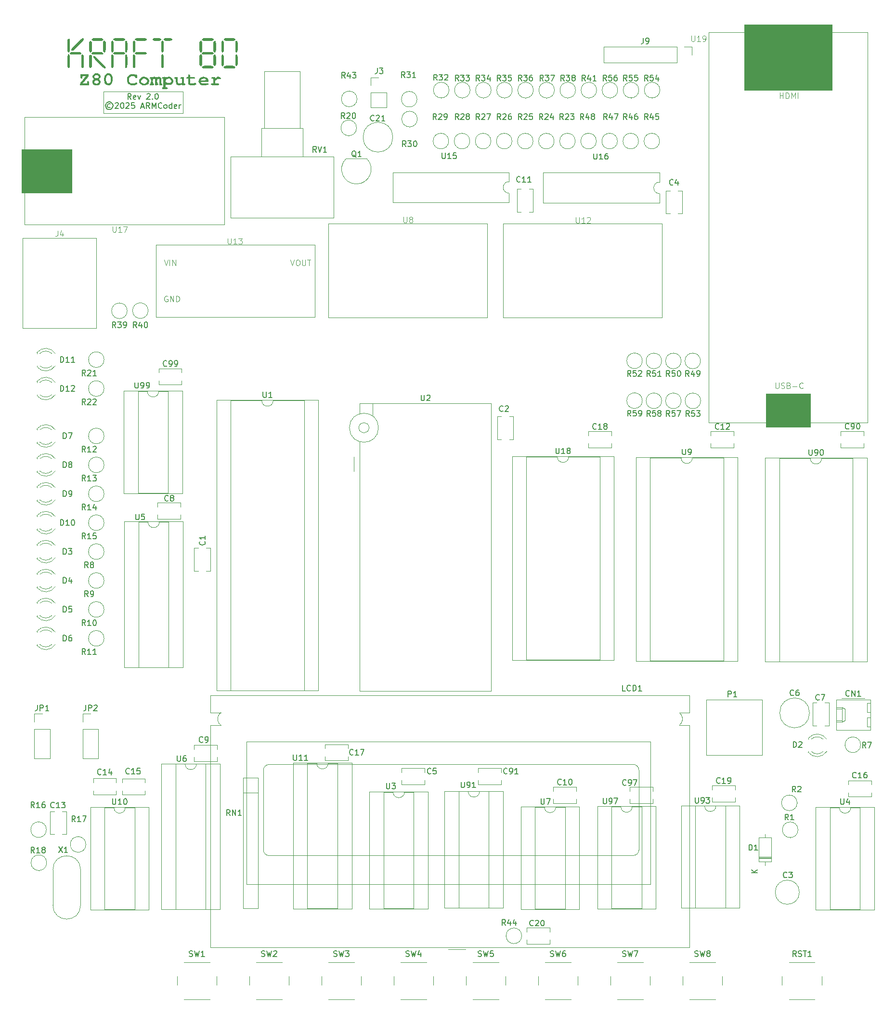
<source format=gbr>
%TF.GenerationSoftware,KiCad,Pcbnew,9.0.4-9.0.4-0~ubuntu24.04.1*%
%TF.CreationDate,2025-09-14T18:47:36-03:00*%
%TF.ProjectId,Kraft80V2,4b726166-7438-4305-9632-2e6b69636164,rev?*%
%TF.SameCoordinates,Original*%
%TF.FileFunction,Legend,Top*%
%TF.FilePolarity,Positive*%
%FSLAX46Y46*%
G04 Gerber Fmt 4.6, Leading zero omitted, Abs format (unit mm)*
G04 Created by KiCad (PCBNEW 9.0.4-9.0.4-0~ubuntu24.04.1) date 2025-09-14 18:47:36*
%MOMM*%
%LPD*%
G01*
G04 APERTURE LIST*
%ADD10C,0.100000*%
%ADD11C,0.150000*%
%ADD12C,0.120000*%
%ADD13C,0.000000*%
G04 APERTURE END LIST*
D10*
X31050000Y-33250000D02*
X45050000Y-33250000D01*
X45050000Y-37050000D01*
X31050000Y-37050000D01*
X31050000Y-33250000D01*
D11*
X35928571Y-34609875D02*
X35595238Y-34133684D01*
X35357143Y-34609875D02*
X35357143Y-33609875D01*
X35357143Y-33609875D02*
X35738095Y-33609875D01*
X35738095Y-33609875D02*
X35833333Y-33657494D01*
X35833333Y-33657494D02*
X35880952Y-33705113D01*
X35880952Y-33705113D02*
X35928571Y-33800351D01*
X35928571Y-33800351D02*
X35928571Y-33943208D01*
X35928571Y-33943208D02*
X35880952Y-34038446D01*
X35880952Y-34038446D02*
X35833333Y-34086065D01*
X35833333Y-34086065D02*
X35738095Y-34133684D01*
X35738095Y-34133684D02*
X35357143Y-34133684D01*
X36738095Y-34562256D02*
X36642857Y-34609875D01*
X36642857Y-34609875D02*
X36452381Y-34609875D01*
X36452381Y-34609875D02*
X36357143Y-34562256D01*
X36357143Y-34562256D02*
X36309524Y-34467017D01*
X36309524Y-34467017D02*
X36309524Y-34086065D01*
X36309524Y-34086065D02*
X36357143Y-33990827D01*
X36357143Y-33990827D02*
X36452381Y-33943208D01*
X36452381Y-33943208D02*
X36642857Y-33943208D01*
X36642857Y-33943208D02*
X36738095Y-33990827D01*
X36738095Y-33990827D02*
X36785714Y-34086065D01*
X36785714Y-34086065D02*
X36785714Y-34181303D01*
X36785714Y-34181303D02*
X36309524Y-34276541D01*
X37119048Y-33943208D02*
X37357143Y-34609875D01*
X37357143Y-34609875D02*
X37595238Y-33943208D01*
X38690477Y-33705113D02*
X38738096Y-33657494D01*
X38738096Y-33657494D02*
X38833334Y-33609875D01*
X38833334Y-33609875D02*
X39071429Y-33609875D01*
X39071429Y-33609875D02*
X39166667Y-33657494D01*
X39166667Y-33657494D02*
X39214286Y-33705113D01*
X39214286Y-33705113D02*
X39261905Y-33800351D01*
X39261905Y-33800351D02*
X39261905Y-33895589D01*
X39261905Y-33895589D02*
X39214286Y-34038446D01*
X39214286Y-34038446D02*
X38642858Y-34609875D01*
X38642858Y-34609875D02*
X39261905Y-34609875D01*
X39690477Y-34514636D02*
X39738096Y-34562256D01*
X39738096Y-34562256D02*
X39690477Y-34609875D01*
X39690477Y-34609875D02*
X39642858Y-34562256D01*
X39642858Y-34562256D02*
X39690477Y-34514636D01*
X39690477Y-34514636D02*
X39690477Y-34609875D01*
X40357143Y-33609875D02*
X40452381Y-33609875D01*
X40452381Y-33609875D02*
X40547619Y-33657494D01*
X40547619Y-33657494D02*
X40595238Y-33705113D01*
X40595238Y-33705113D02*
X40642857Y-33800351D01*
X40642857Y-33800351D02*
X40690476Y-33990827D01*
X40690476Y-33990827D02*
X40690476Y-34228922D01*
X40690476Y-34228922D02*
X40642857Y-34419398D01*
X40642857Y-34419398D02*
X40595238Y-34514636D01*
X40595238Y-34514636D02*
X40547619Y-34562256D01*
X40547619Y-34562256D02*
X40452381Y-34609875D01*
X40452381Y-34609875D02*
X40357143Y-34609875D01*
X40357143Y-34609875D02*
X40261905Y-34562256D01*
X40261905Y-34562256D02*
X40214286Y-34514636D01*
X40214286Y-34514636D02*
X40166667Y-34419398D01*
X40166667Y-34419398D02*
X40119048Y-34228922D01*
X40119048Y-34228922D02*
X40119048Y-33990827D01*
X40119048Y-33990827D02*
X40166667Y-33800351D01*
X40166667Y-33800351D02*
X40214286Y-33705113D01*
X40214286Y-33705113D02*
X40261905Y-33657494D01*
X40261905Y-33657494D02*
X40357143Y-33609875D01*
X32261904Y-35457914D02*
X32166665Y-35410295D01*
X32166665Y-35410295D02*
X31976189Y-35410295D01*
X31976189Y-35410295D02*
X31880951Y-35457914D01*
X31880951Y-35457914D02*
X31785713Y-35553152D01*
X31785713Y-35553152D02*
X31738094Y-35648390D01*
X31738094Y-35648390D02*
X31738094Y-35838866D01*
X31738094Y-35838866D02*
X31785713Y-35934104D01*
X31785713Y-35934104D02*
X31880951Y-36029342D01*
X31880951Y-36029342D02*
X31976189Y-36076961D01*
X31976189Y-36076961D02*
X32166665Y-36076961D01*
X32166665Y-36076961D02*
X32261904Y-36029342D01*
X32071427Y-35076961D02*
X31833332Y-35124580D01*
X31833332Y-35124580D02*
X31595237Y-35267438D01*
X31595237Y-35267438D02*
X31452380Y-35505533D01*
X31452380Y-35505533D02*
X31404761Y-35743628D01*
X31404761Y-35743628D02*
X31452380Y-35981723D01*
X31452380Y-35981723D02*
X31595237Y-36219819D01*
X31595237Y-36219819D02*
X31833332Y-36362676D01*
X31833332Y-36362676D02*
X32071427Y-36410295D01*
X32071427Y-36410295D02*
X32309523Y-36362676D01*
X32309523Y-36362676D02*
X32547618Y-36219819D01*
X32547618Y-36219819D02*
X32690475Y-35981723D01*
X32690475Y-35981723D02*
X32738094Y-35743628D01*
X32738094Y-35743628D02*
X32690475Y-35505533D01*
X32690475Y-35505533D02*
X32547618Y-35267438D01*
X32547618Y-35267438D02*
X32309523Y-35124580D01*
X32309523Y-35124580D02*
X32071427Y-35076961D01*
X33119047Y-35315057D02*
X33166666Y-35267438D01*
X33166666Y-35267438D02*
X33261904Y-35219819D01*
X33261904Y-35219819D02*
X33499999Y-35219819D01*
X33499999Y-35219819D02*
X33595237Y-35267438D01*
X33595237Y-35267438D02*
X33642856Y-35315057D01*
X33642856Y-35315057D02*
X33690475Y-35410295D01*
X33690475Y-35410295D02*
X33690475Y-35505533D01*
X33690475Y-35505533D02*
X33642856Y-35648390D01*
X33642856Y-35648390D02*
X33071428Y-36219819D01*
X33071428Y-36219819D02*
X33690475Y-36219819D01*
X34309523Y-35219819D02*
X34404761Y-35219819D01*
X34404761Y-35219819D02*
X34499999Y-35267438D01*
X34499999Y-35267438D02*
X34547618Y-35315057D01*
X34547618Y-35315057D02*
X34595237Y-35410295D01*
X34595237Y-35410295D02*
X34642856Y-35600771D01*
X34642856Y-35600771D02*
X34642856Y-35838866D01*
X34642856Y-35838866D02*
X34595237Y-36029342D01*
X34595237Y-36029342D02*
X34547618Y-36124580D01*
X34547618Y-36124580D02*
X34499999Y-36172200D01*
X34499999Y-36172200D02*
X34404761Y-36219819D01*
X34404761Y-36219819D02*
X34309523Y-36219819D01*
X34309523Y-36219819D02*
X34214285Y-36172200D01*
X34214285Y-36172200D02*
X34166666Y-36124580D01*
X34166666Y-36124580D02*
X34119047Y-36029342D01*
X34119047Y-36029342D02*
X34071428Y-35838866D01*
X34071428Y-35838866D02*
X34071428Y-35600771D01*
X34071428Y-35600771D02*
X34119047Y-35410295D01*
X34119047Y-35410295D02*
X34166666Y-35315057D01*
X34166666Y-35315057D02*
X34214285Y-35267438D01*
X34214285Y-35267438D02*
X34309523Y-35219819D01*
X35023809Y-35315057D02*
X35071428Y-35267438D01*
X35071428Y-35267438D02*
X35166666Y-35219819D01*
X35166666Y-35219819D02*
X35404761Y-35219819D01*
X35404761Y-35219819D02*
X35499999Y-35267438D01*
X35499999Y-35267438D02*
X35547618Y-35315057D01*
X35547618Y-35315057D02*
X35595237Y-35410295D01*
X35595237Y-35410295D02*
X35595237Y-35505533D01*
X35595237Y-35505533D02*
X35547618Y-35648390D01*
X35547618Y-35648390D02*
X34976190Y-36219819D01*
X34976190Y-36219819D02*
X35595237Y-36219819D01*
X36499999Y-35219819D02*
X36023809Y-35219819D01*
X36023809Y-35219819D02*
X35976190Y-35696009D01*
X35976190Y-35696009D02*
X36023809Y-35648390D01*
X36023809Y-35648390D02*
X36119047Y-35600771D01*
X36119047Y-35600771D02*
X36357142Y-35600771D01*
X36357142Y-35600771D02*
X36452380Y-35648390D01*
X36452380Y-35648390D02*
X36499999Y-35696009D01*
X36499999Y-35696009D02*
X36547618Y-35791247D01*
X36547618Y-35791247D02*
X36547618Y-36029342D01*
X36547618Y-36029342D02*
X36499999Y-36124580D01*
X36499999Y-36124580D02*
X36452380Y-36172200D01*
X36452380Y-36172200D02*
X36357142Y-36219819D01*
X36357142Y-36219819D02*
X36119047Y-36219819D01*
X36119047Y-36219819D02*
X36023809Y-36172200D01*
X36023809Y-36172200D02*
X35976190Y-36124580D01*
X37690476Y-35934104D02*
X38166666Y-35934104D01*
X37595238Y-36219819D02*
X37928571Y-35219819D01*
X37928571Y-35219819D02*
X38261904Y-36219819D01*
X39166666Y-36219819D02*
X38833333Y-35743628D01*
X38595238Y-36219819D02*
X38595238Y-35219819D01*
X38595238Y-35219819D02*
X38976190Y-35219819D01*
X38976190Y-35219819D02*
X39071428Y-35267438D01*
X39071428Y-35267438D02*
X39119047Y-35315057D01*
X39119047Y-35315057D02*
X39166666Y-35410295D01*
X39166666Y-35410295D02*
X39166666Y-35553152D01*
X39166666Y-35553152D02*
X39119047Y-35648390D01*
X39119047Y-35648390D02*
X39071428Y-35696009D01*
X39071428Y-35696009D02*
X38976190Y-35743628D01*
X38976190Y-35743628D02*
X38595238Y-35743628D01*
X39595238Y-36219819D02*
X39595238Y-35219819D01*
X39595238Y-35219819D02*
X39928571Y-35934104D01*
X39928571Y-35934104D02*
X40261904Y-35219819D01*
X40261904Y-35219819D02*
X40261904Y-36219819D01*
X41309523Y-36124580D02*
X41261904Y-36172200D01*
X41261904Y-36172200D02*
X41119047Y-36219819D01*
X41119047Y-36219819D02*
X41023809Y-36219819D01*
X41023809Y-36219819D02*
X40880952Y-36172200D01*
X40880952Y-36172200D02*
X40785714Y-36076961D01*
X40785714Y-36076961D02*
X40738095Y-35981723D01*
X40738095Y-35981723D02*
X40690476Y-35791247D01*
X40690476Y-35791247D02*
X40690476Y-35648390D01*
X40690476Y-35648390D02*
X40738095Y-35457914D01*
X40738095Y-35457914D02*
X40785714Y-35362676D01*
X40785714Y-35362676D02*
X40880952Y-35267438D01*
X40880952Y-35267438D02*
X41023809Y-35219819D01*
X41023809Y-35219819D02*
X41119047Y-35219819D01*
X41119047Y-35219819D02*
X41261904Y-35267438D01*
X41261904Y-35267438D02*
X41309523Y-35315057D01*
X41880952Y-36219819D02*
X41785714Y-36172200D01*
X41785714Y-36172200D02*
X41738095Y-36124580D01*
X41738095Y-36124580D02*
X41690476Y-36029342D01*
X41690476Y-36029342D02*
X41690476Y-35743628D01*
X41690476Y-35743628D02*
X41738095Y-35648390D01*
X41738095Y-35648390D02*
X41785714Y-35600771D01*
X41785714Y-35600771D02*
X41880952Y-35553152D01*
X41880952Y-35553152D02*
X42023809Y-35553152D01*
X42023809Y-35553152D02*
X42119047Y-35600771D01*
X42119047Y-35600771D02*
X42166666Y-35648390D01*
X42166666Y-35648390D02*
X42214285Y-35743628D01*
X42214285Y-35743628D02*
X42214285Y-36029342D01*
X42214285Y-36029342D02*
X42166666Y-36124580D01*
X42166666Y-36124580D02*
X42119047Y-36172200D01*
X42119047Y-36172200D02*
X42023809Y-36219819D01*
X42023809Y-36219819D02*
X41880952Y-36219819D01*
X43071428Y-36219819D02*
X43071428Y-35219819D01*
X43071428Y-36172200D02*
X42976190Y-36219819D01*
X42976190Y-36219819D02*
X42785714Y-36219819D01*
X42785714Y-36219819D02*
X42690476Y-36172200D01*
X42690476Y-36172200D02*
X42642857Y-36124580D01*
X42642857Y-36124580D02*
X42595238Y-36029342D01*
X42595238Y-36029342D02*
X42595238Y-35743628D01*
X42595238Y-35743628D02*
X42642857Y-35648390D01*
X42642857Y-35648390D02*
X42690476Y-35600771D01*
X42690476Y-35600771D02*
X42785714Y-35553152D01*
X42785714Y-35553152D02*
X42976190Y-35553152D01*
X42976190Y-35553152D02*
X43071428Y-35600771D01*
X43928571Y-36172200D02*
X43833333Y-36219819D01*
X43833333Y-36219819D02*
X43642857Y-36219819D01*
X43642857Y-36219819D02*
X43547619Y-36172200D01*
X43547619Y-36172200D02*
X43500000Y-36076961D01*
X43500000Y-36076961D02*
X43500000Y-35696009D01*
X43500000Y-35696009D02*
X43547619Y-35600771D01*
X43547619Y-35600771D02*
X43642857Y-35553152D01*
X43642857Y-35553152D02*
X43833333Y-35553152D01*
X43833333Y-35553152D02*
X43928571Y-35600771D01*
X43928571Y-35600771D02*
X43976190Y-35696009D01*
X43976190Y-35696009D02*
X43976190Y-35791247D01*
X43976190Y-35791247D02*
X43500000Y-35886485D01*
X44404762Y-36219819D02*
X44404762Y-35553152D01*
X44404762Y-35743628D02*
X44452381Y-35648390D01*
X44452381Y-35648390D02*
X44500000Y-35600771D01*
X44500000Y-35600771D02*
X44595238Y-35553152D01*
X44595238Y-35553152D02*
X44690476Y-35553152D01*
X23190476Y-165954819D02*
X23857142Y-166954819D01*
X23857142Y-165954819D02*
X23190476Y-166954819D01*
X24761904Y-166954819D02*
X24190476Y-166954819D01*
X24476190Y-166954819D02*
X24476190Y-165954819D01*
X24476190Y-165954819D02*
X24380952Y-166097676D01*
X24380952Y-166097676D02*
X24285714Y-166192914D01*
X24285714Y-166192914D02*
X24190476Y-166240533D01*
X96966667Y-185182800D02*
X97109524Y-185230419D01*
X97109524Y-185230419D02*
X97347619Y-185230419D01*
X97347619Y-185230419D02*
X97442857Y-185182800D01*
X97442857Y-185182800D02*
X97490476Y-185135180D01*
X97490476Y-185135180D02*
X97538095Y-185039942D01*
X97538095Y-185039942D02*
X97538095Y-184944704D01*
X97538095Y-184944704D02*
X97490476Y-184849466D01*
X97490476Y-184849466D02*
X97442857Y-184801847D01*
X97442857Y-184801847D02*
X97347619Y-184754228D01*
X97347619Y-184754228D02*
X97157143Y-184706609D01*
X97157143Y-184706609D02*
X97061905Y-184658990D01*
X97061905Y-184658990D02*
X97014286Y-184611371D01*
X97014286Y-184611371D02*
X96966667Y-184516133D01*
X96966667Y-184516133D02*
X96966667Y-184420895D01*
X96966667Y-184420895D02*
X97014286Y-184325657D01*
X97014286Y-184325657D02*
X97061905Y-184278038D01*
X97061905Y-184278038D02*
X97157143Y-184230419D01*
X97157143Y-184230419D02*
X97395238Y-184230419D01*
X97395238Y-184230419D02*
X97538095Y-184278038D01*
X97871429Y-184230419D02*
X98109524Y-185230419D01*
X98109524Y-185230419D02*
X98300000Y-184516133D01*
X98300000Y-184516133D02*
X98490476Y-185230419D01*
X98490476Y-185230419D02*
X98728572Y-184230419D01*
X99585714Y-184230419D02*
X99109524Y-184230419D01*
X99109524Y-184230419D02*
X99061905Y-184706609D01*
X99061905Y-184706609D02*
X99109524Y-184658990D01*
X99109524Y-184658990D02*
X99204762Y-184611371D01*
X99204762Y-184611371D02*
X99442857Y-184611371D01*
X99442857Y-184611371D02*
X99538095Y-184658990D01*
X99538095Y-184658990D02*
X99585714Y-184706609D01*
X99585714Y-184706609D02*
X99633333Y-184801847D01*
X99633333Y-184801847D02*
X99633333Y-185039942D01*
X99633333Y-185039942D02*
X99585714Y-185135180D01*
X99585714Y-185135180D02*
X99538095Y-185182800D01*
X99538095Y-185182800D02*
X99442857Y-185230419D01*
X99442857Y-185230419D02*
X99204762Y-185230419D01*
X99204762Y-185230419D02*
X99109524Y-185182800D01*
X99109524Y-185182800D02*
X99061905Y-185135180D01*
X132874295Y-96058219D02*
X132874295Y-96867742D01*
X132874295Y-96867742D02*
X132921914Y-96962980D01*
X132921914Y-96962980D02*
X132969533Y-97010600D01*
X132969533Y-97010600D02*
X133064771Y-97058219D01*
X133064771Y-97058219D02*
X133255247Y-97058219D01*
X133255247Y-97058219D02*
X133350485Y-97010600D01*
X133350485Y-97010600D02*
X133398104Y-96962980D01*
X133398104Y-96962980D02*
X133445723Y-96867742D01*
X133445723Y-96867742D02*
X133445723Y-96058219D01*
X133969533Y-97058219D02*
X134160009Y-97058219D01*
X134160009Y-97058219D02*
X134255247Y-97010600D01*
X134255247Y-97010600D02*
X134302866Y-96962980D01*
X134302866Y-96962980D02*
X134398104Y-96820123D01*
X134398104Y-96820123D02*
X134445723Y-96629647D01*
X134445723Y-96629647D02*
X134445723Y-96248695D01*
X134445723Y-96248695D02*
X134398104Y-96153457D01*
X134398104Y-96153457D02*
X134350485Y-96105838D01*
X134350485Y-96105838D02*
X134255247Y-96058219D01*
X134255247Y-96058219D02*
X134064771Y-96058219D01*
X134064771Y-96058219D02*
X133969533Y-96105838D01*
X133969533Y-96105838D02*
X133921914Y-96153457D01*
X133921914Y-96153457D02*
X133874295Y-96248695D01*
X133874295Y-96248695D02*
X133874295Y-96486790D01*
X133874295Y-96486790D02*
X133921914Y-96582028D01*
X133921914Y-96582028D02*
X133969533Y-96629647D01*
X133969533Y-96629647D02*
X134064771Y-96677266D01*
X134064771Y-96677266D02*
X134255247Y-96677266D01*
X134255247Y-96677266D02*
X134350485Y-96629647D01*
X134350485Y-96629647D02*
X134398104Y-96582028D01*
X134398104Y-96582028D02*
X134445723Y-96486790D01*
X108413142Y-31364619D02*
X108079809Y-30888428D01*
X107841714Y-31364619D02*
X107841714Y-30364619D01*
X107841714Y-30364619D02*
X108222666Y-30364619D01*
X108222666Y-30364619D02*
X108317904Y-30412238D01*
X108317904Y-30412238D02*
X108365523Y-30459857D01*
X108365523Y-30459857D02*
X108413142Y-30555095D01*
X108413142Y-30555095D02*
X108413142Y-30697952D01*
X108413142Y-30697952D02*
X108365523Y-30793190D01*
X108365523Y-30793190D02*
X108317904Y-30840809D01*
X108317904Y-30840809D02*
X108222666Y-30888428D01*
X108222666Y-30888428D02*
X107841714Y-30888428D01*
X108746476Y-30364619D02*
X109365523Y-30364619D01*
X109365523Y-30364619D02*
X109032190Y-30745571D01*
X109032190Y-30745571D02*
X109175047Y-30745571D01*
X109175047Y-30745571D02*
X109270285Y-30793190D01*
X109270285Y-30793190D02*
X109317904Y-30840809D01*
X109317904Y-30840809D02*
X109365523Y-30936047D01*
X109365523Y-30936047D02*
X109365523Y-31174142D01*
X109365523Y-31174142D02*
X109317904Y-31269380D01*
X109317904Y-31269380D02*
X109270285Y-31317000D01*
X109270285Y-31317000D02*
X109175047Y-31364619D01*
X109175047Y-31364619D02*
X108889333Y-31364619D01*
X108889333Y-31364619D02*
X108794095Y-31317000D01*
X108794095Y-31317000D02*
X108746476Y-31269380D01*
X109698857Y-30364619D02*
X110365523Y-30364619D01*
X110365523Y-30364619D02*
X109936952Y-31364619D01*
X73478542Y-37987819D02*
X73145209Y-37511628D01*
X72907114Y-37987819D02*
X72907114Y-36987819D01*
X72907114Y-36987819D02*
X73288066Y-36987819D01*
X73288066Y-36987819D02*
X73383304Y-37035438D01*
X73383304Y-37035438D02*
X73430923Y-37083057D01*
X73430923Y-37083057D02*
X73478542Y-37178295D01*
X73478542Y-37178295D02*
X73478542Y-37321152D01*
X73478542Y-37321152D02*
X73430923Y-37416390D01*
X73430923Y-37416390D02*
X73383304Y-37464009D01*
X73383304Y-37464009D02*
X73288066Y-37511628D01*
X73288066Y-37511628D02*
X72907114Y-37511628D01*
X73859495Y-37083057D02*
X73907114Y-37035438D01*
X73907114Y-37035438D02*
X74002352Y-36987819D01*
X74002352Y-36987819D02*
X74240447Y-36987819D01*
X74240447Y-36987819D02*
X74335685Y-37035438D01*
X74335685Y-37035438D02*
X74383304Y-37083057D01*
X74383304Y-37083057D02*
X74430923Y-37178295D01*
X74430923Y-37178295D02*
X74430923Y-37273533D01*
X74430923Y-37273533D02*
X74383304Y-37416390D01*
X74383304Y-37416390D02*
X73811876Y-37987819D01*
X73811876Y-37987819D02*
X74430923Y-37987819D01*
X75049971Y-36987819D02*
X75145209Y-36987819D01*
X75145209Y-36987819D02*
X75240447Y-37035438D01*
X75240447Y-37035438D02*
X75288066Y-37083057D01*
X75288066Y-37083057D02*
X75335685Y-37178295D01*
X75335685Y-37178295D02*
X75383304Y-37368771D01*
X75383304Y-37368771D02*
X75383304Y-37606866D01*
X75383304Y-37606866D02*
X75335685Y-37797342D01*
X75335685Y-37797342D02*
X75288066Y-37892580D01*
X75288066Y-37892580D02*
X75240447Y-37940200D01*
X75240447Y-37940200D02*
X75145209Y-37987819D01*
X75145209Y-37987819D02*
X75049971Y-37987819D01*
X75049971Y-37987819D02*
X74954733Y-37940200D01*
X74954733Y-37940200D02*
X74907114Y-37892580D01*
X74907114Y-37892580D02*
X74859495Y-37797342D01*
X74859495Y-37797342D02*
X74811876Y-37606866D01*
X74811876Y-37606866D02*
X74811876Y-37368771D01*
X74811876Y-37368771D02*
X74859495Y-37178295D01*
X74859495Y-37178295D02*
X74907114Y-37083057D01*
X74907114Y-37083057D02*
X74954733Y-37035438D01*
X74954733Y-37035438D02*
X75049971Y-36987819D01*
X152364305Y-148488019D02*
X152364305Y-147488019D01*
X152364305Y-147488019D02*
X152602400Y-147488019D01*
X152602400Y-147488019D02*
X152745257Y-147535638D01*
X152745257Y-147535638D02*
X152840495Y-147630876D01*
X152840495Y-147630876D02*
X152888114Y-147726114D01*
X152888114Y-147726114D02*
X152935733Y-147916590D01*
X152935733Y-147916590D02*
X152935733Y-148059447D01*
X152935733Y-148059447D02*
X152888114Y-148249923D01*
X152888114Y-148249923D02*
X152840495Y-148345161D01*
X152840495Y-148345161D02*
X152745257Y-148440400D01*
X152745257Y-148440400D02*
X152602400Y-148488019D01*
X152602400Y-148488019D02*
X152364305Y-148488019D01*
X153316686Y-147583257D02*
X153364305Y-147535638D01*
X153364305Y-147535638D02*
X153459543Y-147488019D01*
X153459543Y-147488019D02*
X153697638Y-147488019D01*
X153697638Y-147488019D02*
X153792876Y-147535638D01*
X153792876Y-147535638D02*
X153840495Y-147583257D01*
X153840495Y-147583257D02*
X153888114Y-147678495D01*
X153888114Y-147678495D02*
X153888114Y-147773733D01*
X153888114Y-147773733D02*
X153840495Y-147916590D01*
X153840495Y-147916590D02*
X153269067Y-148488019D01*
X153269067Y-148488019D02*
X153888114Y-148488019D01*
X139266827Y-92492924D02*
X139219208Y-92540544D01*
X139219208Y-92540544D02*
X139076351Y-92588163D01*
X139076351Y-92588163D02*
X138981113Y-92588163D01*
X138981113Y-92588163D02*
X138838256Y-92540544D01*
X138838256Y-92540544D02*
X138743018Y-92445305D01*
X138743018Y-92445305D02*
X138695399Y-92350067D01*
X138695399Y-92350067D02*
X138647780Y-92159591D01*
X138647780Y-92159591D02*
X138647780Y-92016734D01*
X138647780Y-92016734D02*
X138695399Y-91826258D01*
X138695399Y-91826258D02*
X138743018Y-91731020D01*
X138743018Y-91731020D02*
X138838256Y-91635782D01*
X138838256Y-91635782D02*
X138981113Y-91588163D01*
X138981113Y-91588163D02*
X139076351Y-91588163D01*
X139076351Y-91588163D02*
X139219208Y-91635782D01*
X139219208Y-91635782D02*
X139266827Y-91683401D01*
X140219208Y-92588163D02*
X139647780Y-92588163D01*
X139933494Y-92588163D02*
X139933494Y-91588163D01*
X139933494Y-91588163D02*
X139838256Y-91731020D01*
X139838256Y-91731020D02*
X139743018Y-91826258D01*
X139743018Y-91826258D02*
X139647780Y-91873877D01*
X140600161Y-91683401D02*
X140647780Y-91635782D01*
X140647780Y-91635782D02*
X140743018Y-91588163D01*
X140743018Y-91588163D02*
X140981113Y-91588163D01*
X140981113Y-91588163D02*
X141076351Y-91635782D01*
X141076351Y-91635782D02*
X141123970Y-91683401D01*
X141123970Y-91683401D02*
X141171589Y-91778639D01*
X141171589Y-91778639D02*
X141171589Y-91873877D01*
X141171589Y-91873877D02*
X141123970Y-92016734D01*
X141123970Y-92016734D02*
X140552542Y-92588163D01*
X140552542Y-92588163D02*
X141171589Y-92588163D01*
X36735295Y-107481419D02*
X36735295Y-108290942D01*
X36735295Y-108290942D02*
X36782914Y-108386180D01*
X36782914Y-108386180D02*
X36830533Y-108433800D01*
X36830533Y-108433800D02*
X36925771Y-108481419D01*
X36925771Y-108481419D02*
X37116247Y-108481419D01*
X37116247Y-108481419D02*
X37211485Y-108433800D01*
X37211485Y-108433800D02*
X37259104Y-108386180D01*
X37259104Y-108386180D02*
X37306723Y-108290942D01*
X37306723Y-108290942D02*
X37306723Y-107481419D01*
X38259104Y-107481419D02*
X37782914Y-107481419D01*
X37782914Y-107481419D02*
X37735295Y-107957609D01*
X37735295Y-107957609D02*
X37782914Y-107909990D01*
X37782914Y-107909990D02*
X37878152Y-107862371D01*
X37878152Y-107862371D02*
X38116247Y-107862371D01*
X38116247Y-107862371D02*
X38211485Y-107909990D01*
X38211485Y-107909990D02*
X38259104Y-107957609D01*
X38259104Y-107957609D02*
X38306723Y-108052847D01*
X38306723Y-108052847D02*
X38306723Y-108290942D01*
X38306723Y-108290942D02*
X38259104Y-108386180D01*
X38259104Y-108386180D02*
X38211485Y-108433800D01*
X38211485Y-108433800D02*
X38116247Y-108481419D01*
X38116247Y-108481419D02*
X37878152Y-108481419D01*
X37878152Y-108481419D02*
X37782914Y-108433800D01*
X37782914Y-108433800D02*
X37735295Y-108386180D01*
X122366667Y-185182800D02*
X122509524Y-185230419D01*
X122509524Y-185230419D02*
X122747619Y-185230419D01*
X122747619Y-185230419D02*
X122842857Y-185182800D01*
X122842857Y-185182800D02*
X122890476Y-185135180D01*
X122890476Y-185135180D02*
X122938095Y-185039942D01*
X122938095Y-185039942D02*
X122938095Y-184944704D01*
X122938095Y-184944704D02*
X122890476Y-184849466D01*
X122890476Y-184849466D02*
X122842857Y-184801847D01*
X122842857Y-184801847D02*
X122747619Y-184754228D01*
X122747619Y-184754228D02*
X122557143Y-184706609D01*
X122557143Y-184706609D02*
X122461905Y-184658990D01*
X122461905Y-184658990D02*
X122414286Y-184611371D01*
X122414286Y-184611371D02*
X122366667Y-184516133D01*
X122366667Y-184516133D02*
X122366667Y-184420895D01*
X122366667Y-184420895D02*
X122414286Y-184325657D01*
X122414286Y-184325657D02*
X122461905Y-184278038D01*
X122461905Y-184278038D02*
X122557143Y-184230419D01*
X122557143Y-184230419D02*
X122795238Y-184230419D01*
X122795238Y-184230419D02*
X122938095Y-184278038D01*
X123271429Y-184230419D02*
X123509524Y-185230419D01*
X123509524Y-185230419D02*
X123700000Y-184516133D01*
X123700000Y-184516133D02*
X123890476Y-185230419D01*
X123890476Y-185230419D02*
X124128572Y-184230419D01*
X124414286Y-184230419D02*
X125080952Y-184230419D01*
X125080952Y-184230419D02*
X124652381Y-185230419D01*
X27891742Y-83190819D02*
X27558409Y-82714628D01*
X27320314Y-83190819D02*
X27320314Y-82190819D01*
X27320314Y-82190819D02*
X27701266Y-82190819D01*
X27701266Y-82190819D02*
X27796504Y-82238438D01*
X27796504Y-82238438D02*
X27844123Y-82286057D01*
X27844123Y-82286057D02*
X27891742Y-82381295D01*
X27891742Y-82381295D02*
X27891742Y-82524152D01*
X27891742Y-82524152D02*
X27844123Y-82619390D01*
X27844123Y-82619390D02*
X27796504Y-82667009D01*
X27796504Y-82667009D02*
X27701266Y-82714628D01*
X27701266Y-82714628D02*
X27320314Y-82714628D01*
X28272695Y-82286057D02*
X28320314Y-82238438D01*
X28320314Y-82238438D02*
X28415552Y-82190819D01*
X28415552Y-82190819D02*
X28653647Y-82190819D01*
X28653647Y-82190819D02*
X28748885Y-82238438D01*
X28748885Y-82238438D02*
X28796504Y-82286057D01*
X28796504Y-82286057D02*
X28844123Y-82381295D01*
X28844123Y-82381295D02*
X28844123Y-82476533D01*
X28844123Y-82476533D02*
X28796504Y-82619390D01*
X28796504Y-82619390D02*
X28225076Y-83190819D01*
X28225076Y-83190819D02*
X28844123Y-83190819D01*
X29796504Y-83190819D02*
X29225076Y-83190819D01*
X29510790Y-83190819D02*
X29510790Y-82190819D01*
X29510790Y-82190819D02*
X29415552Y-82333676D01*
X29415552Y-82333676D02*
X29320314Y-82428914D01*
X29320314Y-82428914D02*
X29225076Y-82476533D01*
X23510314Y-109472019D02*
X23510314Y-108472019D01*
X23510314Y-108472019D02*
X23748409Y-108472019D01*
X23748409Y-108472019D02*
X23891266Y-108519638D01*
X23891266Y-108519638D02*
X23986504Y-108614876D01*
X23986504Y-108614876D02*
X24034123Y-108710114D01*
X24034123Y-108710114D02*
X24081742Y-108900590D01*
X24081742Y-108900590D02*
X24081742Y-109043447D01*
X24081742Y-109043447D02*
X24034123Y-109233923D01*
X24034123Y-109233923D02*
X23986504Y-109329161D01*
X23986504Y-109329161D02*
X23891266Y-109424400D01*
X23891266Y-109424400D02*
X23748409Y-109472019D01*
X23748409Y-109472019D02*
X23510314Y-109472019D01*
X25034123Y-109472019D02*
X24462695Y-109472019D01*
X24748409Y-109472019D02*
X24748409Y-108472019D01*
X24748409Y-108472019D02*
X24653171Y-108614876D01*
X24653171Y-108614876D02*
X24557933Y-108710114D01*
X24557933Y-108710114D02*
X24462695Y-108757733D01*
X25653171Y-108472019D02*
X25748409Y-108472019D01*
X25748409Y-108472019D02*
X25843647Y-108519638D01*
X25843647Y-108519638D02*
X25891266Y-108567257D01*
X25891266Y-108567257D02*
X25938885Y-108662495D01*
X25938885Y-108662495D02*
X25986504Y-108852971D01*
X25986504Y-108852971D02*
X25986504Y-109091066D01*
X25986504Y-109091066D02*
X25938885Y-109281542D01*
X25938885Y-109281542D02*
X25891266Y-109376780D01*
X25891266Y-109376780D02*
X25843647Y-109424400D01*
X25843647Y-109424400D02*
X25748409Y-109472019D01*
X25748409Y-109472019D02*
X25653171Y-109472019D01*
X25653171Y-109472019D02*
X25557933Y-109424400D01*
X25557933Y-109424400D02*
X25510314Y-109376780D01*
X25510314Y-109376780D02*
X25462695Y-109281542D01*
X25462695Y-109281542D02*
X25415076Y-109091066D01*
X25415076Y-109091066D02*
X25415076Y-108852971D01*
X25415076Y-108852971D02*
X25462695Y-108662495D01*
X25462695Y-108662495D02*
X25510314Y-108567257D01*
X25510314Y-108567257D02*
X25557933Y-108519638D01*
X25557933Y-108519638D02*
X25653171Y-108472019D01*
X58866667Y-185182800D02*
X59009524Y-185230419D01*
X59009524Y-185230419D02*
X59247619Y-185230419D01*
X59247619Y-185230419D02*
X59342857Y-185182800D01*
X59342857Y-185182800D02*
X59390476Y-185135180D01*
X59390476Y-185135180D02*
X59438095Y-185039942D01*
X59438095Y-185039942D02*
X59438095Y-184944704D01*
X59438095Y-184944704D02*
X59390476Y-184849466D01*
X59390476Y-184849466D02*
X59342857Y-184801847D01*
X59342857Y-184801847D02*
X59247619Y-184754228D01*
X59247619Y-184754228D02*
X59057143Y-184706609D01*
X59057143Y-184706609D02*
X58961905Y-184658990D01*
X58961905Y-184658990D02*
X58914286Y-184611371D01*
X58914286Y-184611371D02*
X58866667Y-184516133D01*
X58866667Y-184516133D02*
X58866667Y-184420895D01*
X58866667Y-184420895D02*
X58914286Y-184325657D01*
X58914286Y-184325657D02*
X58961905Y-184278038D01*
X58961905Y-184278038D02*
X59057143Y-184230419D01*
X59057143Y-184230419D02*
X59295238Y-184230419D01*
X59295238Y-184230419D02*
X59438095Y-184278038D01*
X59771429Y-184230419D02*
X60009524Y-185230419D01*
X60009524Y-185230419D02*
X60200000Y-184516133D01*
X60200000Y-184516133D02*
X60390476Y-185230419D01*
X60390476Y-185230419D02*
X60628572Y-184230419D01*
X60961905Y-184325657D02*
X61009524Y-184278038D01*
X61009524Y-184278038D02*
X61104762Y-184230419D01*
X61104762Y-184230419D02*
X61342857Y-184230419D01*
X61342857Y-184230419D02*
X61438095Y-184278038D01*
X61438095Y-184278038D02*
X61485714Y-184325657D01*
X61485714Y-184325657D02*
X61533333Y-184420895D01*
X61533333Y-184420895D02*
X61533333Y-184516133D01*
X61533333Y-184516133D02*
X61485714Y-184658990D01*
X61485714Y-184658990D02*
X60914286Y-185230419D01*
X60914286Y-185230419D02*
X61533333Y-185230419D01*
X27891742Y-127082019D02*
X27558409Y-126605828D01*
X27320314Y-127082019D02*
X27320314Y-126082019D01*
X27320314Y-126082019D02*
X27701266Y-126082019D01*
X27701266Y-126082019D02*
X27796504Y-126129638D01*
X27796504Y-126129638D02*
X27844123Y-126177257D01*
X27844123Y-126177257D02*
X27891742Y-126272495D01*
X27891742Y-126272495D02*
X27891742Y-126415352D01*
X27891742Y-126415352D02*
X27844123Y-126510590D01*
X27844123Y-126510590D02*
X27796504Y-126558209D01*
X27796504Y-126558209D02*
X27701266Y-126605828D01*
X27701266Y-126605828D02*
X27320314Y-126605828D01*
X28844123Y-127082019D02*
X28272695Y-127082019D01*
X28558409Y-127082019D02*
X28558409Y-126082019D01*
X28558409Y-126082019D02*
X28463171Y-126224876D01*
X28463171Y-126224876D02*
X28367933Y-126320114D01*
X28367933Y-126320114D02*
X28272695Y-126367733D01*
X29463171Y-126082019D02*
X29558409Y-126082019D01*
X29558409Y-126082019D02*
X29653647Y-126129638D01*
X29653647Y-126129638D02*
X29701266Y-126177257D01*
X29701266Y-126177257D02*
X29748885Y-126272495D01*
X29748885Y-126272495D02*
X29796504Y-126462971D01*
X29796504Y-126462971D02*
X29796504Y-126701066D01*
X29796504Y-126701066D02*
X29748885Y-126891542D01*
X29748885Y-126891542D02*
X29701266Y-126986780D01*
X29701266Y-126986780D02*
X29653647Y-127034400D01*
X29653647Y-127034400D02*
X29558409Y-127082019D01*
X29558409Y-127082019D02*
X29463171Y-127082019D01*
X29463171Y-127082019D02*
X29367933Y-127034400D01*
X29367933Y-127034400D02*
X29320314Y-126986780D01*
X29320314Y-126986780D02*
X29272695Y-126891542D01*
X29272695Y-126891542D02*
X29225076Y-126701066D01*
X29225076Y-126701066D02*
X29225076Y-126462971D01*
X29225076Y-126462971D02*
X29272695Y-126272495D01*
X29272695Y-126272495D02*
X29320314Y-126177257D01*
X29320314Y-126177257D02*
X29367933Y-126129638D01*
X29367933Y-126129638D02*
X29463171Y-126082019D01*
X152435733Y-139292780D02*
X152388114Y-139340400D01*
X152388114Y-139340400D02*
X152245257Y-139388019D01*
X152245257Y-139388019D02*
X152150019Y-139388019D01*
X152150019Y-139388019D02*
X152007162Y-139340400D01*
X152007162Y-139340400D02*
X151911924Y-139245161D01*
X151911924Y-139245161D02*
X151864305Y-139149923D01*
X151864305Y-139149923D02*
X151816686Y-138959447D01*
X151816686Y-138959447D02*
X151816686Y-138816590D01*
X151816686Y-138816590D02*
X151864305Y-138626114D01*
X151864305Y-138626114D02*
X151911924Y-138530876D01*
X151911924Y-138530876D02*
X152007162Y-138435638D01*
X152007162Y-138435638D02*
X152150019Y-138388019D01*
X152150019Y-138388019D02*
X152245257Y-138388019D01*
X152245257Y-138388019D02*
X152388114Y-138435638D01*
X152388114Y-138435638D02*
X152435733Y-138483257D01*
X153292876Y-138388019D02*
X153102400Y-138388019D01*
X153102400Y-138388019D02*
X153007162Y-138435638D01*
X153007162Y-138435638D02*
X152959543Y-138483257D01*
X152959543Y-138483257D02*
X152864305Y-138626114D01*
X152864305Y-138626114D02*
X152816686Y-138816590D01*
X152816686Y-138816590D02*
X152816686Y-139197542D01*
X152816686Y-139197542D02*
X152864305Y-139292780D01*
X152864305Y-139292780D02*
X152911924Y-139340400D01*
X152911924Y-139340400D02*
X153007162Y-139388019D01*
X153007162Y-139388019D02*
X153197638Y-139388019D01*
X153197638Y-139388019D02*
X153292876Y-139340400D01*
X153292876Y-139340400D02*
X153340495Y-139292780D01*
X153340495Y-139292780D02*
X153388114Y-139197542D01*
X153388114Y-139197542D02*
X153388114Y-138959447D01*
X153388114Y-138959447D02*
X153340495Y-138864209D01*
X153340495Y-138864209D02*
X153292876Y-138816590D01*
X153292876Y-138816590D02*
X153197638Y-138768971D01*
X153197638Y-138768971D02*
X153007162Y-138768971D01*
X153007162Y-138768971D02*
X152911924Y-138816590D01*
X152911924Y-138816590D02*
X152864305Y-138864209D01*
X152864305Y-138864209D02*
X152816686Y-138959447D01*
X22406342Y-159025780D02*
X22358723Y-159073400D01*
X22358723Y-159073400D02*
X22215866Y-159121019D01*
X22215866Y-159121019D02*
X22120628Y-159121019D01*
X22120628Y-159121019D02*
X21977771Y-159073400D01*
X21977771Y-159073400D02*
X21882533Y-158978161D01*
X21882533Y-158978161D02*
X21834914Y-158882923D01*
X21834914Y-158882923D02*
X21787295Y-158692447D01*
X21787295Y-158692447D02*
X21787295Y-158549590D01*
X21787295Y-158549590D02*
X21834914Y-158359114D01*
X21834914Y-158359114D02*
X21882533Y-158263876D01*
X21882533Y-158263876D02*
X21977771Y-158168638D01*
X21977771Y-158168638D02*
X22120628Y-158121019D01*
X22120628Y-158121019D02*
X22215866Y-158121019D01*
X22215866Y-158121019D02*
X22358723Y-158168638D01*
X22358723Y-158168638D02*
X22406342Y-158216257D01*
X23358723Y-159121019D02*
X22787295Y-159121019D01*
X23073009Y-159121019D02*
X23073009Y-158121019D01*
X23073009Y-158121019D02*
X22977771Y-158263876D01*
X22977771Y-158263876D02*
X22882533Y-158359114D01*
X22882533Y-158359114D02*
X22787295Y-158406733D01*
X23692057Y-158121019D02*
X24311104Y-158121019D01*
X24311104Y-158121019D02*
X23977771Y-158501971D01*
X23977771Y-158501971D02*
X24120628Y-158501971D01*
X24120628Y-158501971D02*
X24215866Y-158549590D01*
X24215866Y-158549590D02*
X24263485Y-158597209D01*
X24263485Y-158597209D02*
X24311104Y-158692447D01*
X24311104Y-158692447D02*
X24311104Y-158930542D01*
X24311104Y-158930542D02*
X24263485Y-159025780D01*
X24263485Y-159025780D02*
X24215866Y-159073400D01*
X24215866Y-159073400D02*
X24120628Y-159121019D01*
X24120628Y-159121019D02*
X23834914Y-159121019D01*
X23834914Y-159121019D02*
X23739676Y-159073400D01*
X23739676Y-159073400D02*
X23692057Y-159025780D01*
X27891742Y-111842019D02*
X27558409Y-111365828D01*
X27320314Y-111842019D02*
X27320314Y-110842019D01*
X27320314Y-110842019D02*
X27701266Y-110842019D01*
X27701266Y-110842019D02*
X27796504Y-110889638D01*
X27796504Y-110889638D02*
X27844123Y-110937257D01*
X27844123Y-110937257D02*
X27891742Y-111032495D01*
X27891742Y-111032495D02*
X27891742Y-111175352D01*
X27891742Y-111175352D02*
X27844123Y-111270590D01*
X27844123Y-111270590D02*
X27796504Y-111318209D01*
X27796504Y-111318209D02*
X27701266Y-111365828D01*
X27701266Y-111365828D02*
X27320314Y-111365828D01*
X28844123Y-111842019D02*
X28272695Y-111842019D01*
X28558409Y-111842019D02*
X28558409Y-110842019D01*
X28558409Y-110842019D02*
X28463171Y-110984876D01*
X28463171Y-110984876D02*
X28367933Y-111080114D01*
X28367933Y-111080114D02*
X28272695Y-111127733D01*
X29748885Y-110842019D02*
X29272695Y-110842019D01*
X29272695Y-110842019D02*
X29225076Y-111318209D01*
X29225076Y-111318209D02*
X29272695Y-111270590D01*
X29272695Y-111270590D02*
X29367933Y-111222971D01*
X29367933Y-111222971D02*
X29606028Y-111222971D01*
X29606028Y-111222971D02*
X29701266Y-111270590D01*
X29701266Y-111270590D02*
X29748885Y-111318209D01*
X29748885Y-111318209D02*
X29796504Y-111413447D01*
X29796504Y-111413447D02*
X29796504Y-111651542D01*
X29796504Y-111651542D02*
X29748885Y-111746780D01*
X29748885Y-111746780D02*
X29701266Y-111794400D01*
X29701266Y-111794400D02*
X29606028Y-111842019D01*
X29606028Y-111842019D02*
X29367933Y-111842019D01*
X29367933Y-111842019D02*
X29272695Y-111794400D01*
X29272695Y-111794400D02*
X29225076Y-111746780D01*
X26107142Y-161554819D02*
X25773809Y-161078628D01*
X25535714Y-161554819D02*
X25535714Y-160554819D01*
X25535714Y-160554819D02*
X25916666Y-160554819D01*
X25916666Y-160554819D02*
X26011904Y-160602438D01*
X26011904Y-160602438D02*
X26059523Y-160650057D01*
X26059523Y-160650057D02*
X26107142Y-160745295D01*
X26107142Y-160745295D02*
X26107142Y-160888152D01*
X26107142Y-160888152D02*
X26059523Y-160983390D01*
X26059523Y-160983390D02*
X26011904Y-161031009D01*
X26011904Y-161031009D02*
X25916666Y-161078628D01*
X25916666Y-161078628D02*
X25535714Y-161078628D01*
X27059523Y-161554819D02*
X26488095Y-161554819D01*
X26773809Y-161554819D02*
X26773809Y-160554819D01*
X26773809Y-160554819D02*
X26678571Y-160697676D01*
X26678571Y-160697676D02*
X26583333Y-160792914D01*
X26583333Y-160792914D02*
X26488095Y-160840533D01*
X27392857Y-160554819D02*
X28059523Y-160554819D01*
X28059523Y-160554819D02*
X27630952Y-161554819D01*
X104349542Y-49087580D02*
X104301923Y-49135200D01*
X104301923Y-49135200D02*
X104159066Y-49182819D01*
X104159066Y-49182819D02*
X104063828Y-49182819D01*
X104063828Y-49182819D02*
X103920971Y-49135200D01*
X103920971Y-49135200D02*
X103825733Y-49039961D01*
X103825733Y-49039961D02*
X103778114Y-48944723D01*
X103778114Y-48944723D02*
X103730495Y-48754247D01*
X103730495Y-48754247D02*
X103730495Y-48611390D01*
X103730495Y-48611390D02*
X103778114Y-48420914D01*
X103778114Y-48420914D02*
X103825733Y-48325676D01*
X103825733Y-48325676D02*
X103920971Y-48230438D01*
X103920971Y-48230438D02*
X104063828Y-48182819D01*
X104063828Y-48182819D02*
X104159066Y-48182819D01*
X104159066Y-48182819D02*
X104301923Y-48230438D01*
X104301923Y-48230438D02*
X104349542Y-48278057D01*
X105301923Y-49182819D02*
X104730495Y-49182819D01*
X105016209Y-49182819D02*
X105016209Y-48182819D01*
X105016209Y-48182819D02*
X104920971Y-48325676D01*
X104920971Y-48325676D02*
X104825733Y-48420914D01*
X104825733Y-48420914D02*
X104730495Y-48468533D01*
X106254304Y-49182819D02*
X105682876Y-49182819D01*
X105968590Y-49182819D02*
X105968590Y-48182819D01*
X105968590Y-48182819D02*
X105873352Y-48325676D01*
X105873352Y-48325676D02*
X105778114Y-48420914D01*
X105778114Y-48420914D02*
X105682876Y-48468533D01*
X101757142Y-179754819D02*
X101423809Y-179278628D01*
X101185714Y-179754819D02*
X101185714Y-178754819D01*
X101185714Y-178754819D02*
X101566666Y-178754819D01*
X101566666Y-178754819D02*
X101661904Y-178802438D01*
X101661904Y-178802438D02*
X101709523Y-178850057D01*
X101709523Y-178850057D02*
X101757142Y-178945295D01*
X101757142Y-178945295D02*
X101757142Y-179088152D01*
X101757142Y-179088152D02*
X101709523Y-179183390D01*
X101709523Y-179183390D02*
X101661904Y-179231009D01*
X101661904Y-179231009D02*
X101566666Y-179278628D01*
X101566666Y-179278628D02*
X101185714Y-179278628D01*
X102614285Y-179088152D02*
X102614285Y-179754819D01*
X102376190Y-178707200D02*
X102138095Y-179421485D01*
X102138095Y-179421485D02*
X102757142Y-179421485D01*
X103566666Y-179088152D02*
X103566666Y-179754819D01*
X103328571Y-178707200D02*
X103090476Y-179421485D01*
X103090476Y-179421485D02*
X103709523Y-179421485D01*
X23510314Y-85900819D02*
X23510314Y-84900819D01*
X23510314Y-84900819D02*
X23748409Y-84900819D01*
X23748409Y-84900819D02*
X23891266Y-84948438D01*
X23891266Y-84948438D02*
X23986504Y-85043676D01*
X23986504Y-85043676D02*
X24034123Y-85138914D01*
X24034123Y-85138914D02*
X24081742Y-85329390D01*
X24081742Y-85329390D02*
X24081742Y-85472247D01*
X24081742Y-85472247D02*
X24034123Y-85662723D01*
X24034123Y-85662723D02*
X23986504Y-85757961D01*
X23986504Y-85757961D02*
X23891266Y-85853200D01*
X23891266Y-85853200D02*
X23748409Y-85900819D01*
X23748409Y-85900819D02*
X23510314Y-85900819D01*
X25034123Y-85900819D02*
X24462695Y-85900819D01*
X24748409Y-85900819D02*
X24748409Y-84900819D01*
X24748409Y-84900819D02*
X24653171Y-85043676D01*
X24653171Y-85043676D02*
X24557933Y-85138914D01*
X24557933Y-85138914D02*
X24462695Y-85186533D01*
X25415076Y-84996057D02*
X25462695Y-84948438D01*
X25462695Y-84948438D02*
X25557933Y-84900819D01*
X25557933Y-84900819D02*
X25796028Y-84900819D01*
X25796028Y-84900819D02*
X25891266Y-84948438D01*
X25891266Y-84948438D02*
X25938885Y-84996057D01*
X25938885Y-84996057D02*
X25986504Y-85091295D01*
X25986504Y-85091295D02*
X25986504Y-85186533D01*
X25986504Y-85186533D02*
X25938885Y-85329390D01*
X25938885Y-85329390D02*
X25367457Y-85900819D01*
X25367457Y-85900819D02*
X25986504Y-85900819D01*
X110630305Y-95880419D02*
X110630305Y-96689942D01*
X110630305Y-96689942D02*
X110677924Y-96785180D01*
X110677924Y-96785180D02*
X110725543Y-96832800D01*
X110725543Y-96832800D02*
X110820781Y-96880419D01*
X110820781Y-96880419D02*
X111011257Y-96880419D01*
X111011257Y-96880419D02*
X111106495Y-96832800D01*
X111106495Y-96832800D02*
X111154114Y-96785180D01*
X111154114Y-96785180D02*
X111201733Y-96689942D01*
X111201733Y-96689942D02*
X111201733Y-95880419D01*
X112201733Y-96880419D02*
X111630305Y-96880419D01*
X111916019Y-96880419D02*
X111916019Y-95880419D01*
X111916019Y-95880419D02*
X111820781Y-96023276D01*
X111820781Y-96023276D02*
X111725543Y-96118514D01*
X111725543Y-96118514D02*
X111630305Y-96166133D01*
X112773162Y-96308990D02*
X112677924Y-96261371D01*
X112677924Y-96261371D02*
X112630305Y-96213752D01*
X112630305Y-96213752D02*
X112582686Y-96118514D01*
X112582686Y-96118514D02*
X112582686Y-96070895D01*
X112582686Y-96070895D02*
X112630305Y-95975657D01*
X112630305Y-95975657D02*
X112677924Y-95928038D01*
X112677924Y-95928038D02*
X112773162Y-95880419D01*
X112773162Y-95880419D02*
X112963638Y-95880419D01*
X112963638Y-95880419D02*
X113058876Y-95928038D01*
X113058876Y-95928038D02*
X113106495Y-95975657D01*
X113106495Y-95975657D02*
X113154114Y-96070895D01*
X113154114Y-96070895D02*
X113154114Y-96118514D01*
X113154114Y-96118514D02*
X113106495Y-96213752D01*
X113106495Y-96213752D02*
X113058876Y-96261371D01*
X113058876Y-96261371D02*
X112963638Y-96308990D01*
X112963638Y-96308990D02*
X112773162Y-96308990D01*
X112773162Y-96308990D02*
X112677924Y-96356609D01*
X112677924Y-96356609D02*
X112630305Y-96404228D01*
X112630305Y-96404228D02*
X112582686Y-96499466D01*
X112582686Y-96499466D02*
X112582686Y-96689942D01*
X112582686Y-96689942D02*
X112630305Y-96785180D01*
X112630305Y-96785180D02*
X112677924Y-96832800D01*
X112677924Y-96832800D02*
X112773162Y-96880419D01*
X112773162Y-96880419D02*
X112963638Y-96880419D01*
X112963638Y-96880419D02*
X113058876Y-96832800D01*
X113058876Y-96832800D02*
X113106495Y-96785180D01*
X113106495Y-96785180D02*
X113154114Y-96689942D01*
X113154114Y-96689942D02*
X113154114Y-96499466D01*
X113154114Y-96499466D02*
X113106495Y-96404228D01*
X113106495Y-96404228D02*
X113058876Y-96356609D01*
X113058876Y-96356609D02*
X112963638Y-96308990D01*
X162211923Y-139392780D02*
X162164304Y-139440400D01*
X162164304Y-139440400D02*
X162021447Y-139488019D01*
X162021447Y-139488019D02*
X161926209Y-139488019D01*
X161926209Y-139488019D02*
X161783352Y-139440400D01*
X161783352Y-139440400D02*
X161688114Y-139345161D01*
X161688114Y-139345161D02*
X161640495Y-139249923D01*
X161640495Y-139249923D02*
X161592876Y-139059447D01*
X161592876Y-139059447D02*
X161592876Y-138916590D01*
X161592876Y-138916590D02*
X161640495Y-138726114D01*
X161640495Y-138726114D02*
X161688114Y-138630876D01*
X161688114Y-138630876D02*
X161783352Y-138535638D01*
X161783352Y-138535638D02*
X161926209Y-138488019D01*
X161926209Y-138488019D02*
X162021447Y-138488019D01*
X162021447Y-138488019D02*
X162164304Y-138535638D01*
X162164304Y-138535638D02*
X162211923Y-138583257D01*
X162640495Y-139488019D02*
X162640495Y-138488019D01*
X162640495Y-138488019D02*
X163211923Y-139488019D01*
X163211923Y-139488019D02*
X163211923Y-138488019D01*
X164211923Y-139488019D02*
X163640495Y-139488019D01*
X163926209Y-139488019D02*
X163926209Y-138488019D01*
X163926209Y-138488019D02*
X163830971Y-138630876D01*
X163830971Y-138630876D02*
X163735733Y-138726114D01*
X163735733Y-138726114D02*
X163640495Y-138773733D01*
X48854980Y-112308066D02*
X48902600Y-112355685D01*
X48902600Y-112355685D02*
X48950219Y-112498542D01*
X48950219Y-112498542D02*
X48950219Y-112593780D01*
X48950219Y-112593780D02*
X48902600Y-112736637D01*
X48902600Y-112736637D02*
X48807361Y-112831875D01*
X48807361Y-112831875D02*
X48712123Y-112879494D01*
X48712123Y-112879494D02*
X48521647Y-112927113D01*
X48521647Y-112927113D02*
X48378790Y-112927113D01*
X48378790Y-112927113D02*
X48188314Y-112879494D01*
X48188314Y-112879494D02*
X48093076Y-112831875D01*
X48093076Y-112831875D02*
X47997838Y-112736637D01*
X47997838Y-112736637D02*
X47950219Y-112593780D01*
X47950219Y-112593780D02*
X47950219Y-112498542D01*
X47950219Y-112498542D02*
X47997838Y-112355685D01*
X47997838Y-112355685D02*
X48045457Y-112308066D01*
X48950219Y-111355685D02*
X48950219Y-111927113D01*
X48950219Y-111641399D02*
X47950219Y-111641399D01*
X47950219Y-111641399D02*
X48093076Y-111736637D01*
X48093076Y-111736637D02*
X48188314Y-111831875D01*
X48188314Y-111831875D02*
X48235933Y-111927113D01*
X135122505Y-157283019D02*
X135122505Y-158092542D01*
X135122505Y-158092542D02*
X135170124Y-158187780D01*
X135170124Y-158187780D02*
X135217743Y-158235400D01*
X135217743Y-158235400D02*
X135312981Y-158283019D01*
X135312981Y-158283019D02*
X135503457Y-158283019D01*
X135503457Y-158283019D02*
X135598695Y-158235400D01*
X135598695Y-158235400D02*
X135646314Y-158187780D01*
X135646314Y-158187780D02*
X135693933Y-158092542D01*
X135693933Y-158092542D02*
X135693933Y-157283019D01*
X136217743Y-158283019D02*
X136408219Y-158283019D01*
X136408219Y-158283019D02*
X136503457Y-158235400D01*
X136503457Y-158235400D02*
X136551076Y-158187780D01*
X136551076Y-158187780D02*
X136646314Y-158044923D01*
X136646314Y-158044923D02*
X136693933Y-157854447D01*
X136693933Y-157854447D02*
X136693933Y-157473495D01*
X136693933Y-157473495D02*
X136646314Y-157378257D01*
X136646314Y-157378257D02*
X136598695Y-157330638D01*
X136598695Y-157330638D02*
X136503457Y-157283019D01*
X136503457Y-157283019D02*
X136312981Y-157283019D01*
X136312981Y-157283019D02*
X136217743Y-157330638D01*
X136217743Y-157330638D02*
X136170124Y-157378257D01*
X136170124Y-157378257D02*
X136122505Y-157473495D01*
X136122505Y-157473495D02*
X136122505Y-157711590D01*
X136122505Y-157711590D02*
X136170124Y-157806828D01*
X136170124Y-157806828D02*
X136217743Y-157854447D01*
X136217743Y-157854447D02*
X136312981Y-157902066D01*
X136312981Y-157902066D02*
X136503457Y-157902066D01*
X136503457Y-157902066D02*
X136598695Y-157854447D01*
X136598695Y-157854447D02*
X136646314Y-157806828D01*
X136646314Y-157806828D02*
X136693933Y-157711590D01*
X137027267Y-157283019D02*
X137646314Y-157283019D01*
X137646314Y-157283019D02*
X137312981Y-157663971D01*
X137312981Y-157663971D02*
X137455838Y-157663971D01*
X137455838Y-157663971D02*
X137551076Y-157711590D01*
X137551076Y-157711590D02*
X137598695Y-157759209D01*
X137598695Y-157759209D02*
X137646314Y-157854447D01*
X137646314Y-157854447D02*
X137646314Y-158092542D01*
X137646314Y-158092542D02*
X137598695Y-158187780D01*
X137598695Y-158187780D02*
X137551076Y-158235400D01*
X137551076Y-158235400D02*
X137455838Y-158283019D01*
X137455838Y-158283019D02*
X137170124Y-158283019D01*
X137170124Y-158283019D02*
X137074886Y-158235400D01*
X137074886Y-158235400D02*
X137027267Y-158187780D01*
X27891742Y-132162019D02*
X27558409Y-131685828D01*
X27320314Y-132162019D02*
X27320314Y-131162019D01*
X27320314Y-131162019D02*
X27701266Y-131162019D01*
X27701266Y-131162019D02*
X27796504Y-131209638D01*
X27796504Y-131209638D02*
X27844123Y-131257257D01*
X27844123Y-131257257D02*
X27891742Y-131352495D01*
X27891742Y-131352495D02*
X27891742Y-131495352D01*
X27891742Y-131495352D02*
X27844123Y-131590590D01*
X27844123Y-131590590D02*
X27796504Y-131638209D01*
X27796504Y-131638209D02*
X27701266Y-131685828D01*
X27701266Y-131685828D02*
X27320314Y-131685828D01*
X28844123Y-132162019D02*
X28272695Y-132162019D01*
X28558409Y-132162019D02*
X28558409Y-131162019D01*
X28558409Y-131162019D02*
X28463171Y-131304876D01*
X28463171Y-131304876D02*
X28367933Y-131400114D01*
X28367933Y-131400114D02*
X28272695Y-131447733D01*
X29796504Y-132162019D02*
X29225076Y-132162019D01*
X29510790Y-132162019D02*
X29510790Y-131162019D01*
X29510790Y-131162019D02*
X29415552Y-131304876D01*
X29415552Y-131304876D02*
X29320314Y-131400114D01*
X29320314Y-131400114D02*
X29225076Y-131447733D01*
X68504761Y-43904819D02*
X68171428Y-43428628D01*
X67933333Y-43904819D02*
X67933333Y-42904819D01*
X67933333Y-42904819D02*
X68314285Y-42904819D01*
X68314285Y-42904819D02*
X68409523Y-42952438D01*
X68409523Y-42952438D02*
X68457142Y-43000057D01*
X68457142Y-43000057D02*
X68504761Y-43095295D01*
X68504761Y-43095295D02*
X68504761Y-43238152D01*
X68504761Y-43238152D02*
X68457142Y-43333390D01*
X68457142Y-43333390D02*
X68409523Y-43381009D01*
X68409523Y-43381009D02*
X68314285Y-43428628D01*
X68314285Y-43428628D02*
X67933333Y-43428628D01*
X68790476Y-42904819D02*
X69123809Y-43904819D01*
X69123809Y-43904819D02*
X69457142Y-42904819D01*
X70314285Y-43904819D02*
X69742857Y-43904819D01*
X70028571Y-43904819D02*
X70028571Y-42904819D01*
X70028571Y-42904819D02*
X69933333Y-43047676D01*
X69933333Y-43047676D02*
X69838095Y-43142914D01*
X69838095Y-43142914D02*
X69742857Y-43190533D01*
X101313133Y-89386980D02*
X101265514Y-89434600D01*
X101265514Y-89434600D02*
X101122657Y-89482219D01*
X101122657Y-89482219D02*
X101027419Y-89482219D01*
X101027419Y-89482219D02*
X100884562Y-89434600D01*
X100884562Y-89434600D02*
X100789324Y-89339361D01*
X100789324Y-89339361D02*
X100741705Y-89244123D01*
X100741705Y-89244123D02*
X100694086Y-89053647D01*
X100694086Y-89053647D02*
X100694086Y-88910790D01*
X100694086Y-88910790D02*
X100741705Y-88720314D01*
X100741705Y-88720314D02*
X100789324Y-88625076D01*
X100789324Y-88625076D02*
X100884562Y-88529838D01*
X100884562Y-88529838D02*
X101027419Y-88482219D01*
X101027419Y-88482219D02*
X101122657Y-88482219D01*
X101122657Y-88482219D02*
X101265514Y-88529838D01*
X101265514Y-88529838D02*
X101313133Y-88577457D01*
X101694086Y-88577457D02*
X101741705Y-88529838D01*
X101741705Y-88529838D02*
X101836943Y-88482219D01*
X101836943Y-88482219D02*
X102075038Y-88482219D01*
X102075038Y-88482219D02*
X102170276Y-88529838D01*
X102170276Y-88529838D02*
X102217895Y-88577457D01*
X102217895Y-88577457D02*
X102265514Y-88672695D01*
X102265514Y-88672695D02*
X102265514Y-88767933D01*
X102265514Y-88767933D02*
X102217895Y-88910790D01*
X102217895Y-88910790D02*
X101646467Y-89482219D01*
X101646467Y-89482219D02*
X102265514Y-89482219D01*
X119513142Y-31364619D02*
X119179809Y-30888428D01*
X118941714Y-31364619D02*
X118941714Y-30364619D01*
X118941714Y-30364619D02*
X119322666Y-30364619D01*
X119322666Y-30364619D02*
X119417904Y-30412238D01*
X119417904Y-30412238D02*
X119465523Y-30459857D01*
X119465523Y-30459857D02*
X119513142Y-30555095D01*
X119513142Y-30555095D02*
X119513142Y-30697952D01*
X119513142Y-30697952D02*
X119465523Y-30793190D01*
X119465523Y-30793190D02*
X119417904Y-30840809D01*
X119417904Y-30840809D02*
X119322666Y-30888428D01*
X119322666Y-30888428D02*
X118941714Y-30888428D01*
X120417904Y-30364619D02*
X119941714Y-30364619D01*
X119941714Y-30364619D02*
X119894095Y-30840809D01*
X119894095Y-30840809D02*
X119941714Y-30793190D01*
X119941714Y-30793190D02*
X120036952Y-30745571D01*
X120036952Y-30745571D02*
X120275047Y-30745571D01*
X120275047Y-30745571D02*
X120370285Y-30793190D01*
X120370285Y-30793190D02*
X120417904Y-30840809D01*
X120417904Y-30840809D02*
X120465523Y-30936047D01*
X120465523Y-30936047D02*
X120465523Y-31174142D01*
X120465523Y-31174142D02*
X120417904Y-31269380D01*
X120417904Y-31269380D02*
X120370285Y-31317000D01*
X120370285Y-31317000D02*
X120275047Y-31364619D01*
X120275047Y-31364619D02*
X120036952Y-31364619D01*
X120036952Y-31364619D02*
X119941714Y-31317000D01*
X119941714Y-31317000D02*
X119894095Y-31269380D01*
X121322666Y-30364619D02*
X121132190Y-30364619D01*
X121132190Y-30364619D02*
X121036952Y-30412238D01*
X121036952Y-30412238D02*
X120989333Y-30459857D01*
X120989333Y-30459857D02*
X120894095Y-30602714D01*
X120894095Y-30602714D02*
X120846476Y-30793190D01*
X120846476Y-30793190D02*
X120846476Y-31174142D01*
X120846476Y-31174142D02*
X120894095Y-31269380D01*
X120894095Y-31269380D02*
X120941714Y-31317000D01*
X120941714Y-31317000D02*
X121036952Y-31364619D01*
X121036952Y-31364619D02*
X121227428Y-31364619D01*
X121227428Y-31364619D02*
X121322666Y-31317000D01*
X121322666Y-31317000D02*
X121370285Y-31269380D01*
X121370285Y-31269380D02*
X121417904Y-31174142D01*
X121417904Y-31174142D02*
X121417904Y-30936047D01*
X121417904Y-30936047D02*
X121370285Y-30840809D01*
X121370285Y-30840809D02*
X121322666Y-30793190D01*
X121322666Y-30793190D02*
X121227428Y-30745571D01*
X121227428Y-30745571D02*
X121036952Y-30745571D01*
X121036952Y-30745571D02*
X120941714Y-30793190D01*
X120941714Y-30793190D02*
X120894095Y-30840809D01*
X120894095Y-30840809D02*
X120846476Y-30936047D01*
X23986505Y-129792019D02*
X23986505Y-128792019D01*
X23986505Y-128792019D02*
X24224600Y-128792019D01*
X24224600Y-128792019D02*
X24367457Y-128839638D01*
X24367457Y-128839638D02*
X24462695Y-128934876D01*
X24462695Y-128934876D02*
X24510314Y-129030114D01*
X24510314Y-129030114D02*
X24557933Y-129220590D01*
X24557933Y-129220590D02*
X24557933Y-129363447D01*
X24557933Y-129363447D02*
X24510314Y-129553923D01*
X24510314Y-129553923D02*
X24462695Y-129649161D01*
X24462695Y-129649161D02*
X24367457Y-129744400D01*
X24367457Y-129744400D02*
X24224600Y-129792019D01*
X24224600Y-129792019D02*
X23986505Y-129792019D01*
X25415076Y-128792019D02*
X25224600Y-128792019D01*
X25224600Y-128792019D02*
X25129362Y-128839638D01*
X25129362Y-128839638D02*
X25081743Y-128887257D01*
X25081743Y-128887257D02*
X24986505Y-129030114D01*
X24986505Y-129030114D02*
X24938886Y-129220590D01*
X24938886Y-129220590D02*
X24938886Y-129601542D01*
X24938886Y-129601542D02*
X24986505Y-129696780D01*
X24986505Y-129696780D02*
X25034124Y-129744400D01*
X25034124Y-129744400D02*
X25129362Y-129792019D01*
X25129362Y-129792019D02*
X25319838Y-129792019D01*
X25319838Y-129792019D02*
X25415076Y-129744400D01*
X25415076Y-129744400D02*
X25462695Y-129696780D01*
X25462695Y-129696780D02*
X25510314Y-129601542D01*
X25510314Y-129601542D02*
X25510314Y-129363447D01*
X25510314Y-129363447D02*
X25462695Y-129268209D01*
X25462695Y-129268209D02*
X25415076Y-129220590D01*
X25415076Y-129220590D02*
X25319838Y-129172971D01*
X25319838Y-129172971D02*
X25129362Y-129172971D01*
X25129362Y-129172971D02*
X25034124Y-129220590D01*
X25034124Y-129220590D02*
X24986505Y-129268209D01*
X24986505Y-129268209D02*
X24938886Y-129363447D01*
X119613142Y-38164619D02*
X119279809Y-37688428D01*
X119041714Y-38164619D02*
X119041714Y-37164619D01*
X119041714Y-37164619D02*
X119422666Y-37164619D01*
X119422666Y-37164619D02*
X119517904Y-37212238D01*
X119517904Y-37212238D02*
X119565523Y-37259857D01*
X119565523Y-37259857D02*
X119613142Y-37355095D01*
X119613142Y-37355095D02*
X119613142Y-37497952D01*
X119613142Y-37497952D02*
X119565523Y-37593190D01*
X119565523Y-37593190D02*
X119517904Y-37640809D01*
X119517904Y-37640809D02*
X119422666Y-37688428D01*
X119422666Y-37688428D02*
X119041714Y-37688428D01*
X120470285Y-37497952D02*
X120470285Y-38164619D01*
X120232190Y-37117000D02*
X119994095Y-37831285D01*
X119994095Y-37831285D02*
X120613142Y-37831285D01*
X120898857Y-37164619D02*
X121565523Y-37164619D01*
X121565523Y-37164619D02*
X121136952Y-38164619D01*
X160712695Y-157505819D02*
X160712695Y-158315342D01*
X160712695Y-158315342D02*
X160760314Y-158410580D01*
X160760314Y-158410580D02*
X160807933Y-158458200D01*
X160807933Y-158458200D02*
X160903171Y-158505819D01*
X160903171Y-158505819D02*
X161093647Y-158505819D01*
X161093647Y-158505819D02*
X161188885Y-158458200D01*
X161188885Y-158458200D02*
X161236504Y-158410580D01*
X161236504Y-158410580D02*
X161284123Y-158315342D01*
X161284123Y-158315342D02*
X161284123Y-157505819D01*
X162188885Y-157839152D02*
X162188885Y-158505819D01*
X161950790Y-157458200D02*
X161712695Y-158172485D01*
X161712695Y-158172485D02*
X162331742Y-158172485D01*
X18904742Y-167026819D02*
X18571409Y-166550628D01*
X18333314Y-167026819D02*
X18333314Y-166026819D01*
X18333314Y-166026819D02*
X18714266Y-166026819D01*
X18714266Y-166026819D02*
X18809504Y-166074438D01*
X18809504Y-166074438D02*
X18857123Y-166122057D01*
X18857123Y-166122057D02*
X18904742Y-166217295D01*
X18904742Y-166217295D02*
X18904742Y-166360152D01*
X18904742Y-166360152D02*
X18857123Y-166455390D01*
X18857123Y-166455390D02*
X18809504Y-166503009D01*
X18809504Y-166503009D02*
X18714266Y-166550628D01*
X18714266Y-166550628D02*
X18333314Y-166550628D01*
X19857123Y-167026819D02*
X19285695Y-167026819D01*
X19571409Y-167026819D02*
X19571409Y-166026819D01*
X19571409Y-166026819D02*
X19476171Y-166169676D01*
X19476171Y-166169676D02*
X19380933Y-166264914D01*
X19380933Y-166264914D02*
X19285695Y-166312533D01*
X20428552Y-166455390D02*
X20333314Y-166407771D01*
X20333314Y-166407771D02*
X20285695Y-166360152D01*
X20285695Y-166360152D02*
X20238076Y-166264914D01*
X20238076Y-166264914D02*
X20238076Y-166217295D01*
X20238076Y-166217295D02*
X20285695Y-166122057D01*
X20285695Y-166122057D02*
X20333314Y-166074438D01*
X20333314Y-166074438D02*
X20428552Y-166026819D01*
X20428552Y-166026819D02*
X20619028Y-166026819D01*
X20619028Y-166026819D02*
X20714266Y-166074438D01*
X20714266Y-166074438D02*
X20761885Y-166122057D01*
X20761885Y-166122057D02*
X20809504Y-166217295D01*
X20809504Y-166217295D02*
X20809504Y-166264914D01*
X20809504Y-166264914D02*
X20761885Y-166360152D01*
X20761885Y-166360152D02*
X20714266Y-166407771D01*
X20714266Y-166407771D02*
X20619028Y-166455390D01*
X20619028Y-166455390D02*
X20428552Y-166455390D01*
X20428552Y-166455390D02*
X20333314Y-166503009D01*
X20333314Y-166503009D02*
X20285695Y-166550628D01*
X20285695Y-166550628D02*
X20238076Y-166645866D01*
X20238076Y-166645866D02*
X20238076Y-166836342D01*
X20238076Y-166836342D02*
X20285695Y-166931580D01*
X20285695Y-166931580D02*
X20333314Y-166979200D01*
X20333314Y-166979200D02*
X20428552Y-167026819D01*
X20428552Y-167026819D02*
X20619028Y-167026819D01*
X20619028Y-167026819D02*
X20714266Y-166979200D01*
X20714266Y-166979200D02*
X20761885Y-166931580D01*
X20761885Y-166931580D02*
X20809504Y-166836342D01*
X20809504Y-166836342D02*
X20809504Y-166645866D01*
X20809504Y-166645866D02*
X20761885Y-166550628D01*
X20761885Y-166550628D02*
X20714266Y-166503009D01*
X20714266Y-166503009D02*
X20619028Y-166455390D01*
X64460505Y-149767219D02*
X64460505Y-150576742D01*
X64460505Y-150576742D02*
X64508124Y-150671980D01*
X64508124Y-150671980D02*
X64555743Y-150719600D01*
X64555743Y-150719600D02*
X64650981Y-150767219D01*
X64650981Y-150767219D02*
X64841457Y-150767219D01*
X64841457Y-150767219D02*
X64936695Y-150719600D01*
X64936695Y-150719600D02*
X64984314Y-150671980D01*
X64984314Y-150671980D02*
X65031933Y-150576742D01*
X65031933Y-150576742D02*
X65031933Y-149767219D01*
X66031933Y-150767219D02*
X65460505Y-150767219D01*
X65746219Y-150767219D02*
X65746219Y-149767219D01*
X65746219Y-149767219D02*
X65650981Y-149910076D01*
X65650981Y-149910076D02*
X65555743Y-150005314D01*
X65555743Y-150005314D02*
X65460505Y-150052933D01*
X66984314Y-150767219D02*
X66412886Y-150767219D01*
X66698600Y-150767219D02*
X66698600Y-149767219D01*
X66698600Y-149767219D02*
X66603362Y-149910076D01*
X66603362Y-149910076D02*
X66508124Y-150005314D01*
X66508124Y-150005314D02*
X66412886Y-150052933D01*
X46166667Y-185182800D02*
X46309524Y-185230419D01*
X46309524Y-185230419D02*
X46547619Y-185230419D01*
X46547619Y-185230419D02*
X46642857Y-185182800D01*
X46642857Y-185182800D02*
X46690476Y-185135180D01*
X46690476Y-185135180D02*
X46738095Y-185039942D01*
X46738095Y-185039942D02*
X46738095Y-184944704D01*
X46738095Y-184944704D02*
X46690476Y-184849466D01*
X46690476Y-184849466D02*
X46642857Y-184801847D01*
X46642857Y-184801847D02*
X46547619Y-184754228D01*
X46547619Y-184754228D02*
X46357143Y-184706609D01*
X46357143Y-184706609D02*
X46261905Y-184658990D01*
X46261905Y-184658990D02*
X46214286Y-184611371D01*
X46214286Y-184611371D02*
X46166667Y-184516133D01*
X46166667Y-184516133D02*
X46166667Y-184420895D01*
X46166667Y-184420895D02*
X46214286Y-184325657D01*
X46214286Y-184325657D02*
X46261905Y-184278038D01*
X46261905Y-184278038D02*
X46357143Y-184230419D01*
X46357143Y-184230419D02*
X46595238Y-184230419D01*
X46595238Y-184230419D02*
X46738095Y-184278038D01*
X47071429Y-184230419D02*
X47309524Y-185230419D01*
X47309524Y-185230419D02*
X47500000Y-184516133D01*
X47500000Y-184516133D02*
X47690476Y-185230419D01*
X47690476Y-185230419D02*
X47928572Y-184230419D01*
X48833333Y-185230419D02*
X48261905Y-185230419D01*
X48547619Y-185230419D02*
X48547619Y-184230419D01*
X48547619Y-184230419D02*
X48452381Y-184373276D01*
X48452381Y-184373276D02*
X48357143Y-184468514D01*
X48357143Y-184468514D02*
X48261905Y-184516133D01*
X80829695Y-154776219D02*
X80829695Y-155585742D01*
X80829695Y-155585742D02*
X80877314Y-155680980D01*
X80877314Y-155680980D02*
X80924933Y-155728600D01*
X80924933Y-155728600D02*
X81020171Y-155776219D01*
X81020171Y-155776219D02*
X81210647Y-155776219D01*
X81210647Y-155776219D02*
X81305885Y-155728600D01*
X81305885Y-155728600D02*
X81353504Y-155680980D01*
X81353504Y-155680980D02*
X81401123Y-155585742D01*
X81401123Y-155585742D02*
X81401123Y-154776219D01*
X81782076Y-154776219D02*
X82401123Y-154776219D01*
X82401123Y-154776219D02*
X82067790Y-155157171D01*
X82067790Y-155157171D02*
X82210647Y-155157171D01*
X82210647Y-155157171D02*
X82305885Y-155204790D01*
X82305885Y-155204790D02*
X82353504Y-155252409D01*
X82353504Y-155252409D02*
X82401123Y-155347647D01*
X82401123Y-155347647D02*
X82401123Y-155585742D01*
X82401123Y-155585742D02*
X82353504Y-155680980D01*
X82353504Y-155680980D02*
X82305885Y-155728600D01*
X82305885Y-155728600D02*
X82210647Y-155776219D01*
X82210647Y-155776219D02*
X81924933Y-155776219D01*
X81924933Y-155776219D02*
X81829695Y-155728600D01*
X81829695Y-155728600D02*
X81782076Y-155680980D01*
X42441333Y-105109580D02*
X42393714Y-105157200D01*
X42393714Y-105157200D02*
X42250857Y-105204819D01*
X42250857Y-105204819D02*
X42155619Y-105204819D01*
X42155619Y-105204819D02*
X42012762Y-105157200D01*
X42012762Y-105157200D02*
X41917524Y-105061961D01*
X41917524Y-105061961D02*
X41869905Y-104966723D01*
X41869905Y-104966723D02*
X41822286Y-104776247D01*
X41822286Y-104776247D02*
X41822286Y-104633390D01*
X41822286Y-104633390D02*
X41869905Y-104442914D01*
X41869905Y-104442914D02*
X41917524Y-104347676D01*
X41917524Y-104347676D02*
X42012762Y-104252438D01*
X42012762Y-104252438D02*
X42155619Y-104204819D01*
X42155619Y-104204819D02*
X42250857Y-104204819D01*
X42250857Y-104204819D02*
X42393714Y-104252438D01*
X42393714Y-104252438D02*
X42441333Y-104300057D01*
X43012762Y-104633390D02*
X42917524Y-104585771D01*
X42917524Y-104585771D02*
X42869905Y-104538152D01*
X42869905Y-104538152D02*
X42822286Y-104442914D01*
X42822286Y-104442914D02*
X42822286Y-104395295D01*
X42822286Y-104395295D02*
X42869905Y-104300057D01*
X42869905Y-104300057D02*
X42917524Y-104252438D01*
X42917524Y-104252438D02*
X43012762Y-104204819D01*
X43012762Y-104204819D02*
X43203238Y-104204819D01*
X43203238Y-104204819D02*
X43298476Y-104252438D01*
X43298476Y-104252438D02*
X43346095Y-104300057D01*
X43346095Y-104300057D02*
X43393714Y-104395295D01*
X43393714Y-104395295D02*
X43393714Y-104442914D01*
X43393714Y-104442914D02*
X43346095Y-104538152D01*
X43346095Y-104538152D02*
X43298476Y-104585771D01*
X43298476Y-104585771D02*
X43203238Y-104633390D01*
X43203238Y-104633390D02*
X43012762Y-104633390D01*
X43012762Y-104633390D02*
X42917524Y-104681009D01*
X42917524Y-104681009D02*
X42869905Y-104728628D01*
X42869905Y-104728628D02*
X42822286Y-104823866D01*
X42822286Y-104823866D02*
X42822286Y-105014342D01*
X42822286Y-105014342D02*
X42869905Y-105109580D01*
X42869905Y-105109580D02*
X42917524Y-105157200D01*
X42917524Y-105157200D02*
X43012762Y-105204819D01*
X43012762Y-105204819D02*
X43203238Y-105204819D01*
X43203238Y-105204819D02*
X43298476Y-105157200D01*
X43298476Y-105157200D02*
X43346095Y-105109580D01*
X43346095Y-105109580D02*
X43393714Y-105014342D01*
X43393714Y-105014342D02*
X43393714Y-104823866D01*
X43393714Y-104823866D02*
X43346095Y-104728628D01*
X43346095Y-104728628D02*
X43298476Y-104681009D01*
X43298476Y-104681009D02*
X43203238Y-104633390D01*
X97213142Y-31364619D02*
X96879809Y-30888428D01*
X96641714Y-31364619D02*
X96641714Y-30364619D01*
X96641714Y-30364619D02*
X97022666Y-30364619D01*
X97022666Y-30364619D02*
X97117904Y-30412238D01*
X97117904Y-30412238D02*
X97165523Y-30459857D01*
X97165523Y-30459857D02*
X97213142Y-30555095D01*
X97213142Y-30555095D02*
X97213142Y-30697952D01*
X97213142Y-30697952D02*
X97165523Y-30793190D01*
X97165523Y-30793190D02*
X97117904Y-30840809D01*
X97117904Y-30840809D02*
X97022666Y-30888428D01*
X97022666Y-30888428D02*
X96641714Y-30888428D01*
X97546476Y-30364619D02*
X98165523Y-30364619D01*
X98165523Y-30364619D02*
X97832190Y-30745571D01*
X97832190Y-30745571D02*
X97975047Y-30745571D01*
X97975047Y-30745571D02*
X98070285Y-30793190D01*
X98070285Y-30793190D02*
X98117904Y-30840809D01*
X98117904Y-30840809D02*
X98165523Y-30936047D01*
X98165523Y-30936047D02*
X98165523Y-31174142D01*
X98165523Y-31174142D02*
X98117904Y-31269380D01*
X98117904Y-31269380D02*
X98070285Y-31317000D01*
X98070285Y-31317000D02*
X97975047Y-31364619D01*
X97975047Y-31364619D02*
X97689333Y-31364619D01*
X97689333Y-31364619D02*
X97594095Y-31317000D01*
X97594095Y-31317000D02*
X97546476Y-31269380D01*
X99022666Y-30697952D02*
X99022666Y-31364619D01*
X98784571Y-30317000D02*
X98546476Y-31031285D01*
X98546476Y-31031285D02*
X99165523Y-31031285D01*
X130639742Y-90305219D02*
X130306409Y-89829028D01*
X130068314Y-90305219D02*
X130068314Y-89305219D01*
X130068314Y-89305219D02*
X130449266Y-89305219D01*
X130449266Y-89305219D02*
X130544504Y-89352838D01*
X130544504Y-89352838D02*
X130592123Y-89400457D01*
X130592123Y-89400457D02*
X130639742Y-89495695D01*
X130639742Y-89495695D02*
X130639742Y-89638552D01*
X130639742Y-89638552D02*
X130592123Y-89733790D01*
X130592123Y-89733790D02*
X130544504Y-89781409D01*
X130544504Y-89781409D02*
X130449266Y-89829028D01*
X130449266Y-89829028D02*
X130068314Y-89829028D01*
X131544504Y-89305219D02*
X131068314Y-89305219D01*
X131068314Y-89305219D02*
X131020695Y-89781409D01*
X131020695Y-89781409D02*
X131068314Y-89733790D01*
X131068314Y-89733790D02*
X131163552Y-89686171D01*
X131163552Y-89686171D02*
X131401647Y-89686171D01*
X131401647Y-89686171D02*
X131496885Y-89733790D01*
X131496885Y-89733790D02*
X131544504Y-89781409D01*
X131544504Y-89781409D02*
X131592123Y-89876647D01*
X131592123Y-89876647D02*
X131592123Y-90114742D01*
X131592123Y-90114742D02*
X131544504Y-90209980D01*
X131544504Y-90209980D02*
X131496885Y-90257600D01*
X131496885Y-90257600D02*
X131401647Y-90305219D01*
X131401647Y-90305219D02*
X131163552Y-90305219D01*
X131163552Y-90305219D02*
X131068314Y-90257600D01*
X131068314Y-90257600D02*
X131020695Y-90209980D01*
X131925457Y-89305219D02*
X132592123Y-89305219D01*
X132592123Y-89305219D02*
X132163552Y-90305219D01*
X74957142Y-149729380D02*
X74909523Y-149777000D01*
X74909523Y-149777000D02*
X74766666Y-149824619D01*
X74766666Y-149824619D02*
X74671428Y-149824619D01*
X74671428Y-149824619D02*
X74528571Y-149777000D01*
X74528571Y-149777000D02*
X74433333Y-149681761D01*
X74433333Y-149681761D02*
X74385714Y-149586523D01*
X74385714Y-149586523D02*
X74338095Y-149396047D01*
X74338095Y-149396047D02*
X74338095Y-149253190D01*
X74338095Y-149253190D02*
X74385714Y-149062714D01*
X74385714Y-149062714D02*
X74433333Y-148967476D01*
X74433333Y-148967476D02*
X74528571Y-148872238D01*
X74528571Y-148872238D02*
X74671428Y-148824619D01*
X74671428Y-148824619D02*
X74766666Y-148824619D01*
X74766666Y-148824619D02*
X74909523Y-148872238D01*
X74909523Y-148872238D02*
X74957142Y-148919857D01*
X75909523Y-149824619D02*
X75338095Y-149824619D01*
X75623809Y-149824619D02*
X75623809Y-148824619D01*
X75623809Y-148824619D02*
X75528571Y-148967476D01*
X75528571Y-148967476D02*
X75433333Y-149062714D01*
X75433333Y-149062714D02*
X75338095Y-149110333D01*
X76242857Y-148824619D02*
X76909523Y-148824619D01*
X76909523Y-148824619D02*
X76480952Y-149824619D01*
X126813142Y-38164619D02*
X126479809Y-37688428D01*
X126241714Y-38164619D02*
X126241714Y-37164619D01*
X126241714Y-37164619D02*
X126622666Y-37164619D01*
X126622666Y-37164619D02*
X126717904Y-37212238D01*
X126717904Y-37212238D02*
X126765523Y-37259857D01*
X126765523Y-37259857D02*
X126813142Y-37355095D01*
X126813142Y-37355095D02*
X126813142Y-37497952D01*
X126813142Y-37497952D02*
X126765523Y-37593190D01*
X126765523Y-37593190D02*
X126717904Y-37640809D01*
X126717904Y-37640809D02*
X126622666Y-37688428D01*
X126622666Y-37688428D02*
X126241714Y-37688428D01*
X127670285Y-37497952D02*
X127670285Y-38164619D01*
X127432190Y-37117000D02*
X127194095Y-37831285D01*
X127194095Y-37831285D02*
X127813142Y-37831285D01*
X128670285Y-37164619D02*
X128194095Y-37164619D01*
X128194095Y-37164619D02*
X128146476Y-37640809D01*
X128146476Y-37640809D02*
X128194095Y-37593190D01*
X128194095Y-37593190D02*
X128289333Y-37545571D01*
X128289333Y-37545571D02*
X128527428Y-37545571D01*
X128527428Y-37545571D02*
X128622666Y-37593190D01*
X128622666Y-37593190D02*
X128670285Y-37640809D01*
X128670285Y-37640809D02*
X128717904Y-37736047D01*
X128717904Y-37736047D02*
X128717904Y-37974142D01*
X128717904Y-37974142D02*
X128670285Y-38069380D01*
X128670285Y-38069380D02*
X128622666Y-38117000D01*
X128622666Y-38117000D02*
X128527428Y-38164619D01*
X128527428Y-38164619D02*
X128289333Y-38164619D01*
X128289333Y-38164619D02*
X128194095Y-38117000D01*
X128194095Y-38117000D02*
X128146476Y-38069380D01*
X42188027Y-81443924D02*
X42140408Y-81491544D01*
X42140408Y-81491544D02*
X41997551Y-81539163D01*
X41997551Y-81539163D02*
X41902313Y-81539163D01*
X41902313Y-81539163D02*
X41759456Y-81491544D01*
X41759456Y-81491544D02*
X41664218Y-81396305D01*
X41664218Y-81396305D02*
X41616599Y-81301067D01*
X41616599Y-81301067D02*
X41568980Y-81110591D01*
X41568980Y-81110591D02*
X41568980Y-80967734D01*
X41568980Y-80967734D02*
X41616599Y-80777258D01*
X41616599Y-80777258D02*
X41664218Y-80682020D01*
X41664218Y-80682020D02*
X41759456Y-80586782D01*
X41759456Y-80586782D02*
X41902313Y-80539163D01*
X41902313Y-80539163D02*
X41997551Y-80539163D01*
X41997551Y-80539163D02*
X42140408Y-80586782D01*
X42140408Y-80586782D02*
X42188027Y-80634401D01*
X42664218Y-81539163D02*
X42854694Y-81539163D01*
X42854694Y-81539163D02*
X42949932Y-81491544D01*
X42949932Y-81491544D02*
X42997551Y-81443924D01*
X42997551Y-81443924D02*
X43092789Y-81301067D01*
X43092789Y-81301067D02*
X43140408Y-81110591D01*
X43140408Y-81110591D02*
X43140408Y-80729639D01*
X43140408Y-80729639D02*
X43092789Y-80634401D01*
X43092789Y-80634401D02*
X43045170Y-80586782D01*
X43045170Y-80586782D02*
X42949932Y-80539163D01*
X42949932Y-80539163D02*
X42759456Y-80539163D01*
X42759456Y-80539163D02*
X42664218Y-80586782D01*
X42664218Y-80586782D02*
X42616599Y-80634401D01*
X42616599Y-80634401D02*
X42568980Y-80729639D01*
X42568980Y-80729639D02*
X42568980Y-80967734D01*
X42568980Y-80967734D02*
X42616599Y-81062972D01*
X42616599Y-81062972D02*
X42664218Y-81110591D01*
X42664218Y-81110591D02*
X42759456Y-81158210D01*
X42759456Y-81158210D02*
X42949932Y-81158210D01*
X42949932Y-81158210D02*
X43045170Y-81110591D01*
X43045170Y-81110591D02*
X43092789Y-81062972D01*
X43092789Y-81062972D02*
X43140408Y-80967734D01*
X43616599Y-81539163D02*
X43807075Y-81539163D01*
X43807075Y-81539163D02*
X43902313Y-81491544D01*
X43902313Y-81491544D02*
X43949932Y-81443924D01*
X43949932Y-81443924D02*
X44045170Y-81301067D01*
X44045170Y-81301067D02*
X44092789Y-81110591D01*
X44092789Y-81110591D02*
X44092789Y-80729639D01*
X44092789Y-80729639D02*
X44045170Y-80634401D01*
X44045170Y-80634401D02*
X43997551Y-80586782D01*
X43997551Y-80586782D02*
X43902313Y-80539163D01*
X43902313Y-80539163D02*
X43711837Y-80539163D01*
X43711837Y-80539163D02*
X43616599Y-80586782D01*
X43616599Y-80586782D02*
X43568980Y-80634401D01*
X43568980Y-80634401D02*
X43521361Y-80729639D01*
X43521361Y-80729639D02*
X43521361Y-80967734D01*
X43521361Y-80967734D02*
X43568980Y-81062972D01*
X43568980Y-81062972D02*
X43616599Y-81110591D01*
X43616599Y-81110591D02*
X43711837Y-81158210D01*
X43711837Y-81158210D02*
X43902313Y-81158210D01*
X43902313Y-81158210D02*
X43997551Y-81110591D01*
X43997551Y-81110591D02*
X44045170Y-81062972D01*
X44045170Y-81062972D02*
X44092789Y-80967734D01*
X123807142Y-83279819D02*
X123473809Y-82803628D01*
X123235714Y-83279819D02*
X123235714Y-82279819D01*
X123235714Y-82279819D02*
X123616666Y-82279819D01*
X123616666Y-82279819D02*
X123711904Y-82327438D01*
X123711904Y-82327438D02*
X123759523Y-82375057D01*
X123759523Y-82375057D02*
X123807142Y-82470295D01*
X123807142Y-82470295D02*
X123807142Y-82613152D01*
X123807142Y-82613152D02*
X123759523Y-82708390D01*
X123759523Y-82708390D02*
X123711904Y-82756009D01*
X123711904Y-82756009D02*
X123616666Y-82803628D01*
X123616666Y-82803628D02*
X123235714Y-82803628D01*
X124711904Y-82279819D02*
X124235714Y-82279819D01*
X124235714Y-82279819D02*
X124188095Y-82756009D01*
X124188095Y-82756009D02*
X124235714Y-82708390D01*
X124235714Y-82708390D02*
X124330952Y-82660771D01*
X124330952Y-82660771D02*
X124569047Y-82660771D01*
X124569047Y-82660771D02*
X124664285Y-82708390D01*
X124664285Y-82708390D02*
X124711904Y-82756009D01*
X124711904Y-82756009D02*
X124759523Y-82851247D01*
X124759523Y-82851247D02*
X124759523Y-83089342D01*
X124759523Y-83089342D02*
X124711904Y-83184580D01*
X124711904Y-83184580D02*
X124664285Y-83232200D01*
X124664285Y-83232200D02*
X124569047Y-83279819D01*
X124569047Y-83279819D02*
X124330952Y-83279819D01*
X124330952Y-83279819D02*
X124235714Y-83232200D01*
X124235714Y-83232200D02*
X124188095Y-83184580D01*
X125140476Y-82375057D02*
X125188095Y-82327438D01*
X125188095Y-82327438D02*
X125283333Y-82279819D01*
X125283333Y-82279819D02*
X125521428Y-82279819D01*
X125521428Y-82279819D02*
X125616666Y-82327438D01*
X125616666Y-82327438D02*
X125664285Y-82375057D01*
X125664285Y-82375057D02*
X125711904Y-82470295D01*
X125711904Y-82470295D02*
X125711904Y-82565533D01*
X125711904Y-82565533D02*
X125664285Y-82708390D01*
X125664285Y-82708390D02*
X125092857Y-83279819D01*
X125092857Y-83279819D02*
X125711904Y-83279819D01*
X165135733Y-148588019D02*
X164802400Y-148111828D01*
X164564305Y-148588019D02*
X164564305Y-147588019D01*
X164564305Y-147588019D02*
X164945257Y-147588019D01*
X164945257Y-147588019D02*
X165040495Y-147635638D01*
X165040495Y-147635638D02*
X165088114Y-147683257D01*
X165088114Y-147683257D02*
X165135733Y-147778495D01*
X165135733Y-147778495D02*
X165135733Y-147921352D01*
X165135733Y-147921352D02*
X165088114Y-148016590D01*
X165088114Y-148016590D02*
X165040495Y-148064209D01*
X165040495Y-148064209D02*
X164945257Y-148111828D01*
X164945257Y-148111828D02*
X164564305Y-148111828D01*
X165469067Y-147588019D02*
X166135733Y-147588019D01*
X166135733Y-147588019D02*
X165707162Y-148588019D01*
X53309523Y-160454819D02*
X52976190Y-159978628D01*
X52738095Y-160454819D02*
X52738095Y-159454819D01*
X52738095Y-159454819D02*
X53119047Y-159454819D01*
X53119047Y-159454819D02*
X53214285Y-159502438D01*
X53214285Y-159502438D02*
X53261904Y-159550057D01*
X53261904Y-159550057D02*
X53309523Y-159645295D01*
X53309523Y-159645295D02*
X53309523Y-159788152D01*
X53309523Y-159788152D02*
X53261904Y-159883390D01*
X53261904Y-159883390D02*
X53214285Y-159931009D01*
X53214285Y-159931009D02*
X53119047Y-159978628D01*
X53119047Y-159978628D02*
X52738095Y-159978628D01*
X53738095Y-160454819D02*
X53738095Y-159454819D01*
X53738095Y-159454819D02*
X54309523Y-160454819D01*
X54309523Y-160454819D02*
X54309523Y-159454819D01*
X55309523Y-160454819D02*
X54738095Y-160454819D01*
X55023809Y-160454819D02*
X55023809Y-159454819D01*
X55023809Y-159454819D02*
X54928571Y-159597676D01*
X54928571Y-159597676D02*
X54833333Y-159692914D01*
X54833333Y-159692914D02*
X54738095Y-159740533D01*
X151249533Y-171301980D02*
X151201914Y-171349600D01*
X151201914Y-171349600D02*
X151059057Y-171397219D01*
X151059057Y-171397219D02*
X150963819Y-171397219D01*
X150963819Y-171397219D02*
X150820962Y-171349600D01*
X150820962Y-171349600D02*
X150725724Y-171254361D01*
X150725724Y-171254361D02*
X150678105Y-171159123D01*
X150678105Y-171159123D02*
X150630486Y-170968647D01*
X150630486Y-170968647D02*
X150630486Y-170825790D01*
X150630486Y-170825790D02*
X150678105Y-170635314D01*
X150678105Y-170635314D02*
X150725724Y-170540076D01*
X150725724Y-170540076D02*
X150820962Y-170444838D01*
X150820962Y-170444838D02*
X150963819Y-170397219D01*
X150963819Y-170397219D02*
X151059057Y-170397219D01*
X151059057Y-170397219D02*
X151201914Y-170444838D01*
X151201914Y-170444838D02*
X151249533Y-170492457D01*
X151582867Y-170397219D02*
X152201914Y-170397219D01*
X152201914Y-170397219D02*
X151868581Y-170778171D01*
X151868581Y-170778171D02*
X152011438Y-170778171D01*
X152011438Y-170778171D02*
X152106676Y-170825790D01*
X152106676Y-170825790D02*
X152154295Y-170873409D01*
X152154295Y-170873409D02*
X152201914Y-170968647D01*
X152201914Y-170968647D02*
X152201914Y-171206742D01*
X152201914Y-171206742D02*
X152154295Y-171301980D01*
X152154295Y-171301980D02*
X152106676Y-171349600D01*
X152106676Y-171349600D02*
X152011438Y-171397219D01*
X152011438Y-171397219D02*
X151725724Y-171397219D01*
X151725724Y-171397219D02*
X151630486Y-171349600D01*
X151630486Y-171349600D02*
X151582867Y-171301980D01*
X140916305Y-139613019D02*
X140916305Y-138613019D01*
X140916305Y-138613019D02*
X141297257Y-138613019D01*
X141297257Y-138613019D02*
X141392495Y-138660638D01*
X141392495Y-138660638D02*
X141440114Y-138708257D01*
X141440114Y-138708257D02*
X141487733Y-138803495D01*
X141487733Y-138803495D02*
X141487733Y-138946352D01*
X141487733Y-138946352D02*
X141440114Y-139041590D01*
X141440114Y-139041590D02*
X141392495Y-139089209D01*
X141392495Y-139089209D02*
X141297257Y-139136828D01*
X141297257Y-139136828D02*
X140916305Y-139136828D01*
X142440114Y-139613019D02*
X141868686Y-139613019D01*
X142154400Y-139613019D02*
X142154400Y-138613019D01*
X142154400Y-138613019D02*
X142059162Y-138755876D01*
X142059162Y-138755876D02*
X141963924Y-138851114D01*
X141963924Y-138851114D02*
X141868686Y-138898733D01*
X27891742Y-96602019D02*
X27558409Y-96125828D01*
X27320314Y-96602019D02*
X27320314Y-95602019D01*
X27320314Y-95602019D02*
X27701266Y-95602019D01*
X27701266Y-95602019D02*
X27796504Y-95649638D01*
X27796504Y-95649638D02*
X27844123Y-95697257D01*
X27844123Y-95697257D02*
X27891742Y-95792495D01*
X27891742Y-95792495D02*
X27891742Y-95935352D01*
X27891742Y-95935352D02*
X27844123Y-96030590D01*
X27844123Y-96030590D02*
X27796504Y-96078209D01*
X27796504Y-96078209D02*
X27701266Y-96125828D01*
X27701266Y-96125828D02*
X27320314Y-96125828D01*
X28844123Y-96602019D02*
X28272695Y-96602019D01*
X28558409Y-96602019D02*
X28558409Y-95602019D01*
X28558409Y-95602019D02*
X28463171Y-95744876D01*
X28463171Y-95744876D02*
X28367933Y-95840114D01*
X28367933Y-95840114D02*
X28272695Y-95887733D01*
X29225076Y-95697257D02*
X29272695Y-95649638D01*
X29272695Y-95649638D02*
X29367933Y-95602019D01*
X29367933Y-95602019D02*
X29606028Y-95602019D01*
X29606028Y-95602019D02*
X29701266Y-95649638D01*
X29701266Y-95649638D02*
X29748885Y-95697257D01*
X29748885Y-95697257D02*
X29796504Y-95792495D01*
X29796504Y-95792495D02*
X29796504Y-95887733D01*
X29796504Y-95887733D02*
X29748885Y-96030590D01*
X29748885Y-96030590D02*
X29177457Y-96602019D01*
X29177457Y-96602019D02*
X29796504Y-96602019D01*
X27891742Y-106762019D02*
X27558409Y-106285828D01*
X27320314Y-106762019D02*
X27320314Y-105762019D01*
X27320314Y-105762019D02*
X27701266Y-105762019D01*
X27701266Y-105762019D02*
X27796504Y-105809638D01*
X27796504Y-105809638D02*
X27844123Y-105857257D01*
X27844123Y-105857257D02*
X27891742Y-105952495D01*
X27891742Y-105952495D02*
X27891742Y-106095352D01*
X27891742Y-106095352D02*
X27844123Y-106190590D01*
X27844123Y-106190590D02*
X27796504Y-106238209D01*
X27796504Y-106238209D02*
X27701266Y-106285828D01*
X27701266Y-106285828D02*
X27320314Y-106285828D01*
X28844123Y-106762019D02*
X28272695Y-106762019D01*
X28558409Y-106762019D02*
X28558409Y-105762019D01*
X28558409Y-105762019D02*
X28463171Y-105904876D01*
X28463171Y-105904876D02*
X28367933Y-106000114D01*
X28367933Y-106000114D02*
X28272695Y-106047733D01*
X29701266Y-106095352D02*
X29701266Y-106762019D01*
X29463171Y-105714400D02*
X29225076Y-106428685D01*
X29225076Y-106428685D02*
X29844123Y-106428685D01*
X23510314Y-80820819D02*
X23510314Y-79820819D01*
X23510314Y-79820819D02*
X23748409Y-79820819D01*
X23748409Y-79820819D02*
X23891266Y-79868438D01*
X23891266Y-79868438D02*
X23986504Y-79963676D01*
X23986504Y-79963676D02*
X24034123Y-80058914D01*
X24034123Y-80058914D02*
X24081742Y-80249390D01*
X24081742Y-80249390D02*
X24081742Y-80392247D01*
X24081742Y-80392247D02*
X24034123Y-80582723D01*
X24034123Y-80582723D02*
X23986504Y-80677961D01*
X23986504Y-80677961D02*
X23891266Y-80773200D01*
X23891266Y-80773200D02*
X23748409Y-80820819D01*
X23748409Y-80820819D02*
X23510314Y-80820819D01*
X25034123Y-80820819D02*
X24462695Y-80820819D01*
X24748409Y-80820819D02*
X24748409Y-79820819D01*
X24748409Y-79820819D02*
X24653171Y-79963676D01*
X24653171Y-79963676D02*
X24557933Y-80058914D01*
X24557933Y-80058914D02*
X24462695Y-80106533D01*
X25986504Y-80820819D02*
X25415076Y-80820819D01*
X25700790Y-80820819D02*
X25700790Y-79820819D01*
X25700790Y-79820819D02*
X25605552Y-79963676D01*
X25605552Y-79963676D02*
X25510314Y-80058914D01*
X25510314Y-80058914D02*
X25415076Y-80106533D01*
X112113142Y-31364619D02*
X111779809Y-30888428D01*
X111541714Y-31364619D02*
X111541714Y-30364619D01*
X111541714Y-30364619D02*
X111922666Y-30364619D01*
X111922666Y-30364619D02*
X112017904Y-30412238D01*
X112017904Y-30412238D02*
X112065523Y-30459857D01*
X112065523Y-30459857D02*
X112113142Y-30555095D01*
X112113142Y-30555095D02*
X112113142Y-30697952D01*
X112113142Y-30697952D02*
X112065523Y-30793190D01*
X112065523Y-30793190D02*
X112017904Y-30840809D01*
X112017904Y-30840809D02*
X111922666Y-30888428D01*
X111922666Y-30888428D02*
X111541714Y-30888428D01*
X112446476Y-30364619D02*
X113065523Y-30364619D01*
X113065523Y-30364619D02*
X112732190Y-30745571D01*
X112732190Y-30745571D02*
X112875047Y-30745571D01*
X112875047Y-30745571D02*
X112970285Y-30793190D01*
X112970285Y-30793190D02*
X113017904Y-30840809D01*
X113017904Y-30840809D02*
X113065523Y-30936047D01*
X113065523Y-30936047D02*
X113065523Y-31174142D01*
X113065523Y-31174142D02*
X113017904Y-31269380D01*
X113017904Y-31269380D02*
X112970285Y-31317000D01*
X112970285Y-31317000D02*
X112875047Y-31364619D01*
X112875047Y-31364619D02*
X112589333Y-31364619D01*
X112589333Y-31364619D02*
X112494095Y-31317000D01*
X112494095Y-31317000D02*
X112446476Y-31269380D01*
X113636952Y-30793190D02*
X113541714Y-30745571D01*
X113541714Y-30745571D02*
X113494095Y-30697952D01*
X113494095Y-30697952D02*
X113446476Y-30602714D01*
X113446476Y-30602714D02*
X113446476Y-30555095D01*
X113446476Y-30555095D02*
X113494095Y-30459857D01*
X113494095Y-30459857D02*
X113541714Y-30412238D01*
X113541714Y-30412238D02*
X113636952Y-30364619D01*
X113636952Y-30364619D02*
X113827428Y-30364619D01*
X113827428Y-30364619D02*
X113922666Y-30412238D01*
X113922666Y-30412238D02*
X113970285Y-30459857D01*
X113970285Y-30459857D02*
X114017904Y-30555095D01*
X114017904Y-30555095D02*
X114017904Y-30602714D01*
X114017904Y-30602714D02*
X113970285Y-30697952D01*
X113970285Y-30697952D02*
X113922666Y-30745571D01*
X113922666Y-30745571D02*
X113827428Y-30793190D01*
X113827428Y-30793190D02*
X113636952Y-30793190D01*
X113636952Y-30793190D02*
X113541714Y-30840809D01*
X113541714Y-30840809D02*
X113494095Y-30888428D01*
X113494095Y-30888428D02*
X113446476Y-30983666D01*
X113446476Y-30983666D02*
X113446476Y-31174142D01*
X113446476Y-31174142D02*
X113494095Y-31269380D01*
X113494095Y-31269380D02*
X113541714Y-31317000D01*
X113541714Y-31317000D02*
X113636952Y-31364619D01*
X113636952Y-31364619D02*
X113827428Y-31364619D01*
X113827428Y-31364619D02*
X113922666Y-31317000D01*
X113922666Y-31317000D02*
X113970285Y-31269380D01*
X113970285Y-31269380D02*
X114017904Y-31174142D01*
X114017904Y-31174142D02*
X114017904Y-30983666D01*
X114017904Y-30983666D02*
X113970285Y-30888428D01*
X113970285Y-30888428D02*
X113922666Y-30840809D01*
X113922666Y-30840809D02*
X113827428Y-30793190D01*
X84248142Y-42940819D02*
X83914809Y-42464628D01*
X83676714Y-42940819D02*
X83676714Y-41940819D01*
X83676714Y-41940819D02*
X84057666Y-41940819D01*
X84057666Y-41940819D02*
X84152904Y-41988438D01*
X84152904Y-41988438D02*
X84200523Y-42036057D01*
X84200523Y-42036057D02*
X84248142Y-42131295D01*
X84248142Y-42131295D02*
X84248142Y-42274152D01*
X84248142Y-42274152D02*
X84200523Y-42369390D01*
X84200523Y-42369390D02*
X84152904Y-42417009D01*
X84152904Y-42417009D02*
X84057666Y-42464628D01*
X84057666Y-42464628D02*
X83676714Y-42464628D01*
X84581476Y-41940819D02*
X85200523Y-41940819D01*
X85200523Y-41940819D02*
X84867190Y-42321771D01*
X84867190Y-42321771D02*
X85010047Y-42321771D01*
X85010047Y-42321771D02*
X85105285Y-42369390D01*
X85105285Y-42369390D02*
X85152904Y-42417009D01*
X85152904Y-42417009D02*
X85200523Y-42512247D01*
X85200523Y-42512247D02*
X85200523Y-42750342D01*
X85200523Y-42750342D02*
X85152904Y-42845580D01*
X85152904Y-42845580D02*
X85105285Y-42893200D01*
X85105285Y-42893200D02*
X85010047Y-42940819D01*
X85010047Y-42940819D02*
X84724333Y-42940819D01*
X84724333Y-42940819D02*
X84629095Y-42893200D01*
X84629095Y-42893200D02*
X84581476Y-42845580D01*
X85819571Y-41940819D02*
X85914809Y-41940819D01*
X85914809Y-41940819D02*
X86010047Y-41988438D01*
X86010047Y-41988438D02*
X86057666Y-42036057D01*
X86057666Y-42036057D02*
X86105285Y-42131295D01*
X86105285Y-42131295D02*
X86152904Y-42321771D01*
X86152904Y-42321771D02*
X86152904Y-42559866D01*
X86152904Y-42559866D02*
X86105285Y-42750342D01*
X86105285Y-42750342D02*
X86057666Y-42845580D01*
X86057666Y-42845580D02*
X86010047Y-42893200D01*
X86010047Y-42893200D02*
X85914809Y-42940819D01*
X85914809Y-42940819D02*
X85819571Y-42940819D01*
X85819571Y-42940819D02*
X85724333Y-42893200D01*
X85724333Y-42893200D02*
X85676714Y-42845580D01*
X85676714Y-42845580D02*
X85629095Y-42750342D01*
X85629095Y-42750342D02*
X85581476Y-42559866D01*
X85581476Y-42559866D02*
X85581476Y-42321771D01*
X85581476Y-42321771D02*
X85629095Y-42131295D01*
X85629095Y-42131295D02*
X85676714Y-42036057D01*
X85676714Y-42036057D02*
X85724333Y-41988438D01*
X85724333Y-41988438D02*
X85819571Y-41940819D01*
D10*
X52911905Y-59057419D02*
X52911905Y-59866942D01*
X52911905Y-59866942D02*
X52959524Y-59962180D01*
X52959524Y-59962180D02*
X53007143Y-60009800D01*
X53007143Y-60009800D02*
X53102381Y-60057419D01*
X53102381Y-60057419D02*
X53292857Y-60057419D01*
X53292857Y-60057419D02*
X53388095Y-60009800D01*
X53388095Y-60009800D02*
X53435714Y-59962180D01*
X53435714Y-59962180D02*
X53483333Y-59866942D01*
X53483333Y-59866942D02*
X53483333Y-59057419D01*
X54483333Y-60057419D02*
X53911905Y-60057419D01*
X54197619Y-60057419D02*
X54197619Y-59057419D01*
X54197619Y-59057419D02*
X54102381Y-59200276D01*
X54102381Y-59200276D02*
X54007143Y-59295514D01*
X54007143Y-59295514D02*
X53911905Y-59343133D01*
X54816667Y-59057419D02*
X55435714Y-59057419D01*
X55435714Y-59057419D02*
X55102381Y-59438371D01*
X55102381Y-59438371D02*
X55245238Y-59438371D01*
X55245238Y-59438371D02*
X55340476Y-59485990D01*
X55340476Y-59485990D02*
X55388095Y-59533609D01*
X55388095Y-59533609D02*
X55435714Y-59628847D01*
X55435714Y-59628847D02*
X55435714Y-59866942D01*
X55435714Y-59866942D02*
X55388095Y-59962180D01*
X55388095Y-59962180D02*
X55340476Y-60009800D01*
X55340476Y-60009800D02*
X55245238Y-60057419D01*
X55245238Y-60057419D02*
X54959524Y-60057419D01*
X54959524Y-60057419D02*
X54864286Y-60009800D01*
X54864286Y-60009800D02*
X54816667Y-59962180D01*
X42327693Y-69220038D02*
X42232455Y-69172419D01*
X42232455Y-69172419D02*
X42089598Y-69172419D01*
X42089598Y-69172419D02*
X41946741Y-69220038D01*
X41946741Y-69220038D02*
X41851503Y-69315276D01*
X41851503Y-69315276D02*
X41803884Y-69410514D01*
X41803884Y-69410514D02*
X41756265Y-69600990D01*
X41756265Y-69600990D02*
X41756265Y-69743847D01*
X41756265Y-69743847D02*
X41803884Y-69934323D01*
X41803884Y-69934323D02*
X41851503Y-70029561D01*
X41851503Y-70029561D02*
X41946741Y-70124800D01*
X41946741Y-70124800D02*
X42089598Y-70172419D01*
X42089598Y-70172419D02*
X42184836Y-70172419D01*
X42184836Y-70172419D02*
X42327693Y-70124800D01*
X42327693Y-70124800D02*
X42375312Y-70077180D01*
X42375312Y-70077180D02*
X42375312Y-69743847D01*
X42375312Y-69743847D02*
X42184836Y-69743847D01*
X42803884Y-70172419D02*
X42803884Y-69172419D01*
X42803884Y-69172419D02*
X43375312Y-70172419D01*
X43375312Y-70172419D02*
X43375312Y-69172419D01*
X43851503Y-70172419D02*
X43851503Y-69172419D01*
X43851503Y-69172419D02*
X44089598Y-69172419D01*
X44089598Y-69172419D02*
X44232455Y-69220038D01*
X44232455Y-69220038D02*
X44327693Y-69315276D01*
X44327693Y-69315276D02*
X44375312Y-69410514D01*
X44375312Y-69410514D02*
X44422931Y-69600990D01*
X44422931Y-69600990D02*
X44422931Y-69743847D01*
X44422931Y-69743847D02*
X44375312Y-69934323D01*
X44375312Y-69934323D02*
X44327693Y-70029561D01*
X44327693Y-70029561D02*
X44232455Y-70124800D01*
X44232455Y-70124800D02*
X44089598Y-70172419D01*
X44089598Y-70172419D02*
X43851503Y-70172419D01*
X63961027Y-62822419D02*
X64294360Y-63822419D01*
X64294360Y-63822419D02*
X64627693Y-62822419D01*
X65151503Y-62822419D02*
X65341979Y-62822419D01*
X65341979Y-62822419D02*
X65437217Y-62870038D01*
X65437217Y-62870038D02*
X65532455Y-62965276D01*
X65532455Y-62965276D02*
X65580074Y-63155752D01*
X65580074Y-63155752D02*
X65580074Y-63489085D01*
X65580074Y-63489085D02*
X65532455Y-63679561D01*
X65532455Y-63679561D02*
X65437217Y-63774800D01*
X65437217Y-63774800D02*
X65341979Y-63822419D01*
X65341979Y-63822419D02*
X65151503Y-63822419D01*
X65151503Y-63822419D02*
X65056265Y-63774800D01*
X65056265Y-63774800D02*
X64961027Y-63679561D01*
X64961027Y-63679561D02*
X64913408Y-63489085D01*
X64913408Y-63489085D02*
X64913408Y-63155752D01*
X64913408Y-63155752D02*
X64961027Y-62965276D01*
X64961027Y-62965276D02*
X65056265Y-62870038D01*
X65056265Y-62870038D02*
X65151503Y-62822419D01*
X66008646Y-62822419D02*
X66008646Y-63631942D01*
X66008646Y-63631942D02*
X66056265Y-63727180D01*
X66056265Y-63727180D02*
X66103884Y-63774800D01*
X66103884Y-63774800D02*
X66199122Y-63822419D01*
X66199122Y-63822419D02*
X66389598Y-63822419D01*
X66389598Y-63822419D02*
X66484836Y-63774800D01*
X66484836Y-63774800D02*
X66532455Y-63727180D01*
X66532455Y-63727180D02*
X66580074Y-63631942D01*
X66580074Y-63631942D02*
X66580074Y-62822419D01*
X66913408Y-62822419D02*
X67484836Y-62822419D01*
X67199122Y-63822419D02*
X67199122Y-62822419D01*
X41711027Y-62822419D02*
X42044360Y-63822419D01*
X42044360Y-63822419D02*
X42377693Y-62822419D01*
X42711027Y-63822419D02*
X42711027Y-62822419D01*
X43187217Y-63822419D02*
X43187217Y-62822419D01*
X43187217Y-62822419D02*
X43758645Y-63822419D01*
X43758645Y-63822419D02*
X43758645Y-62822419D01*
D11*
X127210742Y-83305219D02*
X126877409Y-82829028D01*
X126639314Y-83305219D02*
X126639314Y-82305219D01*
X126639314Y-82305219D02*
X127020266Y-82305219D01*
X127020266Y-82305219D02*
X127115504Y-82352838D01*
X127115504Y-82352838D02*
X127163123Y-82400457D01*
X127163123Y-82400457D02*
X127210742Y-82495695D01*
X127210742Y-82495695D02*
X127210742Y-82638552D01*
X127210742Y-82638552D02*
X127163123Y-82733790D01*
X127163123Y-82733790D02*
X127115504Y-82781409D01*
X127115504Y-82781409D02*
X127020266Y-82829028D01*
X127020266Y-82829028D02*
X126639314Y-82829028D01*
X128115504Y-82305219D02*
X127639314Y-82305219D01*
X127639314Y-82305219D02*
X127591695Y-82781409D01*
X127591695Y-82781409D02*
X127639314Y-82733790D01*
X127639314Y-82733790D02*
X127734552Y-82686171D01*
X127734552Y-82686171D02*
X127972647Y-82686171D01*
X127972647Y-82686171D02*
X128067885Y-82733790D01*
X128067885Y-82733790D02*
X128115504Y-82781409D01*
X128115504Y-82781409D02*
X128163123Y-82876647D01*
X128163123Y-82876647D02*
X128163123Y-83114742D01*
X128163123Y-83114742D02*
X128115504Y-83209980D01*
X128115504Y-83209980D02*
X128067885Y-83257600D01*
X128067885Y-83257600D02*
X127972647Y-83305219D01*
X127972647Y-83305219D02*
X127734552Y-83305219D01*
X127734552Y-83305219D02*
X127639314Y-83257600D01*
X127639314Y-83257600D02*
X127591695Y-83209980D01*
X129115504Y-83305219D02*
X128544076Y-83305219D01*
X128829790Y-83305219D02*
X128829790Y-82305219D01*
X128829790Y-82305219D02*
X128734552Y-82448076D01*
X128734552Y-82448076D02*
X128639314Y-82543314D01*
X128639314Y-82543314D02*
X128544076Y-82590933D01*
X109666667Y-185182800D02*
X109809524Y-185230419D01*
X109809524Y-185230419D02*
X110047619Y-185230419D01*
X110047619Y-185230419D02*
X110142857Y-185182800D01*
X110142857Y-185182800D02*
X110190476Y-185135180D01*
X110190476Y-185135180D02*
X110238095Y-185039942D01*
X110238095Y-185039942D02*
X110238095Y-184944704D01*
X110238095Y-184944704D02*
X110190476Y-184849466D01*
X110190476Y-184849466D02*
X110142857Y-184801847D01*
X110142857Y-184801847D02*
X110047619Y-184754228D01*
X110047619Y-184754228D02*
X109857143Y-184706609D01*
X109857143Y-184706609D02*
X109761905Y-184658990D01*
X109761905Y-184658990D02*
X109714286Y-184611371D01*
X109714286Y-184611371D02*
X109666667Y-184516133D01*
X109666667Y-184516133D02*
X109666667Y-184420895D01*
X109666667Y-184420895D02*
X109714286Y-184325657D01*
X109714286Y-184325657D02*
X109761905Y-184278038D01*
X109761905Y-184278038D02*
X109857143Y-184230419D01*
X109857143Y-184230419D02*
X110095238Y-184230419D01*
X110095238Y-184230419D02*
X110238095Y-184278038D01*
X110571429Y-184230419D02*
X110809524Y-185230419D01*
X110809524Y-185230419D02*
X111000000Y-184516133D01*
X111000000Y-184516133D02*
X111190476Y-185230419D01*
X111190476Y-185230419D02*
X111428572Y-184230419D01*
X112238095Y-184230419D02*
X112047619Y-184230419D01*
X112047619Y-184230419D02*
X111952381Y-184278038D01*
X111952381Y-184278038D02*
X111904762Y-184325657D01*
X111904762Y-184325657D02*
X111809524Y-184468514D01*
X111809524Y-184468514D02*
X111761905Y-184658990D01*
X111761905Y-184658990D02*
X111761905Y-185039942D01*
X111761905Y-185039942D02*
X111809524Y-185135180D01*
X111809524Y-185135180D02*
X111857143Y-185182800D01*
X111857143Y-185182800D02*
X111952381Y-185230419D01*
X111952381Y-185230419D02*
X112142857Y-185230419D01*
X112142857Y-185230419D02*
X112238095Y-185182800D01*
X112238095Y-185182800D02*
X112285714Y-185135180D01*
X112285714Y-185135180D02*
X112333333Y-185039942D01*
X112333333Y-185039942D02*
X112333333Y-184801847D01*
X112333333Y-184801847D02*
X112285714Y-184706609D01*
X112285714Y-184706609D02*
X112238095Y-184658990D01*
X112238095Y-184658990D02*
X112142857Y-184611371D01*
X112142857Y-184611371D02*
X111952381Y-184611371D01*
X111952381Y-184611371D02*
X111857143Y-184658990D01*
X111857143Y-184658990D02*
X111809524Y-184706609D01*
X111809524Y-184706609D02*
X111761905Y-184801847D01*
X144582105Y-166571219D02*
X144582105Y-165571219D01*
X144582105Y-165571219D02*
X144820200Y-165571219D01*
X144820200Y-165571219D02*
X144963057Y-165618838D01*
X144963057Y-165618838D02*
X145058295Y-165714076D01*
X145058295Y-165714076D02*
X145105914Y-165809314D01*
X145105914Y-165809314D02*
X145153533Y-165999790D01*
X145153533Y-165999790D02*
X145153533Y-166142647D01*
X145153533Y-166142647D02*
X145105914Y-166333123D01*
X145105914Y-166333123D02*
X145058295Y-166428361D01*
X145058295Y-166428361D02*
X144963057Y-166523600D01*
X144963057Y-166523600D02*
X144820200Y-166571219D01*
X144820200Y-166571219D02*
X144582105Y-166571219D01*
X146105914Y-166571219D02*
X145534486Y-166571219D01*
X145820200Y-166571219D02*
X145820200Y-165571219D01*
X145820200Y-165571219D02*
X145724962Y-165714076D01*
X145724962Y-165714076D02*
X145629724Y-165809314D01*
X145629724Y-165809314D02*
X145534486Y-165856933D01*
X146057819Y-170543904D02*
X145057819Y-170543904D01*
X146057819Y-169972476D02*
X145486390Y-170401047D01*
X145057819Y-169972476D02*
X145629247Y-170543904D01*
X123113142Y-38164619D02*
X122779809Y-37688428D01*
X122541714Y-38164619D02*
X122541714Y-37164619D01*
X122541714Y-37164619D02*
X122922666Y-37164619D01*
X122922666Y-37164619D02*
X123017904Y-37212238D01*
X123017904Y-37212238D02*
X123065523Y-37259857D01*
X123065523Y-37259857D02*
X123113142Y-37355095D01*
X123113142Y-37355095D02*
X123113142Y-37497952D01*
X123113142Y-37497952D02*
X123065523Y-37593190D01*
X123065523Y-37593190D02*
X123017904Y-37640809D01*
X123017904Y-37640809D02*
X122922666Y-37688428D01*
X122922666Y-37688428D02*
X122541714Y-37688428D01*
X123970285Y-37497952D02*
X123970285Y-38164619D01*
X123732190Y-37117000D02*
X123494095Y-37831285D01*
X123494095Y-37831285D02*
X124113142Y-37831285D01*
X124922666Y-37164619D02*
X124732190Y-37164619D01*
X124732190Y-37164619D02*
X124636952Y-37212238D01*
X124636952Y-37212238D02*
X124589333Y-37259857D01*
X124589333Y-37259857D02*
X124494095Y-37402714D01*
X124494095Y-37402714D02*
X124446476Y-37593190D01*
X124446476Y-37593190D02*
X124446476Y-37974142D01*
X124446476Y-37974142D02*
X124494095Y-38069380D01*
X124494095Y-38069380D02*
X124541714Y-38117000D01*
X124541714Y-38117000D02*
X124636952Y-38164619D01*
X124636952Y-38164619D02*
X124827428Y-38164619D01*
X124827428Y-38164619D02*
X124922666Y-38117000D01*
X124922666Y-38117000D02*
X124970285Y-38069380D01*
X124970285Y-38069380D02*
X125017904Y-37974142D01*
X125017904Y-37974142D02*
X125017904Y-37736047D01*
X125017904Y-37736047D02*
X124970285Y-37640809D01*
X124970285Y-37640809D02*
X124922666Y-37593190D01*
X124922666Y-37593190D02*
X124827428Y-37545571D01*
X124827428Y-37545571D02*
X124636952Y-37545571D01*
X124636952Y-37545571D02*
X124541714Y-37593190D01*
X124541714Y-37593190D02*
X124494095Y-37640809D01*
X124494095Y-37640809D02*
X124446476Y-37736047D01*
X84070342Y-30799619D02*
X83737009Y-30323428D01*
X83498914Y-30799619D02*
X83498914Y-29799619D01*
X83498914Y-29799619D02*
X83879866Y-29799619D01*
X83879866Y-29799619D02*
X83975104Y-29847238D01*
X83975104Y-29847238D02*
X84022723Y-29894857D01*
X84022723Y-29894857D02*
X84070342Y-29990095D01*
X84070342Y-29990095D02*
X84070342Y-30132952D01*
X84070342Y-30132952D02*
X84022723Y-30228190D01*
X84022723Y-30228190D02*
X83975104Y-30275809D01*
X83975104Y-30275809D02*
X83879866Y-30323428D01*
X83879866Y-30323428D02*
X83498914Y-30323428D01*
X84403676Y-29799619D02*
X85022723Y-29799619D01*
X85022723Y-29799619D02*
X84689390Y-30180571D01*
X84689390Y-30180571D02*
X84832247Y-30180571D01*
X84832247Y-30180571D02*
X84927485Y-30228190D01*
X84927485Y-30228190D02*
X84975104Y-30275809D01*
X84975104Y-30275809D02*
X85022723Y-30371047D01*
X85022723Y-30371047D02*
X85022723Y-30609142D01*
X85022723Y-30609142D02*
X84975104Y-30704380D01*
X84975104Y-30704380D02*
X84927485Y-30752000D01*
X84927485Y-30752000D02*
X84832247Y-30799619D01*
X84832247Y-30799619D02*
X84546533Y-30799619D01*
X84546533Y-30799619D02*
X84451295Y-30752000D01*
X84451295Y-30752000D02*
X84403676Y-30704380D01*
X85975104Y-30799619D02*
X85403676Y-30799619D01*
X85689390Y-30799619D02*
X85689390Y-29799619D01*
X85689390Y-29799619D02*
X85594152Y-29942476D01*
X85594152Y-29942476D02*
X85498914Y-30037714D01*
X85498914Y-30037714D02*
X85403676Y-30085333D01*
X27891742Y-101682019D02*
X27558409Y-101205828D01*
X27320314Y-101682019D02*
X27320314Y-100682019D01*
X27320314Y-100682019D02*
X27701266Y-100682019D01*
X27701266Y-100682019D02*
X27796504Y-100729638D01*
X27796504Y-100729638D02*
X27844123Y-100777257D01*
X27844123Y-100777257D02*
X27891742Y-100872495D01*
X27891742Y-100872495D02*
X27891742Y-101015352D01*
X27891742Y-101015352D02*
X27844123Y-101110590D01*
X27844123Y-101110590D02*
X27796504Y-101158209D01*
X27796504Y-101158209D02*
X27701266Y-101205828D01*
X27701266Y-101205828D02*
X27320314Y-101205828D01*
X28844123Y-101682019D02*
X28272695Y-101682019D01*
X28558409Y-101682019D02*
X28558409Y-100682019D01*
X28558409Y-100682019D02*
X28463171Y-100824876D01*
X28463171Y-100824876D02*
X28367933Y-100920114D01*
X28367933Y-100920114D02*
X28272695Y-100967733D01*
X29177457Y-100682019D02*
X29796504Y-100682019D01*
X29796504Y-100682019D02*
X29463171Y-101062971D01*
X29463171Y-101062971D02*
X29606028Y-101062971D01*
X29606028Y-101062971D02*
X29701266Y-101110590D01*
X29701266Y-101110590D02*
X29748885Y-101158209D01*
X29748885Y-101158209D02*
X29796504Y-101253447D01*
X29796504Y-101253447D02*
X29796504Y-101491542D01*
X29796504Y-101491542D02*
X29748885Y-101586780D01*
X29748885Y-101586780D02*
X29701266Y-101634400D01*
X29701266Y-101634400D02*
X29606028Y-101682019D01*
X29606028Y-101682019D02*
X29320314Y-101682019D01*
X29320314Y-101682019D02*
X29225076Y-101634400D01*
X29225076Y-101634400D02*
X29177457Y-101586780D01*
X104613142Y-38164619D02*
X104279809Y-37688428D01*
X104041714Y-38164619D02*
X104041714Y-37164619D01*
X104041714Y-37164619D02*
X104422666Y-37164619D01*
X104422666Y-37164619D02*
X104517904Y-37212238D01*
X104517904Y-37212238D02*
X104565523Y-37259857D01*
X104565523Y-37259857D02*
X104613142Y-37355095D01*
X104613142Y-37355095D02*
X104613142Y-37497952D01*
X104613142Y-37497952D02*
X104565523Y-37593190D01*
X104565523Y-37593190D02*
X104517904Y-37640809D01*
X104517904Y-37640809D02*
X104422666Y-37688428D01*
X104422666Y-37688428D02*
X104041714Y-37688428D01*
X104994095Y-37259857D02*
X105041714Y-37212238D01*
X105041714Y-37212238D02*
X105136952Y-37164619D01*
X105136952Y-37164619D02*
X105375047Y-37164619D01*
X105375047Y-37164619D02*
X105470285Y-37212238D01*
X105470285Y-37212238D02*
X105517904Y-37259857D01*
X105517904Y-37259857D02*
X105565523Y-37355095D01*
X105565523Y-37355095D02*
X105565523Y-37450333D01*
X105565523Y-37450333D02*
X105517904Y-37593190D01*
X105517904Y-37593190D02*
X104946476Y-38164619D01*
X104946476Y-38164619D02*
X105565523Y-38164619D01*
X106470285Y-37164619D02*
X105994095Y-37164619D01*
X105994095Y-37164619D02*
X105946476Y-37640809D01*
X105946476Y-37640809D02*
X105994095Y-37593190D01*
X105994095Y-37593190D02*
X106089333Y-37545571D01*
X106089333Y-37545571D02*
X106327428Y-37545571D01*
X106327428Y-37545571D02*
X106422666Y-37593190D01*
X106422666Y-37593190D02*
X106470285Y-37640809D01*
X106470285Y-37640809D02*
X106517904Y-37736047D01*
X106517904Y-37736047D02*
X106517904Y-37974142D01*
X106517904Y-37974142D02*
X106470285Y-38069380D01*
X106470285Y-38069380D02*
X106422666Y-38117000D01*
X106422666Y-38117000D02*
X106327428Y-38164619D01*
X106327428Y-38164619D02*
X106089333Y-38164619D01*
X106089333Y-38164619D02*
X105994095Y-38117000D01*
X105994095Y-38117000D02*
X105946476Y-38069380D01*
X125994066Y-23841819D02*
X125994066Y-24556104D01*
X125994066Y-24556104D02*
X125946447Y-24698961D01*
X125946447Y-24698961D02*
X125851209Y-24794200D01*
X125851209Y-24794200D02*
X125708352Y-24841819D01*
X125708352Y-24841819D02*
X125613114Y-24841819D01*
X126517876Y-24841819D02*
X126708352Y-24841819D01*
X126708352Y-24841819D02*
X126803590Y-24794200D01*
X126803590Y-24794200D02*
X126851209Y-24746580D01*
X126851209Y-24746580D02*
X126946447Y-24603723D01*
X126946447Y-24603723D02*
X126994066Y-24413247D01*
X126994066Y-24413247D02*
X126994066Y-24032295D01*
X126994066Y-24032295D02*
X126946447Y-23937057D01*
X126946447Y-23937057D02*
X126898828Y-23889438D01*
X126898828Y-23889438D02*
X126803590Y-23841819D01*
X126803590Y-23841819D02*
X126613114Y-23841819D01*
X126613114Y-23841819D02*
X126517876Y-23889438D01*
X126517876Y-23889438D02*
X126470257Y-23937057D01*
X126470257Y-23937057D02*
X126422638Y-24032295D01*
X126422638Y-24032295D02*
X126422638Y-24270390D01*
X126422638Y-24270390D02*
X126470257Y-24365628D01*
X126470257Y-24365628D02*
X126517876Y-24413247D01*
X126517876Y-24413247D02*
X126613114Y-24460866D01*
X126613114Y-24460866D02*
X126803590Y-24460866D01*
X126803590Y-24460866D02*
X126898828Y-24413247D01*
X126898828Y-24413247D02*
X126946447Y-24365628D01*
X126946447Y-24365628D02*
X126994066Y-24270390D01*
X152876190Y-185230419D02*
X152542857Y-184754228D01*
X152304762Y-185230419D02*
X152304762Y-184230419D01*
X152304762Y-184230419D02*
X152685714Y-184230419D01*
X152685714Y-184230419D02*
X152780952Y-184278038D01*
X152780952Y-184278038D02*
X152828571Y-184325657D01*
X152828571Y-184325657D02*
X152876190Y-184420895D01*
X152876190Y-184420895D02*
X152876190Y-184563752D01*
X152876190Y-184563752D02*
X152828571Y-184658990D01*
X152828571Y-184658990D02*
X152780952Y-184706609D01*
X152780952Y-184706609D02*
X152685714Y-184754228D01*
X152685714Y-184754228D02*
X152304762Y-184754228D01*
X153257143Y-185182800D02*
X153400000Y-185230419D01*
X153400000Y-185230419D02*
X153638095Y-185230419D01*
X153638095Y-185230419D02*
X153733333Y-185182800D01*
X153733333Y-185182800D02*
X153780952Y-185135180D01*
X153780952Y-185135180D02*
X153828571Y-185039942D01*
X153828571Y-185039942D02*
X153828571Y-184944704D01*
X153828571Y-184944704D02*
X153780952Y-184849466D01*
X153780952Y-184849466D02*
X153733333Y-184801847D01*
X153733333Y-184801847D02*
X153638095Y-184754228D01*
X153638095Y-184754228D02*
X153447619Y-184706609D01*
X153447619Y-184706609D02*
X153352381Y-184658990D01*
X153352381Y-184658990D02*
X153304762Y-184611371D01*
X153304762Y-184611371D02*
X153257143Y-184516133D01*
X153257143Y-184516133D02*
X153257143Y-184420895D01*
X153257143Y-184420895D02*
X153304762Y-184325657D01*
X153304762Y-184325657D02*
X153352381Y-184278038D01*
X153352381Y-184278038D02*
X153447619Y-184230419D01*
X153447619Y-184230419D02*
X153685714Y-184230419D01*
X153685714Y-184230419D02*
X153828571Y-184278038D01*
X154114286Y-184230419D02*
X154685714Y-184230419D01*
X154400000Y-185230419D02*
X154400000Y-184230419D01*
X155542857Y-185230419D02*
X154971429Y-185230419D01*
X155257143Y-185230419D02*
X155257143Y-184230419D01*
X155257143Y-184230419D02*
X155161905Y-184373276D01*
X155161905Y-184373276D02*
X155066667Y-184468514D01*
X155066667Y-184468514D02*
X154971429Y-184516133D01*
X122957142Y-155059580D02*
X122909523Y-155107200D01*
X122909523Y-155107200D02*
X122766666Y-155154819D01*
X122766666Y-155154819D02*
X122671428Y-155154819D01*
X122671428Y-155154819D02*
X122528571Y-155107200D01*
X122528571Y-155107200D02*
X122433333Y-155011961D01*
X122433333Y-155011961D02*
X122385714Y-154916723D01*
X122385714Y-154916723D02*
X122338095Y-154726247D01*
X122338095Y-154726247D02*
X122338095Y-154583390D01*
X122338095Y-154583390D02*
X122385714Y-154392914D01*
X122385714Y-154392914D02*
X122433333Y-154297676D01*
X122433333Y-154297676D02*
X122528571Y-154202438D01*
X122528571Y-154202438D02*
X122671428Y-154154819D01*
X122671428Y-154154819D02*
X122766666Y-154154819D01*
X122766666Y-154154819D02*
X122909523Y-154202438D01*
X122909523Y-154202438D02*
X122957142Y-154250057D01*
X123433333Y-155154819D02*
X123623809Y-155154819D01*
X123623809Y-155154819D02*
X123719047Y-155107200D01*
X123719047Y-155107200D02*
X123766666Y-155059580D01*
X123766666Y-155059580D02*
X123861904Y-154916723D01*
X123861904Y-154916723D02*
X123909523Y-154726247D01*
X123909523Y-154726247D02*
X123909523Y-154345295D01*
X123909523Y-154345295D02*
X123861904Y-154250057D01*
X123861904Y-154250057D02*
X123814285Y-154202438D01*
X123814285Y-154202438D02*
X123719047Y-154154819D01*
X123719047Y-154154819D02*
X123528571Y-154154819D01*
X123528571Y-154154819D02*
X123433333Y-154202438D01*
X123433333Y-154202438D02*
X123385714Y-154250057D01*
X123385714Y-154250057D02*
X123338095Y-154345295D01*
X123338095Y-154345295D02*
X123338095Y-154583390D01*
X123338095Y-154583390D02*
X123385714Y-154678628D01*
X123385714Y-154678628D02*
X123433333Y-154726247D01*
X123433333Y-154726247D02*
X123528571Y-154773866D01*
X123528571Y-154773866D02*
X123719047Y-154773866D01*
X123719047Y-154773866D02*
X123814285Y-154726247D01*
X123814285Y-154726247D02*
X123861904Y-154678628D01*
X123861904Y-154678628D02*
X123909523Y-154583390D01*
X124242857Y-154154819D02*
X124909523Y-154154819D01*
X124909523Y-154154819D02*
X124480952Y-155154819D01*
X79216666Y-29104819D02*
X79216666Y-29819104D01*
X79216666Y-29819104D02*
X79169047Y-29961961D01*
X79169047Y-29961961D02*
X79073809Y-30057200D01*
X79073809Y-30057200D02*
X78930952Y-30104819D01*
X78930952Y-30104819D02*
X78835714Y-30104819D01*
X79597619Y-29104819D02*
X80216666Y-29104819D01*
X80216666Y-29104819D02*
X79883333Y-29485771D01*
X79883333Y-29485771D02*
X80026190Y-29485771D01*
X80026190Y-29485771D02*
X80121428Y-29533390D01*
X80121428Y-29533390D02*
X80169047Y-29581009D01*
X80169047Y-29581009D02*
X80216666Y-29676247D01*
X80216666Y-29676247D02*
X80216666Y-29914342D01*
X80216666Y-29914342D02*
X80169047Y-30009580D01*
X80169047Y-30009580D02*
X80121428Y-30057200D01*
X80121428Y-30057200D02*
X80026190Y-30104819D01*
X80026190Y-30104819D02*
X79740476Y-30104819D01*
X79740476Y-30104819D02*
X79645238Y-30057200D01*
X79645238Y-30057200D02*
X79597619Y-30009580D01*
X48530733Y-147521380D02*
X48483114Y-147569000D01*
X48483114Y-147569000D02*
X48340257Y-147616619D01*
X48340257Y-147616619D02*
X48245019Y-147616619D01*
X48245019Y-147616619D02*
X48102162Y-147569000D01*
X48102162Y-147569000D02*
X48006924Y-147473761D01*
X48006924Y-147473761D02*
X47959305Y-147378523D01*
X47959305Y-147378523D02*
X47911686Y-147188047D01*
X47911686Y-147188047D02*
X47911686Y-147045190D01*
X47911686Y-147045190D02*
X47959305Y-146854714D01*
X47959305Y-146854714D02*
X48006924Y-146759476D01*
X48006924Y-146759476D02*
X48102162Y-146664238D01*
X48102162Y-146664238D02*
X48245019Y-146616619D01*
X48245019Y-146616619D02*
X48340257Y-146616619D01*
X48340257Y-146616619D02*
X48483114Y-146664238D01*
X48483114Y-146664238D02*
X48530733Y-146711857D01*
X49006924Y-147616619D02*
X49197400Y-147616619D01*
X49197400Y-147616619D02*
X49292638Y-147569000D01*
X49292638Y-147569000D02*
X49340257Y-147521380D01*
X49340257Y-147521380D02*
X49435495Y-147378523D01*
X49435495Y-147378523D02*
X49483114Y-147188047D01*
X49483114Y-147188047D02*
X49483114Y-146807095D01*
X49483114Y-146807095D02*
X49435495Y-146711857D01*
X49435495Y-146711857D02*
X49387876Y-146664238D01*
X49387876Y-146664238D02*
X49292638Y-146616619D01*
X49292638Y-146616619D02*
X49102162Y-146616619D01*
X49102162Y-146616619D02*
X49006924Y-146664238D01*
X49006924Y-146664238D02*
X48959305Y-146711857D01*
X48959305Y-146711857D02*
X48911686Y-146807095D01*
X48911686Y-146807095D02*
X48911686Y-147045190D01*
X48911686Y-147045190D02*
X48959305Y-147140428D01*
X48959305Y-147140428D02*
X49006924Y-147188047D01*
X49006924Y-147188047D02*
X49102162Y-147235666D01*
X49102162Y-147235666D02*
X49292638Y-147235666D01*
X49292638Y-147235666D02*
X49387876Y-147188047D01*
X49387876Y-147188047D02*
X49435495Y-147140428D01*
X49435495Y-147140428D02*
X49483114Y-147045190D01*
X90611905Y-44054819D02*
X90611905Y-44864342D01*
X90611905Y-44864342D02*
X90659524Y-44959580D01*
X90659524Y-44959580D02*
X90707143Y-45007200D01*
X90707143Y-45007200D02*
X90802381Y-45054819D01*
X90802381Y-45054819D02*
X90992857Y-45054819D01*
X90992857Y-45054819D02*
X91088095Y-45007200D01*
X91088095Y-45007200D02*
X91135714Y-44959580D01*
X91135714Y-44959580D02*
X91183333Y-44864342D01*
X91183333Y-44864342D02*
X91183333Y-44054819D01*
X92183333Y-45054819D02*
X91611905Y-45054819D01*
X91897619Y-45054819D02*
X91897619Y-44054819D01*
X91897619Y-44054819D02*
X91802381Y-44197676D01*
X91802381Y-44197676D02*
X91707143Y-44292914D01*
X91707143Y-44292914D02*
X91611905Y-44340533D01*
X93088095Y-44054819D02*
X92611905Y-44054819D01*
X92611905Y-44054819D02*
X92564286Y-44531009D01*
X92564286Y-44531009D02*
X92611905Y-44483390D01*
X92611905Y-44483390D02*
X92707143Y-44435771D01*
X92707143Y-44435771D02*
X92945238Y-44435771D01*
X92945238Y-44435771D02*
X93040476Y-44483390D01*
X93040476Y-44483390D02*
X93088095Y-44531009D01*
X93088095Y-44531009D02*
X93135714Y-44626247D01*
X93135714Y-44626247D02*
X93135714Y-44864342D01*
X93135714Y-44864342D02*
X93088095Y-44959580D01*
X93088095Y-44959580D02*
X93040476Y-45007200D01*
X93040476Y-45007200D02*
X92945238Y-45054819D01*
X92945238Y-45054819D02*
X92707143Y-45054819D01*
X92707143Y-45054819D02*
X92611905Y-45007200D01*
X92611905Y-45007200D02*
X92564286Y-44959580D01*
X123113142Y-31364619D02*
X122779809Y-30888428D01*
X122541714Y-31364619D02*
X122541714Y-30364619D01*
X122541714Y-30364619D02*
X122922666Y-30364619D01*
X122922666Y-30364619D02*
X123017904Y-30412238D01*
X123017904Y-30412238D02*
X123065523Y-30459857D01*
X123065523Y-30459857D02*
X123113142Y-30555095D01*
X123113142Y-30555095D02*
X123113142Y-30697952D01*
X123113142Y-30697952D02*
X123065523Y-30793190D01*
X123065523Y-30793190D02*
X123017904Y-30840809D01*
X123017904Y-30840809D02*
X122922666Y-30888428D01*
X122922666Y-30888428D02*
X122541714Y-30888428D01*
X124017904Y-30364619D02*
X123541714Y-30364619D01*
X123541714Y-30364619D02*
X123494095Y-30840809D01*
X123494095Y-30840809D02*
X123541714Y-30793190D01*
X123541714Y-30793190D02*
X123636952Y-30745571D01*
X123636952Y-30745571D02*
X123875047Y-30745571D01*
X123875047Y-30745571D02*
X123970285Y-30793190D01*
X123970285Y-30793190D02*
X124017904Y-30840809D01*
X124017904Y-30840809D02*
X124065523Y-30936047D01*
X124065523Y-30936047D02*
X124065523Y-31174142D01*
X124065523Y-31174142D02*
X124017904Y-31269380D01*
X124017904Y-31269380D02*
X123970285Y-31317000D01*
X123970285Y-31317000D02*
X123875047Y-31364619D01*
X123875047Y-31364619D02*
X123636952Y-31364619D01*
X123636952Y-31364619D02*
X123541714Y-31317000D01*
X123541714Y-31317000D02*
X123494095Y-31269380D01*
X124970285Y-30364619D02*
X124494095Y-30364619D01*
X124494095Y-30364619D02*
X124446476Y-30840809D01*
X124446476Y-30840809D02*
X124494095Y-30793190D01*
X124494095Y-30793190D02*
X124589333Y-30745571D01*
X124589333Y-30745571D02*
X124827428Y-30745571D01*
X124827428Y-30745571D02*
X124922666Y-30793190D01*
X124922666Y-30793190D02*
X124970285Y-30840809D01*
X124970285Y-30840809D02*
X125017904Y-30936047D01*
X125017904Y-30936047D02*
X125017904Y-31174142D01*
X125017904Y-31174142D02*
X124970285Y-31269380D01*
X124970285Y-31269380D02*
X124922666Y-31317000D01*
X124922666Y-31317000D02*
X124827428Y-31364619D01*
X124827428Y-31364619D02*
X124589333Y-31364619D01*
X124589333Y-31364619D02*
X124494095Y-31317000D01*
X124494095Y-31317000D02*
X124446476Y-31269380D01*
X152773533Y-156327219D02*
X152440200Y-155851028D01*
X152202105Y-156327219D02*
X152202105Y-155327219D01*
X152202105Y-155327219D02*
X152583057Y-155327219D01*
X152583057Y-155327219D02*
X152678295Y-155374838D01*
X152678295Y-155374838D02*
X152725914Y-155422457D01*
X152725914Y-155422457D02*
X152773533Y-155517695D01*
X152773533Y-155517695D02*
X152773533Y-155660552D01*
X152773533Y-155660552D02*
X152725914Y-155755790D01*
X152725914Y-155755790D02*
X152678295Y-155803409D01*
X152678295Y-155803409D02*
X152583057Y-155851028D01*
X152583057Y-155851028D02*
X152202105Y-155851028D01*
X153154486Y-155422457D02*
X153202105Y-155374838D01*
X153202105Y-155374838D02*
X153297343Y-155327219D01*
X153297343Y-155327219D02*
X153535438Y-155327219D01*
X153535438Y-155327219D02*
X153630676Y-155374838D01*
X153630676Y-155374838D02*
X153678295Y-155422457D01*
X153678295Y-155422457D02*
X153725914Y-155517695D01*
X153725914Y-155517695D02*
X153725914Y-155612933D01*
X153725914Y-155612933D02*
X153678295Y-155755790D01*
X153678295Y-155755790D02*
X153106867Y-156327219D01*
X153106867Y-156327219D02*
X153725914Y-156327219D01*
X162155703Y-92467245D02*
X162108084Y-92514865D01*
X162108084Y-92514865D02*
X161965227Y-92562484D01*
X161965227Y-92562484D02*
X161869989Y-92562484D01*
X161869989Y-92562484D02*
X161727132Y-92514865D01*
X161727132Y-92514865D02*
X161631894Y-92419626D01*
X161631894Y-92419626D02*
X161584275Y-92324388D01*
X161584275Y-92324388D02*
X161536656Y-92133912D01*
X161536656Y-92133912D02*
X161536656Y-91991055D01*
X161536656Y-91991055D02*
X161584275Y-91800579D01*
X161584275Y-91800579D02*
X161631894Y-91705341D01*
X161631894Y-91705341D02*
X161727132Y-91610103D01*
X161727132Y-91610103D02*
X161869989Y-91562484D01*
X161869989Y-91562484D02*
X161965227Y-91562484D01*
X161965227Y-91562484D02*
X162108084Y-91610103D01*
X162108084Y-91610103D02*
X162155703Y-91657722D01*
X162631894Y-92562484D02*
X162822370Y-92562484D01*
X162822370Y-92562484D02*
X162917608Y-92514865D01*
X162917608Y-92514865D02*
X162965227Y-92467245D01*
X162965227Y-92467245D02*
X163060465Y-92324388D01*
X163060465Y-92324388D02*
X163108084Y-92133912D01*
X163108084Y-92133912D02*
X163108084Y-91752960D01*
X163108084Y-91752960D02*
X163060465Y-91657722D01*
X163060465Y-91657722D02*
X163012846Y-91610103D01*
X163012846Y-91610103D02*
X162917608Y-91562484D01*
X162917608Y-91562484D02*
X162727132Y-91562484D01*
X162727132Y-91562484D02*
X162631894Y-91610103D01*
X162631894Y-91610103D02*
X162584275Y-91657722D01*
X162584275Y-91657722D02*
X162536656Y-91752960D01*
X162536656Y-91752960D02*
X162536656Y-91991055D01*
X162536656Y-91991055D02*
X162584275Y-92086293D01*
X162584275Y-92086293D02*
X162631894Y-92133912D01*
X162631894Y-92133912D02*
X162727132Y-92181531D01*
X162727132Y-92181531D02*
X162917608Y-92181531D01*
X162917608Y-92181531D02*
X163012846Y-92133912D01*
X163012846Y-92133912D02*
X163060465Y-92086293D01*
X163060465Y-92086293D02*
X163108084Y-91991055D01*
X163727132Y-91562484D02*
X163822370Y-91562484D01*
X163822370Y-91562484D02*
X163917608Y-91610103D01*
X163917608Y-91610103D02*
X163965227Y-91657722D01*
X163965227Y-91657722D02*
X164012846Y-91752960D01*
X164012846Y-91752960D02*
X164060465Y-91943436D01*
X164060465Y-91943436D02*
X164060465Y-92181531D01*
X164060465Y-92181531D02*
X164012846Y-92372007D01*
X164012846Y-92372007D02*
X163965227Y-92467245D01*
X163965227Y-92467245D02*
X163917608Y-92514865D01*
X163917608Y-92514865D02*
X163822370Y-92562484D01*
X163822370Y-92562484D02*
X163727132Y-92562484D01*
X163727132Y-92562484D02*
X163631894Y-92514865D01*
X163631894Y-92514865D02*
X163584275Y-92467245D01*
X163584275Y-92467245D02*
X163536656Y-92372007D01*
X163536656Y-92372007D02*
X163489037Y-92181531D01*
X163489037Y-92181531D02*
X163489037Y-91943436D01*
X163489037Y-91943436D02*
X163536656Y-91752960D01*
X163536656Y-91752960D02*
X163584275Y-91657722D01*
X163584275Y-91657722D02*
X163631894Y-91610103D01*
X163631894Y-91610103D02*
X163727132Y-91562484D01*
X118949105Y-157406819D02*
X118949105Y-158216342D01*
X118949105Y-158216342D02*
X118996724Y-158311580D01*
X118996724Y-158311580D02*
X119044343Y-158359200D01*
X119044343Y-158359200D02*
X119139581Y-158406819D01*
X119139581Y-158406819D02*
X119330057Y-158406819D01*
X119330057Y-158406819D02*
X119425295Y-158359200D01*
X119425295Y-158359200D02*
X119472914Y-158311580D01*
X119472914Y-158311580D02*
X119520533Y-158216342D01*
X119520533Y-158216342D02*
X119520533Y-157406819D01*
X120044343Y-158406819D02*
X120234819Y-158406819D01*
X120234819Y-158406819D02*
X120330057Y-158359200D01*
X120330057Y-158359200D02*
X120377676Y-158311580D01*
X120377676Y-158311580D02*
X120472914Y-158168723D01*
X120472914Y-158168723D02*
X120520533Y-157978247D01*
X120520533Y-157978247D02*
X120520533Y-157597295D01*
X120520533Y-157597295D02*
X120472914Y-157502057D01*
X120472914Y-157502057D02*
X120425295Y-157454438D01*
X120425295Y-157454438D02*
X120330057Y-157406819D01*
X120330057Y-157406819D02*
X120139581Y-157406819D01*
X120139581Y-157406819D02*
X120044343Y-157454438D01*
X120044343Y-157454438D02*
X119996724Y-157502057D01*
X119996724Y-157502057D02*
X119949105Y-157597295D01*
X119949105Y-157597295D02*
X119949105Y-157835390D01*
X119949105Y-157835390D02*
X119996724Y-157930628D01*
X119996724Y-157930628D02*
X120044343Y-157978247D01*
X120044343Y-157978247D02*
X120139581Y-158025866D01*
X120139581Y-158025866D02*
X120330057Y-158025866D01*
X120330057Y-158025866D02*
X120425295Y-157978247D01*
X120425295Y-157978247D02*
X120472914Y-157930628D01*
X120472914Y-157930628D02*
X120520533Y-157835390D01*
X120853867Y-157406819D02*
X121520533Y-157406819D01*
X121520533Y-157406819D02*
X121091962Y-158406819D01*
D10*
X114161905Y-55357419D02*
X114161905Y-56166942D01*
X114161905Y-56166942D02*
X114209524Y-56262180D01*
X114209524Y-56262180D02*
X114257143Y-56309800D01*
X114257143Y-56309800D02*
X114352381Y-56357419D01*
X114352381Y-56357419D02*
X114542857Y-56357419D01*
X114542857Y-56357419D02*
X114638095Y-56309800D01*
X114638095Y-56309800D02*
X114685714Y-56262180D01*
X114685714Y-56262180D02*
X114733333Y-56166942D01*
X114733333Y-56166942D02*
X114733333Y-55357419D01*
X115733333Y-56357419D02*
X115161905Y-56357419D01*
X115447619Y-56357419D02*
X115447619Y-55357419D01*
X115447619Y-55357419D02*
X115352381Y-55500276D01*
X115352381Y-55500276D02*
X115257143Y-55595514D01*
X115257143Y-55595514D02*
X115161905Y-55643133D01*
X116114286Y-55452657D02*
X116161905Y-55405038D01*
X116161905Y-55405038D02*
X116257143Y-55357419D01*
X116257143Y-55357419D02*
X116495238Y-55357419D01*
X116495238Y-55357419D02*
X116590476Y-55405038D01*
X116590476Y-55405038D02*
X116638095Y-55452657D01*
X116638095Y-55452657D02*
X116685714Y-55547895D01*
X116685714Y-55547895D02*
X116685714Y-55643133D01*
X116685714Y-55643133D02*
X116638095Y-55785990D01*
X116638095Y-55785990D02*
X116066667Y-56357419D01*
X116066667Y-56357419D02*
X116685714Y-56357419D01*
D11*
X139495742Y-154715780D02*
X139448123Y-154763400D01*
X139448123Y-154763400D02*
X139305266Y-154811019D01*
X139305266Y-154811019D02*
X139210028Y-154811019D01*
X139210028Y-154811019D02*
X139067171Y-154763400D01*
X139067171Y-154763400D02*
X138971933Y-154668161D01*
X138971933Y-154668161D02*
X138924314Y-154572923D01*
X138924314Y-154572923D02*
X138876695Y-154382447D01*
X138876695Y-154382447D02*
X138876695Y-154239590D01*
X138876695Y-154239590D02*
X138924314Y-154049114D01*
X138924314Y-154049114D02*
X138971933Y-153953876D01*
X138971933Y-153953876D02*
X139067171Y-153858638D01*
X139067171Y-153858638D02*
X139210028Y-153811019D01*
X139210028Y-153811019D02*
X139305266Y-153811019D01*
X139305266Y-153811019D02*
X139448123Y-153858638D01*
X139448123Y-153858638D02*
X139495742Y-153906257D01*
X140448123Y-154811019D02*
X139876695Y-154811019D01*
X140162409Y-154811019D02*
X140162409Y-153811019D01*
X140162409Y-153811019D02*
X140067171Y-153953876D01*
X140067171Y-153953876D02*
X139971933Y-154049114D01*
X139971933Y-154049114D02*
X139876695Y-154096733D01*
X140924314Y-154811019D02*
X141114790Y-154811019D01*
X141114790Y-154811019D02*
X141210028Y-154763400D01*
X141210028Y-154763400D02*
X141257647Y-154715780D01*
X141257647Y-154715780D02*
X141352885Y-154572923D01*
X141352885Y-154572923D02*
X141400504Y-154382447D01*
X141400504Y-154382447D02*
X141400504Y-154001495D01*
X141400504Y-154001495D02*
X141352885Y-153906257D01*
X141352885Y-153906257D02*
X141305266Y-153858638D01*
X141305266Y-153858638D02*
X141210028Y-153811019D01*
X141210028Y-153811019D02*
X141019552Y-153811019D01*
X141019552Y-153811019D02*
X140924314Y-153858638D01*
X140924314Y-153858638D02*
X140876695Y-153906257D01*
X140876695Y-153906257D02*
X140829076Y-154001495D01*
X140829076Y-154001495D02*
X140829076Y-154239590D01*
X140829076Y-154239590D02*
X140876695Y-154334828D01*
X140876695Y-154334828D02*
X140924314Y-154382447D01*
X140924314Y-154382447D02*
X141019552Y-154430066D01*
X141019552Y-154430066D02*
X141210028Y-154430066D01*
X141210028Y-154430066D02*
X141305266Y-154382447D01*
X141305266Y-154382447D02*
X141352885Y-154334828D01*
X141352885Y-154334828D02*
X141400504Y-154239590D01*
X28367933Y-122002019D02*
X28034600Y-121525828D01*
X27796505Y-122002019D02*
X27796505Y-121002019D01*
X27796505Y-121002019D02*
X28177457Y-121002019D01*
X28177457Y-121002019D02*
X28272695Y-121049638D01*
X28272695Y-121049638D02*
X28320314Y-121097257D01*
X28320314Y-121097257D02*
X28367933Y-121192495D01*
X28367933Y-121192495D02*
X28367933Y-121335352D01*
X28367933Y-121335352D02*
X28320314Y-121430590D01*
X28320314Y-121430590D02*
X28272695Y-121478209D01*
X28272695Y-121478209D02*
X28177457Y-121525828D01*
X28177457Y-121525828D02*
X27796505Y-121525828D01*
X28844124Y-122002019D02*
X29034600Y-122002019D01*
X29034600Y-122002019D02*
X29129838Y-121954400D01*
X29129838Y-121954400D02*
X29177457Y-121906780D01*
X29177457Y-121906780D02*
X29272695Y-121763923D01*
X29272695Y-121763923D02*
X29320314Y-121573447D01*
X29320314Y-121573447D02*
X29320314Y-121192495D01*
X29320314Y-121192495D02*
X29272695Y-121097257D01*
X29272695Y-121097257D02*
X29225076Y-121049638D01*
X29225076Y-121049638D02*
X29129838Y-121002019D01*
X29129838Y-121002019D02*
X28939362Y-121002019D01*
X28939362Y-121002019D02*
X28844124Y-121049638D01*
X28844124Y-121049638D02*
X28796505Y-121097257D01*
X28796505Y-121097257D02*
X28748886Y-121192495D01*
X28748886Y-121192495D02*
X28748886Y-121430590D01*
X28748886Y-121430590D02*
X28796505Y-121525828D01*
X28796505Y-121525828D02*
X28844124Y-121573447D01*
X28844124Y-121573447D02*
X28939362Y-121621066D01*
X28939362Y-121621066D02*
X29129838Y-121621066D01*
X29129838Y-121621066D02*
X29225076Y-121573447D01*
X29225076Y-121573447D02*
X29272695Y-121525828D01*
X29272695Y-121525828D02*
X29320314Y-121430590D01*
X23986505Y-94232019D02*
X23986505Y-93232019D01*
X23986505Y-93232019D02*
X24224600Y-93232019D01*
X24224600Y-93232019D02*
X24367457Y-93279638D01*
X24367457Y-93279638D02*
X24462695Y-93374876D01*
X24462695Y-93374876D02*
X24510314Y-93470114D01*
X24510314Y-93470114D02*
X24557933Y-93660590D01*
X24557933Y-93660590D02*
X24557933Y-93803447D01*
X24557933Y-93803447D02*
X24510314Y-93993923D01*
X24510314Y-93993923D02*
X24462695Y-94089161D01*
X24462695Y-94089161D02*
X24367457Y-94184400D01*
X24367457Y-94184400D02*
X24224600Y-94232019D01*
X24224600Y-94232019D02*
X23986505Y-94232019D01*
X24891267Y-93232019D02*
X25557933Y-93232019D01*
X25557933Y-93232019D02*
X25129362Y-94232019D01*
X59138095Y-85999819D02*
X59138095Y-86809342D01*
X59138095Y-86809342D02*
X59185714Y-86904580D01*
X59185714Y-86904580D02*
X59233333Y-86952200D01*
X59233333Y-86952200D02*
X59328571Y-86999819D01*
X59328571Y-86999819D02*
X59519047Y-86999819D01*
X59519047Y-86999819D02*
X59614285Y-86952200D01*
X59614285Y-86952200D02*
X59661904Y-86904580D01*
X59661904Y-86904580D02*
X59709523Y-86809342D01*
X59709523Y-86809342D02*
X59709523Y-85999819D01*
X60709523Y-86999819D02*
X60138095Y-86999819D01*
X60423809Y-86999819D02*
X60423809Y-85999819D01*
X60423809Y-85999819D02*
X60328571Y-86142676D01*
X60328571Y-86142676D02*
X60233333Y-86237914D01*
X60233333Y-86237914D02*
X60138095Y-86285533D01*
X130639742Y-83305219D02*
X130306409Y-82829028D01*
X130068314Y-83305219D02*
X130068314Y-82305219D01*
X130068314Y-82305219D02*
X130449266Y-82305219D01*
X130449266Y-82305219D02*
X130544504Y-82352838D01*
X130544504Y-82352838D02*
X130592123Y-82400457D01*
X130592123Y-82400457D02*
X130639742Y-82495695D01*
X130639742Y-82495695D02*
X130639742Y-82638552D01*
X130639742Y-82638552D02*
X130592123Y-82733790D01*
X130592123Y-82733790D02*
X130544504Y-82781409D01*
X130544504Y-82781409D02*
X130449266Y-82829028D01*
X130449266Y-82829028D02*
X130068314Y-82829028D01*
X131544504Y-82305219D02*
X131068314Y-82305219D01*
X131068314Y-82305219D02*
X131020695Y-82781409D01*
X131020695Y-82781409D02*
X131068314Y-82733790D01*
X131068314Y-82733790D02*
X131163552Y-82686171D01*
X131163552Y-82686171D02*
X131401647Y-82686171D01*
X131401647Y-82686171D02*
X131496885Y-82733790D01*
X131496885Y-82733790D02*
X131544504Y-82781409D01*
X131544504Y-82781409D02*
X131592123Y-82876647D01*
X131592123Y-82876647D02*
X131592123Y-83114742D01*
X131592123Y-83114742D02*
X131544504Y-83209980D01*
X131544504Y-83209980D02*
X131496885Y-83257600D01*
X131496885Y-83257600D02*
X131401647Y-83305219D01*
X131401647Y-83305219D02*
X131163552Y-83305219D01*
X131163552Y-83305219D02*
X131068314Y-83257600D01*
X131068314Y-83257600D02*
X131020695Y-83209980D01*
X132211171Y-82305219D02*
X132306409Y-82305219D01*
X132306409Y-82305219D02*
X132401647Y-82352838D01*
X132401647Y-82352838D02*
X132449266Y-82400457D01*
X132449266Y-82400457D02*
X132496885Y-82495695D01*
X132496885Y-82495695D02*
X132544504Y-82686171D01*
X132544504Y-82686171D02*
X132544504Y-82924266D01*
X132544504Y-82924266D02*
X132496885Y-83114742D01*
X132496885Y-83114742D02*
X132449266Y-83209980D01*
X132449266Y-83209980D02*
X132401647Y-83257600D01*
X132401647Y-83257600D02*
X132306409Y-83305219D01*
X132306409Y-83305219D02*
X132211171Y-83305219D01*
X132211171Y-83305219D02*
X132115933Y-83257600D01*
X132115933Y-83257600D02*
X132068314Y-83209980D01*
X132068314Y-83209980D02*
X132020695Y-83114742D01*
X132020695Y-83114742D02*
X131973076Y-82924266D01*
X131973076Y-82924266D02*
X131973076Y-82686171D01*
X131973076Y-82686171D02*
X132020695Y-82495695D01*
X132020695Y-82495695D02*
X132068314Y-82400457D01*
X132068314Y-82400457D02*
X132115933Y-82352838D01*
X132115933Y-82352838D02*
X132211171Y-82305219D01*
X78634742Y-38317780D02*
X78587123Y-38365400D01*
X78587123Y-38365400D02*
X78444266Y-38413019D01*
X78444266Y-38413019D02*
X78349028Y-38413019D01*
X78349028Y-38413019D02*
X78206171Y-38365400D01*
X78206171Y-38365400D02*
X78110933Y-38270161D01*
X78110933Y-38270161D02*
X78063314Y-38174923D01*
X78063314Y-38174923D02*
X78015695Y-37984447D01*
X78015695Y-37984447D02*
X78015695Y-37841590D01*
X78015695Y-37841590D02*
X78063314Y-37651114D01*
X78063314Y-37651114D02*
X78110933Y-37555876D01*
X78110933Y-37555876D02*
X78206171Y-37460638D01*
X78206171Y-37460638D02*
X78349028Y-37413019D01*
X78349028Y-37413019D02*
X78444266Y-37413019D01*
X78444266Y-37413019D02*
X78587123Y-37460638D01*
X78587123Y-37460638D02*
X78634742Y-37508257D01*
X79015695Y-37508257D02*
X79063314Y-37460638D01*
X79063314Y-37460638D02*
X79158552Y-37413019D01*
X79158552Y-37413019D02*
X79396647Y-37413019D01*
X79396647Y-37413019D02*
X79491885Y-37460638D01*
X79491885Y-37460638D02*
X79539504Y-37508257D01*
X79539504Y-37508257D02*
X79587123Y-37603495D01*
X79587123Y-37603495D02*
X79587123Y-37698733D01*
X79587123Y-37698733D02*
X79539504Y-37841590D01*
X79539504Y-37841590D02*
X78968076Y-38413019D01*
X78968076Y-38413019D02*
X79587123Y-38413019D01*
X80539504Y-38413019D02*
X79968076Y-38413019D01*
X80253790Y-38413019D02*
X80253790Y-37413019D01*
X80253790Y-37413019D02*
X80158552Y-37555876D01*
X80158552Y-37555876D02*
X80063314Y-37651114D01*
X80063314Y-37651114D02*
X79968076Y-37698733D01*
X73557342Y-30886219D02*
X73224009Y-30410028D01*
X72985914Y-30886219D02*
X72985914Y-29886219D01*
X72985914Y-29886219D02*
X73366866Y-29886219D01*
X73366866Y-29886219D02*
X73462104Y-29933838D01*
X73462104Y-29933838D02*
X73509723Y-29981457D01*
X73509723Y-29981457D02*
X73557342Y-30076695D01*
X73557342Y-30076695D02*
X73557342Y-30219552D01*
X73557342Y-30219552D02*
X73509723Y-30314790D01*
X73509723Y-30314790D02*
X73462104Y-30362409D01*
X73462104Y-30362409D02*
X73366866Y-30410028D01*
X73366866Y-30410028D02*
X72985914Y-30410028D01*
X74414485Y-30219552D02*
X74414485Y-30886219D01*
X74176390Y-29838600D02*
X73938295Y-30552885D01*
X73938295Y-30552885D02*
X74557342Y-30552885D01*
X74843057Y-29886219D02*
X75462104Y-29886219D01*
X75462104Y-29886219D02*
X75128771Y-30267171D01*
X75128771Y-30267171D02*
X75271628Y-30267171D01*
X75271628Y-30267171D02*
X75366866Y-30314790D01*
X75366866Y-30314790D02*
X75414485Y-30362409D01*
X75414485Y-30362409D02*
X75462104Y-30457647D01*
X75462104Y-30457647D02*
X75462104Y-30695742D01*
X75462104Y-30695742D02*
X75414485Y-30790980D01*
X75414485Y-30790980D02*
X75366866Y-30838600D01*
X75366866Y-30838600D02*
X75271628Y-30886219D01*
X75271628Y-30886219D02*
X74985914Y-30886219D01*
X74985914Y-30886219D02*
X74890676Y-30838600D01*
X74890676Y-30838600D02*
X74843057Y-30790980D01*
D10*
X83838095Y-55307419D02*
X83838095Y-56116942D01*
X83838095Y-56116942D02*
X83885714Y-56212180D01*
X83885714Y-56212180D02*
X83933333Y-56259800D01*
X83933333Y-56259800D02*
X84028571Y-56307419D01*
X84028571Y-56307419D02*
X84219047Y-56307419D01*
X84219047Y-56307419D02*
X84314285Y-56259800D01*
X84314285Y-56259800D02*
X84361904Y-56212180D01*
X84361904Y-56212180D02*
X84409523Y-56116942D01*
X84409523Y-56116942D02*
X84409523Y-55307419D01*
X85028571Y-55735990D02*
X84933333Y-55688371D01*
X84933333Y-55688371D02*
X84885714Y-55640752D01*
X84885714Y-55640752D02*
X84838095Y-55545514D01*
X84838095Y-55545514D02*
X84838095Y-55497895D01*
X84838095Y-55497895D02*
X84885714Y-55402657D01*
X84885714Y-55402657D02*
X84933333Y-55355038D01*
X84933333Y-55355038D02*
X85028571Y-55307419D01*
X85028571Y-55307419D02*
X85219047Y-55307419D01*
X85219047Y-55307419D02*
X85314285Y-55355038D01*
X85314285Y-55355038D02*
X85361904Y-55402657D01*
X85361904Y-55402657D02*
X85409523Y-55497895D01*
X85409523Y-55497895D02*
X85409523Y-55545514D01*
X85409523Y-55545514D02*
X85361904Y-55640752D01*
X85361904Y-55640752D02*
X85314285Y-55688371D01*
X85314285Y-55688371D02*
X85219047Y-55735990D01*
X85219047Y-55735990D02*
X85028571Y-55735990D01*
X85028571Y-55735990D02*
X84933333Y-55783609D01*
X84933333Y-55783609D02*
X84885714Y-55831228D01*
X84885714Y-55831228D02*
X84838095Y-55926466D01*
X84838095Y-55926466D02*
X84838095Y-56116942D01*
X84838095Y-56116942D02*
X84885714Y-56212180D01*
X84885714Y-56212180D02*
X84933333Y-56259800D01*
X84933333Y-56259800D02*
X85028571Y-56307419D01*
X85028571Y-56307419D02*
X85219047Y-56307419D01*
X85219047Y-56307419D02*
X85314285Y-56259800D01*
X85314285Y-56259800D02*
X85361904Y-56212180D01*
X85361904Y-56212180D02*
X85409523Y-56116942D01*
X85409523Y-56116942D02*
X85409523Y-55926466D01*
X85409523Y-55926466D02*
X85361904Y-55831228D01*
X85361904Y-55831228D02*
X85314285Y-55783609D01*
X85314285Y-55783609D02*
X85219047Y-55735990D01*
D11*
X19445666Y-141045819D02*
X19445666Y-141760104D01*
X19445666Y-141760104D02*
X19398047Y-141902961D01*
X19398047Y-141902961D02*
X19302809Y-141998200D01*
X19302809Y-141998200D02*
X19159952Y-142045819D01*
X19159952Y-142045819D02*
X19064714Y-142045819D01*
X19921857Y-142045819D02*
X19921857Y-141045819D01*
X19921857Y-141045819D02*
X20302809Y-141045819D01*
X20302809Y-141045819D02*
X20398047Y-141093438D01*
X20398047Y-141093438D02*
X20445666Y-141141057D01*
X20445666Y-141141057D02*
X20493285Y-141236295D01*
X20493285Y-141236295D02*
X20493285Y-141379152D01*
X20493285Y-141379152D02*
X20445666Y-141474390D01*
X20445666Y-141474390D02*
X20398047Y-141522009D01*
X20398047Y-141522009D02*
X20302809Y-141569628D01*
X20302809Y-141569628D02*
X19921857Y-141569628D01*
X21445666Y-142045819D02*
X20874238Y-142045819D01*
X21159952Y-142045819D02*
X21159952Y-141045819D01*
X21159952Y-141045819D02*
X21064714Y-141188676D01*
X21064714Y-141188676D02*
X20969476Y-141283914D01*
X20969476Y-141283914D02*
X20874238Y-141331533D01*
X33225142Y-74750019D02*
X32891809Y-74273828D01*
X32653714Y-74750019D02*
X32653714Y-73750019D01*
X32653714Y-73750019D02*
X33034666Y-73750019D01*
X33034666Y-73750019D02*
X33129904Y-73797638D01*
X33129904Y-73797638D02*
X33177523Y-73845257D01*
X33177523Y-73845257D02*
X33225142Y-73940495D01*
X33225142Y-73940495D02*
X33225142Y-74083352D01*
X33225142Y-74083352D02*
X33177523Y-74178590D01*
X33177523Y-74178590D02*
X33129904Y-74226209D01*
X33129904Y-74226209D02*
X33034666Y-74273828D01*
X33034666Y-74273828D02*
X32653714Y-74273828D01*
X33558476Y-73750019D02*
X34177523Y-73750019D01*
X34177523Y-73750019D02*
X33844190Y-74130971D01*
X33844190Y-74130971D02*
X33987047Y-74130971D01*
X33987047Y-74130971D02*
X34082285Y-74178590D01*
X34082285Y-74178590D02*
X34129904Y-74226209D01*
X34129904Y-74226209D02*
X34177523Y-74321447D01*
X34177523Y-74321447D02*
X34177523Y-74559542D01*
X34177523Y-74559542D02*
X34129904Y-74654780D01*
X34129904Y-74654780D02*
X34082285Y-74702400D01*
X34082285Y-74702400D02*
X33987047Y-74750019D01*
X33987047Y-74750019D02*
X33701333Y-74750019D01*
X33701333Y-74750019D02*
X33606095Y-74702400D01*
X33606095Y-74702400D02*
X33558476Y-74654780D01*
X34653714Y-74750019D02*
X34844190Y-74750019D01*
X34844190Y-74750019D02*
X34939428Y-74702400D01*
X34939428Y-74702400D02*
X34987047Y-74654780D01*
X34987047Y-74654780D02*
X35082285Y-74511923D01*
X35082285Y-74511923D02*
X35129904Y-74321447D01*
X35129904Y-74321447D02*
X35129904Y-73940495D01*
X35129904Y-73940495D02*
X35082285Y-73845257D01*
X35082285Y-73845257D02*
X35034666Y-73797638D01*
X35034666Y-73797638D02*
X34939428Y-73750019D01*
X34939428Y-73750019D02*
X34748952Y-73750019D01*
X34748952Y-73750019D02*
X34653714Y-73797638D01*
X34653714Y-73797638D02*
X34606095Y-73845257D01*
X34606095Y-73845257D02*
X34558476Y-73940495D01*
X34558476Y-73940495D02*
X34558476Y-74178590D01*
X34558476Y-74178590D02*
X34606095Y-74273828D01*
X34606095Y-74273828D02*
X34653714Y-74321447D01*
X34653714Y-74321447D02*
X34748952Y-74369066D01*
X34748952Y-74369066D02*
X34939428Y-74369066D01*
X34939428Y-74369066D02*
X35034666Y-74321447D01*
X35034666Y-74321447D02*
X35082285Y-74273828D01*
X35082285Y-74273828D02*
X35129904Y-74178590D01*
X117727627Y-92492924D02*
X117680008Y-92540544D01*
X117680008Y-92540544D02*
X117537151Y-92588163D01*
X117537151Y-92588163D02*
X117441913Y-92588163D01*
X117441913Y-92588163D02*
X117299056Y-92540544D01*
X117299056Y-92540544D02*
X117203818Y-92445305D01*
X117203818Y-92445305D02*
X117156199Y-92350067D01*
X117156199Y-92350067D02*
X117108580Y-92159591D01*
X117108580Y-92159591D02*
X117108580Y-92016734D01*
X117108580Y-92016734D02*
X117156199Y-91826258D01*
X117156199Y-91826258D02*
X117203818Y-91731020D01*
X117203818Y-91731020D02*
X117299056Y-91635782D01*
X117299056Y-91635782D02*
X117441913Y-91588163D01*
X117441913Y-91588163D02*
X117537151Y-91588163D01*
X117537151Y-91588163D02*
X117680008Y-91635782D01*
X117680008Y-91635782D02*
X117727627Y-91683401D01*
X118680008Y-92588163D02*
X118108580Y-92588163D01*
X118394294Y-92588163D02*
X118394294Y-91588163D01*
X118394294Y-91588163D02*
X118299056Y-91731020D01*
X118299056Y-91731020D02*
X118203818Y-91826258D01*
X118203818Y-91826258D02*
X118108580Y-91873877D01*
X119251437Y-92016734D02*
X119156199Y-91969115D01*
X119156199Y-91969115D02*
X119108580Y-91921496D01*
X119108580Y-91921496D02*
X119060961Y-91826258D01*
X119060961Y-91826258D02*
X119060961Y-91778639D01*
X119060961Y-91778639D02*
X119108580Y-91683401D01*
X119108580Y-91683401D02*
X119156199Y-91635782D01*
X119156199Y-91635782D02*
X119251437Y-91588163D01*
X119251437Y-91588163D02*
X119441913Y-91588163D01*
X119441913Y-91588163D02*
X119537151Y-91635782D01*
X119537151Y-91635782D02*
X119584770Y-91683401D01*
X119584770Y-91683401D02*
X119632389Y-91778639D01*
X119632389Y-91778639D02*
X119632389Y-91826258D01*
X119632389Y-91826258D02*
X119584770Y-91921496D01*
X119584770Y-91921496D02*
X119537151Y-91969115D01*
X119537151Y-91969115D02*
X119441913Y-92016734D01*
X119441913Y-92016734D02*
X119251437Y-92016734D01*
X119251437Y-92016734D02*
X119156199Y-92064353D01*
X119156199Y-92064353D02*
X119108580Y-92111972D01*
X119108580Y-92111972D02*
X119060961Y-92207210D01*
X119060961Y-92207210D02*
X119060961Y-92397686D01*
X119060961Y-92397686D02*
X119108580Y-92492924D01*
X119108580Y-92492924D02*
X119156199Y-92540544D01*
X119156199Y-92540544D02*
X119251437Y-92588163D01*
X119251437Y-92588163D02*
X119441913Y-92588163D01*
X119441913Y-92588163D02*
X119537151Y-92540544D01*
X119537151Y-92540544D02*
X119584770Y-92492924D01*
X119584770Y-92492924D02*
X119632389Y-92397686D01*
X119632389Y-92397686D02*
X119632389Y-92207210D01*
X119632389Y-92207210D02*
X119584770Y-92111972D01*
X119584770Y-92111972D02*
X119537151Y-92064353D01*
X119537151Y-92064353D02*
X119441913Y-92016734D01*
X44047095Y-149941819D02*
X44047095Y-150751342D01*
X44047095Y-150751342D02*
X44094714Y-150846580D01*
X44094714Y-150846580D02*
X44142333Y-150894200D01*
X44142333Y-150894200D02*
X44237571Y-150941819D01*
X44237571Y-150941819D02*
X44428047Y-150941819D01*
X44428047Y-150941819D02*
X44523285Y-150894200D01*
X44523285Y-150894200D02*
X44570904Y-150846580D01*
X44570904Y-150846580D02*
X44618523Y-150751342D01*
X44618523Y-150751342D02*
X44618523Y-149941819D01*
X45523285Y-149941819D02*
X45332809Y-149941819D01*
X45332809Y-149941819D02*
X45237571Y-149989438D01*
X45237571Y-149989438D02*
X45189952Y-150037057D01*
X45189952Y-150037057D02*
X45094714Y-150179914D01*
X45094714Y-150179914D02*
X45047095Y-150370390D01*
X45047095Y-150370390D02*
X45047095Y-150751342D01*
X45047095Y-150751342D02*
X45094714Y-150846580D01*
X45094714Y-150846580D02*
X45142333Y-150894200D01*
X45142333Y-150894200D02*
X45237571Y-150941819D01*
X45237571Y-150941819D02*
X45428047Y-150941819D01*
X45428047Y-150941819D02*
X45523285Y-150894200D01*
X45523285Y-150894200D02*
X45570904Y-150846580D01*
X45570904Y-150846580D02*
X45618523Y-150751342D01*
X45618523Y-150751342D02*
X45618523Y-150513247D01*
X45618523Y-150513247D02*
X45570904Y-150418009D01*
X45570904Y-150418009D02*
X45523285Y-150370390D01*
X45523285Y-150370390D02*
X45428047Y-150322771D01*
X45428047Y-150322771D02*
X45237571Y-150322771D01*
X45237571Y-150322771D02*
X45142333Y-150370390D01*
X45142333Y-150370390D02*
X45094714Y-150418009D01*
X45094714Y-150418009D02*
X45047095Y-150513247D01*
X111913142Y-38164619D02*
X111579809Y-37688428D01*
X111341714Y-38164619D02*
X111341714Y-37164619D01*
X111341714Y-37164619D02*
X111722666Y-37164619D01*
X111722666Y-37164619D02*
X111817904Y-37212238D01*
X111817904Y-37212238D02*
X111865523Y-37259857D01*
X111865523Y-37259857D02*
X111913142Y-37355095D01*
X111913142Y-37355095D02*
X111913142Y-37497952D01*
X111913142Y-37497952D02*
X111865523Y-37593190D01*
X111865523Y-37593190D02*
X111817904Y-37640809D01*
X111817904Y-37640809D02*
X111722666Y-37688428D01*
X111722666Y-37688428D02*
X111341714Y-37688428D01*
X112294095Y-37259857D02*
X112341714Y-37212238D01*
X112341714Y-37212238D02*
X112436952Y-37164619D01*
X112436952Y-37164619D02*
X112675047Y-37164619D01*
X112675047Y-37164619D02*
X112770285Y-37212238D01*
X112770285Y-37212238D02*
X112817904Y-37259857D01*
X112817904Y-37259857D02*
X112865523Y-37355095D01*
X112865523Y-37355095D02*
X112865523Y-37450333D01*
X112865523Y-37450333D02*
X112817904Y-37593190D01*
X112817904Y-37593190D02*
X112246476Y-38164619D01*
X112246476Y-38164619D02*
X112865523Y-38164619D01*
X113198857Y-37164619D02*
X113817904Y-37164619D01*
X113817904Y-37164619D02*
X113484571Y-37545571D01*
X113484571Y-37545571D02*
X113627428Y-37545571D01*
X113627428Y-37545571D02*
X113722666Y-37593190D01*
X113722666Y-37593190D02*
X113770285Y-37640809D01*
X113770285Y-37640809D02*
X113817904Y-37736047D01*
X113817904Y-37736047D02*
X113817904Y-37974142D01*
X113817904Y-37974142D02*
X113770285Y-38069380D01*
X113770285Y-38069380D02*
X113722666Y-38117000D01*
X113722666Y-38117000D02*
X113627428Y-38164619D01*
X113627428Y-38164619D02*
X113341714Y-38164619D01*
X113341714Y-38164619D02*
X113246476Y-38117000D01*
X113246476Y-38117000D02*
X113198857Y-38069380D01*
X135066667Y-185182800D02*
X135209524Y-185230419D01*
X135209524Y-185230419D02*
X135447619Y-185230419D01*
X135447619Y-185230419D02*
X135542857Y-185182800D01*
X135542857Y-185182800D02*
X135590476Y-185135180D01*
X135590476Y-185135180D02*
X135638095Y-185039942D01*
X135638095Y-185039942D02*
X135638095Y-184944704D01*
X135638095Y-184944704D02*
X135590476Y-184849466D01*
X135590476Y-184849466D02*
X135542857Y-184801847D01*
X135542857Y-184801847D02*
X135447619Y-184754228D01*
X135447619Y-184754228D02*
X135257143Y-184706609D01*
X135257143Y-184706609D02*
X135161905Y-184658990D01*
X135161905Y-184658990D02*
X135114286Y-184611371D01*
X135114286Y-184611371D02*
X135066667Y-184516133D01*
X135066667Y-184516133D02*
X135066667Y-184420895D01*
X135066667Y-184420895D02*
X135114286Y-184325657D01*
X135114286Y-184325657D02*
X135161905Y-184278038D01*
X135161905Y-184278038D02*
X135257143Y-184230419D01*
X135257143Y-184230419D02*
X135495238Y-184230419D01*
X135495238Y-184230419D02*
X135638095Y-184278038D01*
X135971429Y-184230419D02*
X136209524Y-185230419D01*
X136209524Y-185230419D02*
X136400000Y-184516133D01*
X136400000Y-184516133D02*
X136590476Y-185230419D01*
X136590476Y-185230419D02*
X136828572Y-184230419D01*
X137352381Y-184658990D02*
X137257143Y-184611371D01*
X137257143Y-184611371D02*
X137209524Y-184563752D01*
X137209524Y-184563752D02*
X137161905Y-184468514D01*
X137161905Y-184468514D02*
X137161905Y-184420895D01*
X137161905Y-184420895D02*
X137209524Y-184325657D01*
X137209524Y-184325657D02*
X137257143Y-184278038D01*
X137257143Y-184278038D02*
X137352381Y-184230419D01*
X137352381Y-184230419D02*
X137542857Y-184230419D01*
X137542857Y-184230419D02*
X137638095Y-184278038D01*
X137638095Y-184278038D02*
X137685714Y-184325657D01*
X137685714Y-184325657D02*
X137733333Y-184420895D01*
X137733333Y-184420895D02*
X137733333Y-184468514D01*
X137733333Y-184468514D02*
X137685714Y-184563752D01*
X137685714Y-184563752D02*
X137638095Y-184611371D01*
X137638095Y-184611371D02*
X137542857Y-184658990D01*
X137542857Y-184658990D02*
X137352381Y-184658990D01*
X137352381Y-184658990D02*
X137257143Y-184706609D01*
X137257143Y-184706609D02*
X137209524Y-184754228D01*
X137209524Y-184754228D02*
X137161905Y-184849466D01*
X137161905Y-184849466D02*
X137161905Y-185039942D01*
X137161905Y-185039942D02*
X137209524Y-185135180D01*
X137209524Y-185135180D02*
X137257143Y-185182800D01*
X137257143Y-185182800D02*
X137352381Y-185230419D01*
X137352381Y-185230419D02*
X137542857Y-185230419D01*
X137542857Y-185230419D02*
X137638095Y-185182800D01*
X137638095Y-185182800D02*
X137685714Y-185135180D01*
X137685714Y-185135180D02*
X137733333Y-185039942D01*
X137733333Y-185039942D02*
X137733333Y-184849466D01*
X137733333Y-184849466D02*
X137685714Y-184754228D01*
X137685714Y-184754228D02*
X137638095Y-184706609D01*
X137638095Y-184706609D02*
X137542857Y-184658990D01*
X111555742Y-154969780D02*
X111508123Y-155017400D01*
X111508123Y-155017400D02*
X111365266Y-155065019D01*
X111365266Y-155065019D02*
X111270028Y-155065019D01*
X111270028Y-155065019D02*
X111127171Y-155017400D01*
X111127171Y-155017400D02*
X111031933Y-154922161D01*
X111031933Y-154922161D02*
X110984314Y-154826923D01*
X110984314Y-154826923D02*
X110936695Y-154636447D01*
X110936695Y-154636447D02*
X110936695Y-154493590D01*
X110936695Y-154493590D02*
X110984314Y-154303114D01*
X110984314Y-154303114D02*
X111031933Y-154207876D01*
X111031933Y-154207876D02*
X111127171Y-154112638D01*
X111127171Y-154112638D02*
X111270028Y-154065019D01*
X111270028Y-154065019D02*
X111365266Y-154065019D01*
X111365266Y-154065019D02*
X111508123Y-154112638D01*
X111508123Y-154112638D02*
X111555742Y-154160257D01*
X112508123Y-155065019D02*
X111936695Y-155065019D01*
X112222409Y-155065019D02*
X112222409Y-154065019D01*
X112222409Y-154065019D02*
X112127171Y-154207876D01*
X112127171Y-154207876D02*
X112031933Y-154303114D01*
X112031933Y-154303114D02*
X111936695Y-154350733D01*
X113127171Y-154065019D02*
X113222409Y-154065019D01*
X113222409Y-154065019D02*
X113317647Y-154112638D01*
X113317647Y-154112638D02*
X113365266Y-154160257D01*
X113365266Y-154160257D02*
X113412885Y-154255495D01*
X113412885Y-154255495D02*
X113460504Y-154445971D01*
X113460504Y-154445971D02*
X113460504Y-154684066D01*
X113460504Y-154684066D02*
X113412885Y-154874542D01*
X113412885Y-154874542D02*
X113365266Y-154969780D01*
X113365266Y-154969780D02*
X113317647Y-155017400D01*
X113317647Y-155017400D02*
X113222409Y-155065019D01*
X113222409Y-155065019D02*
X113127171Y-155065019D01*
X113127171Y-155065019D02*
X113031933Y-155017400D01*
X113031933Y-155017400D02*
X112984314Y-154969780D01*
X112984314Y-154969780D02*
X112936695Y-154874542D01*
X112936695Y-154874542D02*
X112889076Y-154684066D01*
X112889076Y-154684066D02*
X112889076Y-154445971D01*
X112889076Y-154445971D02*
X112936695Y-154255495D01*
X112936695Y-154255495D02*
X112984314Y-154160257D01*
X112984314Y-154160257D02*
X113031933Y-154112638D01*
X113031933Y-154112638D02*
X113127171Y-154065019D01*
X123807142Y-90279819D02*
X123473809Y-89803628D01*
X123235714Y-90279819D02*
X123235714Y-89279819D01*
X123235714Y-89279819D02*
X123616666Y-89279819D01*
X123616666Y-89279819D02*
X123711904Y-89327438D01*
X123711904Y-89327438D02*
X123759523Y-89375057D01*
X123759523Y-89375057D02*
X123807142Y-89470295D01*
X123807142Y-89470295D02*
X123807142Y-89613152D01*
X123807142Y-89613152D02*
X123759523Y-89708390D01*
X123759523Y-89708390D02*
X123711904Y-89756009D01*
X123711904Y-89756009D02*
X123616666Y-89803628D01*
X123616666Y-89803628D02*
X123235714Y-89803628D01*
X124711904Y-89279819D02*
X124235714Y-89279819D01*
X124235714Y-89279819D02*
X124188095Y-89756009D01*
X124188095Y-89756009D02*
X124235714Y-89708390D01*
X124235714Y-89708390D02*
X124330952Y-89660771D01*
X124330952Y-89660771D02*
X124569047Y-89660771D01*
X124569047Y-89660771D02*
X124664285Y-89708390D01*
X124664285Y-89708390D02*
X124711904Y-89756009D01*
X124711904Y-89756009D02*
X124759523Y-89851247D01*
X124759523Y-89851247D02*
X124759523Y-90089342D01*
X124759523Y-90089342D02*
X124711904Y-90184580D01*
X124711904Y-90184580D02*
X124664285Y-90232200D01*
X124664285Y-90232200D02*
X124569047Y-90279819D01*
X124569047Y-90279819D02*
X124330952Y-90279819D01*
X124330952Y-90279819D02*
X124235714Y-90232200D01*
X124235714Y-90232200D02*
X124188095Y-90184580D01*
X125235714Y-90279819D02*
X125426190Y-90279819D01*
X125426190Y-90279819D02*
X125521428Y-90232200D01*
X125521428Y-90232200D02*
X125569047Y-90184580D01*
X125569047Y-90184580D02*
X125664285Y-90041723D01*
X125664285Y-90041723D02*
X125711904Y-89851247D01*
X125711904Y-89851247D02*
X125711904Y-89470295D01*
X125711904Y-89470295D02*
X125664285Y-89375057D01*
X125664285Y-89375057D02*
X125616666Y-89327438D01*
X125616666Y-89327438D02*
X125521428Y-89279819D01*
X125521428Y-89279819D02*
X125330952Y-89279819D01*
X125330952Y-89279819D02*
X125235714Y-89327438D01*
X125235714Y-89327438D02*
X125188095Y-89375057D01*
X125188095Y-89375057D02*
X125140476Y-89470295D01*
X125140476Y-89470295D02*
X125140476Y-89708390D01*
X125140476Y-89708390D02*
X125188095Y-89803628D01*
X125188095Y-89803628D02*
X125235714Y-89851247D01*
X125235714Y-89851247D02*
X125330952Y-89898866D01*
X125330952Y-89898866D02*
X125521428Y-89898866D01*
X125521428Y-89898866D02*
X125616666Y-89851247D01*
X125616666Y-89851247D02*
X125664285Y-89803628D01*
X125664285Y-89803628D02*
X125711904Y-89708390D01*
X107998695Y-157483019D02*
X107998695Y-158292542D01*
X107998695Y-158292542D02*
X108046314Y-158387780D01*
X108046314Y-158387780D02*
X108093933Y-158435400D01*
X108093933Y-158435400D02*
X108189171Y-158483019D01*
X108189171Y-158483019D02*
X108379647Y-158483019D01*
X108379647Y-158483019D02*
X108474885Y-158435400D01*
X108474885Y-158435400D02*
X108522504Y-158387780D01*
X108522504Y-158387780D02*
X108570123Y-158292542D01*
X108570123Y-158292542D02*
X108570123Y-157483019D01*
X108951076Y-157483019D02*
X109617742Y-157483019D01*
X109617742Y-157483019D02*
X109189171Y-158483019D01*
X18905542Y-159086819D02*
X18572209Y-158610628D01*
X18334114Y-159086819D02*
X18334114Y-158086819D01*
X18334114Y-158086819D02*
X18715066Y-158086819D01*
X18715066Y-158086819D02*
X18810304Y-158134438D01*
X18810304Y-158134438D02*
X18857923Y-158182057D01*
X18857923Y-158182057D02*
X18905542Y-158277295D01*
X18905542Y-158277295D02*
X18905542Y-158420152D01*
X18905542Y-158420152D02*
X18857923Y-158515390D01*
X18857923Y-158515390D02*
X18810304Y-158563009D01*
X18810304Y-158563009D02*
X18715066Y-158610628D01*
X18715066Y-158610628D02*
X18334114Y-158610628D01*
X19857923Y-159086819D02*
X19286495Y-159086819D01*
X19572209Y-159086819D02*
X19572209Y-158086819D01*
X19572209Y-158086819D02*
X19476971Y-158229676D01*
X19476971Y-158229676D02*
X19381733Y-158324914D01*
X19381733Y-158324914D02*
X19286495Y-158372533D01*
X20715066Y-158086819D02*
X20524590Y-158086819D01*
X20524590Y-158086819D02*
X20429352Y-158134438D01*
X20429352Y-158134438D02*
X20381733Y-158182057D01*
X20381733Y-158182057D02*
X20286495Y-158324914D01*
X20286495Y-158324914D02*
X20238876Y-158515390D01*
X20238876Y-158515390D02*
X20238876Y-158896342D01*
X20238876Y-158896342D02*
X20286495Y-158991580D01*
X20286495Y-158991580D02*
X20334114Y-159039200D01*
X20334114Y-159039200D02*
X20429352Y-159086819D01*
X20429352Y-159086819D02*
X20619828Y-159086819D01*
X20619828Y-159086819D02*
X20715066Y-159039200D01*
X20715066Y-159039200D02*
X20762685Y-158991580D01*
X20762685Y-158991580D02*
X20810304Y-158896342D01*
X20810304Y-158896342D02*
X20810304Y-158658247D01*
X20810304Y-158658247D02*
X20762685Y-158563009D01*
X20762685Y-158563009D02*
X20715066Y-158515390D01*
X20715066Y-158515390D02*
X20619828Y-158467771D01*
X20619828Y-158467771D02*
X20429352Y-158467771D01*
X20429352Y-158467771D02*
X20334114Y-158515390D01*
X20334114Y-158515390D02*
X20286495Y-158563009D01*
X20286495Y-158563009D02*
X20238876Y-158658247D01*
X127210742Y-90305219D02*
X126877409Y-89829028D01*
X126639314Y-90305219D02*
X126639314Y-89305219D01*
X126639314Y-89305219D02*
X127020266Y-89305219D01*
X127020266Y-89305219D02*
X127115504Y-89352838D01*
X127115504Y-89352838D02*
X127163123Y-89400457D01*
X127163123Y-89400457D02*
X127210742Y-89495695D01*
X127210742Y-89495695D02*
X127210742Y-89638552D01*
X127210742Y-89638552D02*
X127163123Y-89733790D01*
X127163123Y-89733790D02*
X127115504Y-89781409D01*
X127115504Y-89781409D02*
X127020266Y-89829028D01*
X127020266Y-89829028D02*
X126639314Y-89829028D01*
X128115504Y-89305219D02*
X127639314Y-89305219D01*
X127639314Y-89305219D02*
X127591695Y-89781409D01*
X127591695Y-89781409D02*
X127639314Y-89733790D01*
X127639314Y-89733790D02*
X127734552Y-89686171D01*
X127734552Y-89686171D02*
X127972647Y-89686171D01*
X127972647Y-89686171D02*
X128067885Y-89733790D01*
X128067885Y-89733790D02*
X128115504Y-89781409D01*
X128115504Y-89781409D02*
X128163123Y-89876647D01*
X128163123Y-89876647D02*
X128163123Y-90114742D01*
X128163123Y-90114742D02*
X128115504Y-90209980D01*
X128115504Y-90209980D02*
X128067885Y-90257600D01*
X128067885Y-90257600D02*
X127972647Y-90305219D01*
X127972647Y-90305219D02*
X127734552Y-90305219D01*
X127734552Y-90305219D02*
X127639314Y-90257600D01*
X127639314Y-90257600D02*
X127591695Y-90209980D01*
X128734552Y-89733790D02*
X128639314Y-89686171D01*
X128639314Y-89686171D02*
X128591695Y-89638552D01*
X128591695Y-89638552D02*
X128544076Y-89543314D01*
X128544076Y-89543314D02*
X128544076Y-89495695D01*
X128544076Y-89495695D02*
X128591695Y-89400457D01*
X128591695Y-89400457D02*
X128639314Y-89352838D01*
X128639314Y-89352838D02*
X128734552Y-89305219D01*
X128734552Y-89305219D02*
X128925028Y-89305219D01*
X128925028Y-89305219D02*
X129020266Y-89352838D01*
X129020266Y-89352838D02*
X129067885Y-89400457D01*
X129067885Y-89400457D02*
X129115504Y-89495695D01*
X129115504Y-89495695D02*
X129115504Y-89543314D01*
X129115504Y-89543314D02*
X129067885Y-89638552D01*
X129067885Y-89638552D02*
X129020266Y-89686171D01*
X129020266Y-89686171D02*
X128925028Y-89733790D01*
X128925028Y-89733790D02*
X128734552Y-89733790D01*
X128734552Y-89733790D02*
X128639314Y-89781409D01*
X128639314Y-89781409D02*
X128591695Y-89829028D01*
X128591695Y-89829028D02*
X128544076Y-89924266D01*
X128544076Y-89924266D02*
X128544076Y-90114742D01*
X128544076Y-90114742D02*
X128591695Y-90209980D01*
X128591695Y-90209980D02*
X128639314Y-90257600D01*
X128639314Y-90257600D02*
X128734552Y-90305219D01*
X128734552Y-90305219D02*
X128925028Y-90305219D01*
X128925028Y-90305219D02*
X129020266Y-90257600D01*
X129020266Y-90257600D02*
X129067885Y-90209980D01*
X129067885Y-90209980D02*
X129115504Y-90114742D01*
X129115504Y-90114742D02*
X129115504Y-89924266D01*
X129115504Y-89924266D02*
X129067885Y-89829028D01*
X129067885Y-89829028D02*
X129020266Y-89781409D01*
X129020266Y-89781409D02*
X128925028Y-89733790D01*
X89713142Y-31264619D02*
X89379809Y-30788428D01*
X89141714Y-31264619D02*
X89141714Y-30264619D01*
X89141714Y-30264619D02*
X89522666Y-30264619D01*
X89522666Y-30264619D02*
X89617904Y-30312238D01*
X89617904Y-30312238D02*
X89665523Y-30359857D01*
X89665523Y-30359857D02*
X89713142Y-30455095D01*
X89713142Y-30455095D02*
X89713142Y-30597952D01*
X89713142Y-30597952D02*
X89665523Y-30693190D01*
X89665523Y-30693190D02*
X89617904Y-30740809D01*
X89617904Y-30740809D02*
X89522666Y-30788428D01*
X89522666Y-30788428D02*
X89141714Y-30788428D01*
X90046476Y-30264619D02*
X90665523Y-30264619D01*
X90665523Y-30264619D02*
X90332190Y-30645571D01*
X90332190Y-30645571D02*
X90475047Y-30645571D01*
X90475047Y-30645571D02*
X90570285Y-30693190D01*
X90570285Y-30693190D02*
X90617904Y-30740809D01*
X90617904Y-30740809D02*
X90665523Y-30836047D01*
X90665523Y-30836047D02*
X90665523Y-31074142D01*
X90665523Y-31074142D02*
X90617904Y-31169380D01*
X90617904Y-31169380D02*
X90570285Y-31217000D01*
X90570285Y-31217000D02*
X90475047Y-31264619D01*
X90475047Y-31264619D02*
X90189333Y-31264619D01*
X90189333Y-31264619D02*
X90094095Y-31217000D01*
X90094095Y-31217000D02*
X90046476Y-31169380D01*
X91046476Y-30359857D02*
X91094095Y-30312238D01*
X91094095Y-30312238D02*
X91189333Y-30264619D01*
X91189333Y-30264619D02*
X91427428Y-30264619D01*
X91427428Y-30264619D02*
X91522666Y-30312238D01*
X91522666Y-30312238D02*
X91570285Y-30359857D01*
X91570285Y-30359857D02*
X91617904Y-30455095D01*
X91617904Y-30455095D02*
X91617904Y-30550333D01*
X91617904Y-30550333D02*
X91570285Y-30693190D01*
X91570285Y-30693190D02*
X90998857Y-31264619D01*
X90998857Y-31264619D02*
X91617904Y-31264619D01*
D10*
X22993666Y-57707419D02*
X22993666Y-58421704D01*
X22993666Y-58421704D02*
X22946047Y-58564561D01*
X22946047Y-58564561D02*
X22850809Y-58659800D01*
X22850809Y-58659800D02*
X22707952Y-58707419D01*
X22707952Y-58707419D02*
X22612714Y-58707419D01*
X23898428Y-58040752D02*
X23898428Y-58707419D01*
X23660333Y-57659800D02*
X23422238Y-58374085D01*
X23422238Y-58374085D02*
X24041285Y-58374085D01*
D11*
X156935733Y-140092780D02*
X156888114Y-140140400D01*
X156888114Y-140140400D02*
X156745257Y-140188019D01*
X156745257Y-140188019D02*
X156650019Y-140188019D01*
X156650019Y-140188019D02*
X156507162Y-140140400D01*
X156507162Y-140140400D02*
X156411924Y-140045161D01*
X156411924Y-140045161D02*
X156364305Y-139949923D01*
X156364305Y-139949923D02*
X156316686Y-139759447D01*
X156316686Y-139759447D02*
X156316686Y-139616590D01*
X156316686Y-139616590D02*
X156364305Y-139426114D01*
X156364305Y-139426114D02*
X156411924Y-139330876D01*
X156411924Y-139330876D02*
X156507162Y-139235638D01*
X156507162Y-139235638D02*
X156650019Y-139188019D01*
X156650019Y-139188019D02*
X156745257Y-139188019D01*
X156745257Y-139188019D02*
X156888114Y-139235638D01*
X156888114Y-139235638D02*
X156935733Y-139283257D01*
X157269067Y-139188019D02*
X157935733Y-139188019D01*
X157935733Y-139188019D02*
X157507162Y-140188019D01*
X32655305Y-157509219D02*
X32655305Y-158318742D01*
X32655305Y-158318742D02*
X32702924Y-158413980D01*
X32702924Y-158413980D02*
X32750543Y-158461600D01*
X32750543Y-158461600D02*
X32845781Y-158509219D01*
X32845781Y-158509219D02*
X33036257Y-158509219D01*
X33036257Y-158509219D02*
X33131495Y-158461600D01*
X33131495Y-158461600D02*
X33179114Y-158413980D01*
X33179114Y-158413980D02*
X33226733Y-158318742D01*
X33226733Y-158318742D02*
X33226733Y-157509219D01*
X34226733Y-158509219D02*
X33655305Y-158509219D01*
X33941019Y-158509219D02*
X33941019Y-157509219D01*
X33941019Y-157509219D02*
X33845781Y-157652076D01*
X33845781Y-157652076D02*
X33750543Y-157747314D01*
X33750543Y-157747314D02*
X33655305Y-157794933D01*
X34845781Y-157509219D02*
X34941019Y-157509219D01*
X34941019Y-157509219D02*
X35036257Y-157556838D01*
X35036257Y-157556838D02*
X35083876Y-157604457D01*
X35083876Y-157604457D02*
X35131495Y-157699695D01*
X35131495Y-157699695D02*
X35179114Y-157890171D01*
X35179114Y-157890171D02*
X35179114Y-158128266D01*
X35179114Y-158128266D02*
X35131495Y-158318742D01*
X35131495Y-158318742D02*
X35083876Y-158413980D01*
X35083876Y-158413980D02*
X35036257Y-158461600D01*
X35036257Y-158461600D02*
X34941019Y-158509219D01*
X34941019Y-158509219D02*
X34845781Y-158509219D01*
X34845781Y-158509219D02*
X34750543Y-158461600D01*
X34750543Y-158461600D02*
X34702924Y-158413980D01*
X34702924Y-158413980D02*
X34655305Y-158318742D01*
X34655305Y-158318742D02*
X34607686Y-158128266D01*
X34607686Y-158128266D02*
X34607686Y-157890171D01*
X34607686Y-157890171D02*
X34655305Y-157699695D01*
X34655305Y-157699695D02*
X34702924Y-157604457D01*
X34702924Y-157604457D02*
X34750543Y-157556838D01*
X34750543Y-157556838D02*
X34845781Y-157509219D01*
X23986505Y-114552019D02*
X23986505Y-113552019D01*
X23986505Y-113552019D02*
X24224600Y-113552019D01*
X24224600Y-113552019D02*
X24367457Y-113599638D01*
X24367457Y-113599638D02*
X24462695Y-113694876D01*
X24462695Y-113694876D02*
X24510314Y-113790114D01*
X24510314Y-113790114D02*
X24557933Y-113980590D01*
X24557933Y-113980590D02*
X24557933Y-114123447D01*
X24557933Y-114123447D02*
X24510314Y-114313923D01*
X24510314Y-114313923D02*
X24462695Y-114409161D01*
X24462695Y-114409161D02*
X24367457Y-114504400D01*
X24367457Y-114504400D02*
X24224600Y-114552019D01*
X24224600Y-114552019D02*
X23986505Y-114552019D01*
X24891267Y-113552019D02*
X25510314Y-113552019D01*
X25510314Y-113552019D02*
X25176981Y-113932971D01*
X25176981Y-113932971D02*
X25319838Y-113932971D01*
X25319838Y-113932971D02*
X25415076Y-113980590D01*
X25415076Y-113980590D02*
X25462695Y-114028209D01*
X25462695Y-114028209D02*
X25510314Y-114123447D01*
X25510314Y-114123447D02*
X25510314Y-114361542D01*
X25510314Y-114361542D02*
X25462695Y-114456780D01*
X25462695Y-114456780D02*
X25415076Y-114504400D01*
X25415076Y-114504400D02*
X25319838Y-114552019D01*
X25319838Y-114552019D02*
X25034124Y-114552019D01*
X25034124Y-114552019D02*
X24938886Y-114504400D01*
X24938886Y-114504400D02*
X24891267Y-114456780D01*
X115813142Y-31364619D02*
X115479809Y-30888428D01*
X115241714Y-31364619D02*
X115241714Y-30364619D01*
X115241714Y-30364619D02*
X115622666Y-30364619D01*
X115622666Y-30364619D02*
X115717904Y-30412238D01*
X115717904Y-30412238D02*
X115765523Y-30459857D01*
X115765523Y-30459857D02*
X115813142Y-30555095D01*
X115813142Y-30555095D02*
X115813142Y-30697952D01*
X115813142Y-30697952D02*
X115765523Y-30793190D01*
X115765523Y-30793190D02*
X115717904Y-30840809D01*
X115717904Y-30840809D02*
X115622666Y-30888428D01*
X115622666Y-30888428D02*
X115241714Y-30888428D01*
X116670285Y-30697952D02*
X116670285Y-31364619D01*
X116432190Y-30317000D02*
X116194095Y-31031285D01*
X116194095Y-31031285D02*
X116813142Y-31031285D01*
X117717904Y-31364619D02*
X117146476Y-31364619D01*
X117432190Y-31364619D02*
X117432190Y-30364619D01*
X117432190Y-30364619D02*
X117336952Y-30507476D01*
X117336952Y-30507476D02*
X117241714Y-30602714D01*
X117241714Y-30602714D02*
X117146476Y-30650333D01*
X104613142Y-31364619D02*
X104279809Y-30888428D01*
X104041714Y-31364619D02*
X104041714Y-30364619D01*
X104041714Y-30364619D02*
X104422666Y-30364619D01*
X104422666Y-30364619D02*
X104517904Y-30412238D01*
X104517904Y-30412238D02*
X104565523Y-30459857D01*
X104565523Y-30459857D02*
X104613142Y-30555095D01*
X104613142Y-30555095D02*
X104613142Y-30697952D01*
X104613142Y-30697952D02*
X104565523Y-30793190D01*
X104565523Y-30793190D02*
X104517904Y-30840809D01*
X104517904Y-30840809D02*
X104422666Y-30888428D01*
X104422666Y-30888428D02*
X104041714Y-30888428D01*
X104946476Y-30364619D02*
X105565523Y-30364619D01*
X105565523Y-30364619D02*
X105232190Y-30745571D01*
X105232190Y-30745571D02*
X105375047Y-30745571D01*
X105375047Y-30745571D02*
X105470285Y-30793190D01*
X105470285Y-30793190D02*
X105517904Y-30840809D01*
X105517904Y-30840809D02*
X105565523Y-30936047D01*
X105565523Y-30936047D02*
X105565523Y-31174142D01*
X105565523Y-31174142D02*
X105517904Y-31269380D01*
X105517904Y-31269380D02*
X105470285Y-31317000D01*
X105470285Y-31317000D02*
X105375047Y-31364619D01*
X105375047Y-31364619D02*
X105089333Y-31364619D01*
X105089333Y-31364619D02*
X104994095Y-31317000D01*
X104994095Y-31317000D02*
X104946476Y-31269380D01*
X106422666Y-30364619D02*
X106232190Y-30364619D01*
X106232190Y-30364619D02*
X106136952Y-30412238D01*
X106136952Y-30412238D02*
X106089333Y-30459857D01*
X106089333Y-30459857D02*
X105994095Y-30602714D01*
X105994095Y-30602714D02*
X105946476Y-30793190D01*
X105946476Y-30793190D02*
X105946476Y-31174142D01*
X105946476Y-31174142D02*
X105994095Y-31269380D01*
X105994095Y-31269380D02*
X106041714Y-31317000D01*
X106041714Y-31317000D02*
X106136952Y-31364619D01*
X106136952Y-31364619D02*
X106327428Y-31364619D01*
X106327428Y-31364619D02*
X106422666Y-31317000D01*
X106422666Y-31317000D02*
X106470285Y-31269380D01*
X106470285Y-31269380D02*
X106517904Y-31174142D01*
X106517904Y-31174142D02*
X106517904Y-30936047D01*
X106517904Y-30936047D02*
X106470285Y-30840809D01*
X106470285Y-30840809D02*
X106422666Y-30793190D01*
X106422666Y-30793190D02*
X106327428Y-30745571D01*
X106327428Y-30745571D02*
X106136952Y-30745571D01*
X106136952Y-30745571D02*
X106041714Y-30793190D01*
X106041714Y-30793190D02*
X105994095Y-30840809D01*
X105994095Y-30840809D02*
X105946476Y-30936047D01*
X134043342Y-83305219D02*
X133710009Y-82829028D01*
X133471914Y-83305219D02*
X133471914Y-82305219D01*
X133471914Y-82305219D02*
X133852866Y-82305219D01*
X133852866Y-82305219D02*
X133948104Y-82352838D01*
X133948104Y-82352838D02*
X133995723Y-82400457D01*
X133995723Y-82400457D02*
X134043342Y-82495695D01*
X134043342Y-82495695D02*
X134043342Y-82638552D01*
X134043342Y-82638552D02*
X133995723Y-82733790D01*
X133995723Y-82733790D02*
X133948104Y-82781409D01*
X133948104Y-82781409D02*
X133852866Y-82829028D01*
X133852866Y-82829028D02*
X133471914Y-82829028D01*
X134900485Y-82638552D02*
X134900485Y-83305219D01*
X134662390Y-82257600D02*
X134424295Y-82971885D01*
X134424295Y-82971885D02*
X135043342Y-82971885D01*
X135471914Y-83305219D02*
X135662390Y-83305219D01*
X135662390Y-83305219D02*
X135757628Y-83257600D01*
X135757628Y-83257600D02*
X135805247Y-83209980D01*
X135805247Y-83209980D02*
X135900485Y-83067123D01*
X135900485Y-83067123D02*
X135948104Y-82876647D01*
X135948104Y-82876647D02*
X135948104Y-82495695D01*
X135948104Y-82495695D02*
X135900485Y-82400457D01*
X135900485Y-82400457D02*
X135852866Y-82352838D01*
X135852866Y-82352838D02*
X135757628Y-82305219D01*
X135757628Y-82305219D02*
X135567152Y-82305219D01*
X135567152Y-82305219D02*
X135471914Y-82352838D01*
X135471914Y-82352838D02*
X135424295Y-82400457D01*
X135424295Y-82400457D02*
X135376676Y-82495695D01*
X135376676Y-82495695D02*
X135376676Y-82733790D01*
X135376676Y-82733790D02*
X135424295Y-82829028D01*
X135424295Y-82829028D02*
X135471914Y-82876647D01*
X135471914Y-82876647D02*
X135567152Y-82924266D01*
X135567152Y-82924266D02*
X135757628Y-82924266D01*
X135757628Y-82924266D02*
X135852866Y-82876647D01*
X135852866Y-82876647D02*
X135900485Y-82829028D01*
X135900485Y-82829028D02*
X135948104Y-82733790D01*
X93513142Y-38164619D02*
X93179809Y-37688428D01*
X92941714Y-38164619D02*
X92941714Y-37164619D01*
X92941714Y-37164619D02*
X93322666Y-37164619D01*
X93322666Y-37164619D02*
X93417904Y-37212238D01*
X93417904Y-37212238D02*
X93465523Y-37259857D01*
X93465523Y-37259857D02*
X93513142Y-37355095D01*
X93513142Y-37355095D02*
X93513142Y-37497952D01*
X93513142Y-37497952D02*
X93465523Y-37593190D01*
X93465523Y-37593190D02*
X93417904Y-37640809D01*
X93417904Y-37640809D02*
X93322666Y-37688428D01*
X93322666Y-37688428D02*
X92941714Y-37688428D01*
X93894095Y-37259857D02*
X93941714Y-37212238D01*
X93941714Y-37212238D02*
X94036952Y-37164619D01*
X94036952Y-37164619D02*
X94275047Y-37164619D01*
X94275047Y-37164619D02*
X94370285Y-37212238D01*
X94370285Y-37212238D02*
X94417904Y-37259857D01*
X94417904Y-37259857D02*
X94465523Y-37355095D01*
X94465523Y-37355095D02*
X94465523Y-37450333D01*
X94465523Y-37450333D02*
X94417904Y-37593190D01*
X94417904Y-37593190D02*
X93846476Y-38164619D01*
X93846476Y-38164619D02*
X94465523Y-38164619D01*
X95036952Y-37593190D02*
X94941714Y-37545571D01*
X94941714Y-37545571D02*
X94894095Y-37497952D01*
X94894095Y-37497952D02*
X94846476Y-37402714D01*
X94846476Y-37402714D02*
X94846476Y-37355095D01*
X94846476Y-37355095D02*
X94894095Y-37259857D01*
X94894095Y-37259857D02*
X94941714Y-37212238D01*
X94941714Y-37212238D02*
X95036952Y-37164619D01*
X95036952Y-37164619D02*
X95227428Y-37164619D01*
X95227428Y-37164619D02*
X95322666Y-37212238D01*
X95322666Y-37212238D02*
X95370285Y-37259857D01*
X95370285Y-37259857D02*
X95417904Y-37355095D01*
X95417904Y-37355095D02*
X95417904Y-37402714D01*
X95417904Y-37402714D02*
X95370285Y-37497952D01*
X95370285Y-37497952D02*
X95322666Y-37545571D01*
X95322666Y-37545571D02*
X95227428Y-37593190D01*
X95227428Y-37593190D02*
X95036952Y-37593190D01*
X95036952Y-37593190D02*
X94941714Y-37640809D01*
X94941714Y-37640809D02*
X94894095Y-37688428D01*
X94894095Y-37688428D02*
X94846476Y-37783666D01*
X94846476Y-37783666D02*
X94846476Y-37974142D01*
X94846476Y-37974142D02*
X94894095Y-38069380D01*
X94894095Y-38069380D02*
X94941714Y-38117000D01*
X94941714Y-38117000D02*
X95036952Y-38164619D01*
X95036952Y-38164619D02*
X95227428Y-38164619D01*
X95227428Y-38164619D02*
X95322666Y-38117000D01*
X95322666Y-38117000D02*
X95370285Y-38069380D01*
X95370285Y-38069380D02*
X95417904Y-37974142D01*
X95417904Y-37974142D02*
X95417904Y-37783666D01*
X95417904Y-37783666D02*
X95370285Y-37688428D01*
X95370285Y-37688428D02*
X95322666Y-37640809D01*
X95322666Y-37640809D02*
X95227428Y-37593190D01*
X27891742Y-88270819D02*
X27558409Y-87794628D01*
X27320314Y-88270819D02*
X27320314Y-87270819D01*
X27320314Y-87270819D02*
X27701266Y-87270819D01*
X27701266Y-87270819D02*
X27796504Y-87318438D01*
X27796504Y-87318438D02*
X27844123Y-87366057D01*
X27844123Y-87366057D02*
X27891742Y-87461295D01*
X27891742Y-87461295D02*
X27891742Y-87604152D01*
X27891742Y-87604152D02*
X27844123Y-87699390D01*
X27844123Y-87699390D02*
X27796504Y-87747009D01*
X27796504Y-87747009D02*
X27701266Y-87794628D01*
X27701266Y-87794628D02*
X27320314Y-87794628D01*
X28272695Y-87366057D02*
X28320314Y-87318438D01*
X28320314Y-87318438D02*
X28415552Y-87270819D01*
X28415552Y-87270819D02*
X28653647Y-87270819D01*
X28653647Y-87270819D02*
X28748885Y-87318438D01*
X28748885Y-87318438D02*
X28796504Y-87366057D01*
X28796504Y-87366057D02*
X28844123Y-87461295D01*
X28844123Y-87461295D02*
X28844123Y-87556533D01*
X28844123Y-87556533D02*
X28796504Y-87699390D01*
X28796504Y-87699390D02*
X28225076Y-88270819D01*
X28225076Y-88270819D02*
X28844123Y-88270819D01*
X29225076Y-87366057D02*
X29272695Y-87318438D01*
X29272695Y-87318438D02*
X29367933Y-87270819D01*
X29367933Y-87270819D02*
X29606028Y-87270819D01*
X29606028Y-87270819D02*
X29701266Y-87318438D01*
X29701266Y-87318438D02*
X29748885Y-87366057D01*
X29748885Y-87366057D02*
X29796504Y-87461295D01*
X29796504Y-87461295D02*
X29796504Y-87556533D01*
X29796504Y-87556533D02*
X29748885Y-87699390D01*
X29748885Y-87699390D02*
X29177457Y-88270819D01*
X29177457Y-88270819D02*
X29796504Y-88270819D01*
X134068742Y-90315619D02*
X133735409Y-89839428D01*
X133497314Y-90315619D02*
X133497314Y-89315619D01*
X133497314Y-89315619D02*
X133878266Y-89315619D01*
X133878266Y-89315619D02*
X133973504Y-89363238D01*
X133973504Y-89363238D02*
X134021123Y-89410857D01*
X134021123Y-89410857D02*
X134068742Y-89506095D01*
X134068742Y-89506095D02*
X134068742Y-89648952D01*
X134068742Y-89648952D02*
X134021123Y-89744190D01*
X134021123Y-89744190D02*
X133973504Y-89791809D01*
X133973504Y-89791809D02*
X133878266Y-89839428D01*
X133878266Y-89839428D02*
X133497314Y-89839428D01*
X134973504Y-89315619D02*
X134497314Y-89315619D01*
X134497314Y-89315619D02*
X134449695Y-89791809D01*
X134449695Y-89791809D02*
X134497314Y-89744190D01*
X134497314Y-89744190D02*
X134592552Y-89696571D01*
X134592552Y-89696571D02*
X134830647Y-89696571D01*
X134830647Y-89696571D02*
X134925885Y-89744190D01*
X134925885Y-89744190D02*
X134973504Y-89791809D01*
X134973504Y-89791809D02*
X135021123Y-89887047D01*
X135021123Y-89887047D02*
X135021123Y-90125142D01*
X135021123Y-90125142D02*
X134973504Y-90220380D01*
X134973504Y-90220380D02*
X134925885Y-90268000D01*
X134925885Y-90268000D02*
X134830647Y-90315619D01*
X134830647Y-90315619D02*
X134592552Y-90315619D01*
X134592552Y-90315619D02*
X134497314Y-90268000D01*
X134497314Y-90268000D02*
X134449695Y-90220380D01*
X135354457Y-89315619D02*
X135973504Y-89315619D01*
X135973504Y-89315619D02*
X135640171Y-89696571D01*
X135640171Y-89696571D02*
X135783028Y-89696571D01*
X135783028Y-89696571D02*
X135878266Y-89744190D01*
X135878266Y-89744190D02*
X135925885Y-89791809D01*
X135925885Y-89791809D02*
X135973504Y-89887047D01*
X135973504Y-89887047D02*
X135973504Y-90125142D01*
X135973504Y-90125142D02*
X135925885Y-90220380D01*
X135925885Y-90220380D02*
X135878266Y-90268000D01*
X135878266Y-90268000D02*
X135783028Y-90315619D01*
X135783028Y-90315619D02*
X135497314Y-90315619D01*
X135497314Y-90315619D02*
X135402076Y-90268000D01*
X135402076Y-90268000D02*
X135354457Y-90220380D01*
X23986505Y-124712019D02*
X23986505Y-123712019D01*
X23986505Y-123712019D02*
X24224600Y-123712019D01*
X24224600Y-123712019D02*
X24367457Y-123759638D01*
X24367457Y-123759638D02*
X24462695Y-123854876D01*
X24462695Y-123854876D02*
X24510314Y-123950114D01*
X24510314Y-123950114D02*
X24557933Y-124140590D01*
X24557933Y-124140590D02*
X24557933Y-124283447D01*
X24557933Y-124283447D02*
X24510314Y-124473923D01*
X24510314Y-124473923D02*
X24462695Y-124569161D01*
X24462695Y-124569161D02*
X24367457Y-124664400D01*
X24367457Y-124664400D02*
X24224600Y-124712019D01*
X24224600Y-124712019D02*
X23986505Y-124712019D01*
X25462695Y-123712019D02*
X24986505Y-123712019D01*
X24986505Y-123712019D02*
X24938886Y-124188209D01*
X24938886Y-124188209D02*
X24986505Y-124140590D01*
X24986505Y-124140590D02*
X25081743Y-124092971D01*
X25081743Y-124092971D02*
X25319838Y-124092971D01*
X25319838Y-124092971D02*
X25415076Y-124140590D01*
X25415076Y-124140590D02*
X25462695Y-124188209D01*
X25462695Y-124188209D02*
X25510314Y-124283447D01*
X25510314Y-124283447D02*
X25510314Y-124521542D01*
X25510314Y-124521542D02*
X25462695Y-124616780D01*
X25462695Y-124616780D02*
X25415076Y-124664400D01*
X25415076Y-124664400D02*
X25319838Y-124712019D01*
X25319838Y-124712019D02*
X25081743Y-124712019D01*
X25081743Y-124712019D02*
X24986505Y-124664400D01*
X24986505Y-124664400D02*
X24938886Y-124616780D01*
D10*
X134461905Y-23457419D02*
X134461905Y-24266942D01*
X134461905Y-24266942D02*
X134509524Y-24362180D01*
X134509524Y-24362180D02*
X134557143Y-24409800D01*
X134557143Y-24409800D02*
X134652381Y-24457419D01*
X134652381Y-24457419D02*
X134842857Y-24457419D01*
X134842857Y-24457419D02*
X134938095Y-24409800D01*
X134938095Y-24409800D02*
X134985714Y-24362180D01*
X134985714Y-24362180D02*
X135033333Y-24266942D01*
X135033333Y-24266942D02*
X135033333Y-23457419D01*
X136033333Y-24457419D02*
X135461905Y-24457419D01*
X135747619Y-24457419D02*
X135747619Y-23457419D01*
X135747619Y-23457419D02*
X135652381Y-23600276D01*
X135652381Y-23600276D02*
X135557143Y-23695514D01*
X135557143Y-23695514D02*
X135461905Y-23743133D01*
X136509524Y-24457419D02*
X136700000Y-24457419D01*
X136700000Y-24457419D02*
X136795238Y-24409800D01*
X136795238Y-24409800D02*
X136842857Y-24362180D01*
X136842857Y-24362180D02*
X136938095Y-24219323D01*
X136938095Y-24219323D02*
X136985714Y-24028847D01*
X136985714Y-24028847D02*
X136985714Y-23647895D01*
X136985714Y-23647895D02*
X136938095Y-23552657D01*
X136938095Y-23552657D02*
X136890476Y-23505038D01*
X136890476Y-23505038D02*
X136795238Y-23457419D01*
X136795238Y-23457419D02*
X136604762Y-23457419D01*
X136604762Y-23457419D02*
X136509524Y-23505038D01*
X136509524Y-23505038D02*
X136461905Y-23552657D01*
X136461905Y-23552657D02*
X136414286Y-23647895D01*
X136414286Y-23647895D02*
X136414286Y-23885990D01*
X136414286Y-23885990D02*
X136461905Y-23981228D01*
X136461905Y-23981228D02*
X136509524Y-24028847D01*
X136509524Y-24028847D02*
X136604762Y-24076466D01*
X136604762Y-24076466D02*
X136795238Y-24076466D01*
X136795238Y-24076466D02*
X136890476Y-24028847D01*
X136890476Y-24028847D02*
X136938095Y-23981228D01*
X136938095Y-23981228D02*
X136985714Y-23885990D01*
X150003884Y-34472419D02*
X150003884Y-33472419D01*
X150003884Y-33948609D02*
X150575312Y-33948609D01*
X150575312Y-34472419D02*
X150575312Y-33472419D01*
X151051503Y-34472419D02*
X151051503Y-33472419D01*
X151051503Y-33472419D02*
X151289598Y-33472419D01*
X151289598Y-33472419D02*
X151432455Y-33520038D01*
X151432455Y-33520038D02*
X151527693Y-33615276D01*
X151527693Y-33615276D02*
X151575312Y-33710514D01*
X151575312Y-33710514D02*
X151622931Y-33900990D01*
X151622931Y-33900990D02*
X151622931Y-34043847D01*
X151622931Y-34043847D02*
X151575312Y-34234323D01*
X151575312Y-34234323D02*
X151527693Y-34329561D01*
X151527693Y-34329561D02*
X151432455Y-34424800D01*
X151432455Y-34424800D02*
X151289598Y-34472419D01*
X151289598Y-34472419D02*
X151051503Y-34472419D01*
X152051503Y-34472419D02*
X152051503Y-33472419D01*
X152051503Y-33472419D02*
X152384836Y-34186704D01*
X152384836Y-34186704D02*
X152718169Y-33472419D01*
X152718169Y-33472419D02*
X152718169Y-34472419D01*
X153194360Y-34472419D02*
X153194360Y-33472419D01*
X149253884Y-84422419D02*
X149253884Y-85231942D01*
X149253884Y-85231942D02*
X149301503Y-85327180D01*
X149301503Y-85327180D02*
X149349122Y-85374800D01*
X149349122Y-85374800D02*
X149444360Y-85422419D01*
X149444360Y-85422419D02*
X149634836Y-85422419D01*
X149634836Y-85422419D02*
X149730074Y-85374800D01*
X149730074Y-85374800D02*
X149777693Y-85327180D01*
X149777693Y-85327180D02*
X149825312Y-85231942D01*
X149825312Y-85231942D02*
X149825312Y-84422419D01*
X150253884Y-85374800D02*
X150396741Y-85422419D01*
X150396741Y-85422419D02*
X150634836Y-85422419D01*
X150634836Y-85422419D02*
X150730074Y-85374800D01*
X150730074Y-85374800D02*
X150777693Y-85327180D01*
X150777693Y-85327180D02*
X150825312Y-85231942D01*
X150825312Y-85231942D02*
X150825312Y-85136704D01*
X150825312Y-85136704D02*
X150777693Y-85041466D01*
X150777693Y-85041466D02*
X150730074Y-84993847D01*
X150730074Y-84993847D02*
X150634836Y-84946228D01*
X150634836Y-84946228D02*
X150444360Y-84898609D01*
X150444360Y-84898609D02*
X150349122Y-84850990D01*
X150349122Y-84850990D02*
X150301503Y-84803371D01*
X150301503Y-84803371D02*
X150253884Y-84708133D01*
X150253884Y-84708133D02*
X150253884Y-84612895D01*
X150253884Y-84612895D02*
X150301503Y-84517657D01*
X150301503Y-84517657D02*
X150349122Y-84470038D01*
X150349122Y-84470038D02*
X150444360Y-84422419D01*
X150444360Y-84422419D02*
X150682455Y-84422419D01*
X150682455Y-84422419D02*
X150825312Y-84470038D01*
X151587217Y-84898609D02*
X151730074Y-84946228D01*
X151730074Y-84946228D02*
X151777693Y-84993847D01*
X151777693Y-84993847D02*
X151825312Y-85089085D01*
X151825312Y-85089085D02*
X151825312Y-85231942D01*
X151825312Y-85231942D02*
X151777693Y-85327180D01*
X151777693Y-85327180D02*
X151730074Y-85374800D01*
X151730074Y-85374800D02*
X151634836Y-85422419D01*
X151634836Y-85422419D02*
X151253884Y-85422419D01*
X151253884Y-85422419D02*
X151253884Y-84422419D01*
X151253884Y-84422419D02*
X151587217Y-84422419D01*
X151587217Y-84422419D02*
X151682455Y-84470038D01*
X151682455Y-84470038D02*
X151730074Y-84517657D01*
X151730074Y-84517657D02*
X151777693Y-84612895D01*
X151777693Y-84612895D02*
X151777693Y-84708133D01*
X151777693Y-84708133D02*
X151730074Y-84803371D01*
X151730074Y-84803371D02*
X151682455Y-84850990D01*
X151682455Y-84850990D02*
X151587217Y-84898609D01*
X151587217Y-84898609D02*
X151253884Y-84898609D01*
X152253884Y-85041466D02*
X153015789Y-85041466D01*
X154063407Y-85327180D02*
X154015788Y-85374800D01*
X154015788Y-85374800D02*
X153872931Y-85422419D01*
X153872931Y-85422419D02*
X153777693Y-85422419D01*
X153777693Y-85422419D02*
X153634836Y-85374800D01*
X153634836Y-85374800D02*
X153539598Y-85279561D01*
X153539598Y-85279561D02*
X153491979Y-85184323D01*
X153491979Y-85184323D02*
X153444360Y-84993847D01*
X153444360Y-84993847D02*
X153444360Y-84850990D01*
X153444360Y-84850990D02*
X153491979Y-84660514D01*
X153491979Y-84660514D02*
X153539598Y-84565276D01*
X153539598Y-84565276D02*
X153634836Y-84470038D01*
X153634836Y-84470038D02*
X153777693Y-84422419D01*
X153777693Y-84422419D02*
X153872931Y-84422419D01*
X153872931Y-84422419D02*
X154015788Y-84470038D01*
X154015788Y-84470038D02*
X154063407Y-84517657D01*
D11*
X151503533Y-161237219D02*
X151170200Y-160761028D01*
X150932105Y-161237219D02*
X150932105Y-160237219D01*
X150932105Y-160237219D02*
X151313057Y-160237219D01*
X151313057Y-160237219D02*
X151408295Y-160284838D01*
X151408295Y-160284838D02*
X151455914Y-160332457D01*
X151455914Y-160332457D02*
X151503533Y-160427695D01*
X151503533Y-160427695D02*
X151503533Y-160570552D01*
X151503533Y-160570552D02*
X151455914Y-160665790D01*
X151455914Y-160665790D02*
X151408295Y-160713409D01*
X151408295Y-160713409D02*
X151313057Y-160761028D01*
X151313057Y-160761028D02*
X150932105Y-160761028D01*
X152455914Y-161237219D02*
X151884486Y-161237219D01*
X152170200Y-161237219D02*
X152170200Y-160237219D01*
X152170200Y-160237219D02*
X152074962Y-160380076D01*
X152074962Y-160380076D02*
X151979724Y-160475314D01*
X151979724Y-160475314D02*
X151884486Y-160522933D01*
X108313142Y-38164619D02*
X107979809Y-37688428D01*
X107741714Y-38164619D02*
X107741714Y-37164619D01*
X107741714Y-37164619D02*
X108122666Y-37164619D01*
X108122666Y-37164619D02*
X108217904Y-37212238D01*
X108217904Y-37212238D02*
X108265523Y-37259857D01*
X108265523Y-37259857D02*
X108313142Y-37355095D01*
X108313142Y-37355095D02*
X108313142Y-37497952D01*
X108313142Y-37497952D02*
X108265523Y-37593190D01*
X108265523Y-37593190D02*
X108217904Y-37640809D01*
X108217904Y-37640809D02*
X108122666Y-37688428D01*
X108122666Y-37688428D02*
X107741714Y-37688428D01*
X108694095Y-37259857D02*
X108741714Y-37212238D01*
X108741714Y-37212238D02*
X108836952Y-37164619D01*
X108836952Y-37164619D02*
X109075047Y-37164619D01*
X109075047Y-37164619D02*
X109170285Y-37212238D01*
X109170285Y-37212238D02*
X109217904Y-37259857D01*
X109217904Y-37259857D02*
X109265523Y-37355095D01*
X109265523Y-37355095D02*
X109265523Y-37450333D01*
X109265523Y-37450333D02*
X109217904Y-37593190D01*
X109217904Y-37593190D02*
X108646476Y-38164619D01*
X108646476Y-38164619D02*
X109265523Y-38164619D01*
X110122666Y-37497952D02*
X110122666Y-38164619D01*
X109884571Y-37117000D02*
X109646476Y-37831285D01*
X109646476Y-37831285D02*
X110265523Y-37831285D01*
X131223333Y-49605180D02*
X131175714Y-49652800D01*
X131175714Y-49652800D02*
X131032857Y-49700419D01*
X131032857Y-49700419D02*
X130937619Y-49700419D01*
X130937619Y-49700419D02*
X130794762Y-49652800D01*
X130794762Y-49652800D02*
X130699524Y-49557561D01*
X130699524Y-49557561D02*
X130651905Y-49462323D01*
X130651905Y-49462323D02*
X130604286Y-49271847D01*
X130604286Y-49271847D02*
X130604286Y-49128990D01*
X130604286Y-49128990D02*
X130651905Y-48938514D01*
X130651905Y-48938514D02*
X130699524Y-48843276D01*
X130699524Y-48843276D02*
X130794762Y-48748038D01*
X130794762Y-48748038D02*
X130937619Y-48700419D01*
X130937619Y-48700419D02*
X131032857Y-48700419D01*
X131032857Y-48700419D02*
X131175714Y-48748038D01*
X131175714Y-48748038D02*
X131223333Y-48795657D01*
X132080476Y-49033752D02*
X132080476Y-49700419D01*
X131842381Y-48652800D02*
X131604286Y-49367085D01*
X131604286Y-49367085D02*
X132223333Y-49367085D01*
X106657142Y-179759580D02*
X106609523Y-179807200D01*
X106609523Y-179807200D02*
X106466666Y-179854819D01*
X106466666Y-179854819D02*
X106371428Y-179854819D01*
X106371428Y-179854819D02*
X106228571Y-179807200D01*
X106228571Y-179807200D02*
X106133333Y-179711961D01*
X106133333Y-179711961D02*
X106085714Y-179616723D01*
X106085714Y-179616723D02*
X106038095Y-179426247D01*
X106038095Y-179426247D02*
X106038095Y-179283390D01*
X106038095Y-179283390D02*
X106085714Y-179092914D01*
X106085714Y-179092914D02*
X106133333Y-178997676D01*
X106133333Y-178997676D02*
X106228571Y-178902438D01*
X106228571Y-178902438D02*
X106371428Y-178854819D01*
X106371428Y-178854819D02*
X106466666Y-178854819D01*
X106466666Y-178854819D02*
X106609523Y-178902438D01*
X106609523Y-178902438D02*
X106657142Y-178950057D01*
X107038095Y-178950057D02*
X107085714Y-178902438D01*
X107085714Y-178902438D02*
X107180952Y-178854819D01*
X107180952Y-178854819D02*
X107419047Y-178854819D01*
X107419047Y-178854819D02*
X107514285Y-178902438D01*
X107514285Y-178902438D02*
X107561904Y-178950057D01*
X107561904Y-178950057D02*
X107609523Y-179045295D01*
X107609523Y-179045295D02*
X107609523Y-179140533D01*
X107609523Y-179140533D02*
X107561904Y-179283390D01*
X107561904Y-179283390D02*
X106990476Y-179854819D01*
X106990476Y-179854819D02*
X107609523Y-179854819D01*
X108228571Y-178854819D02*
X108323809Y-178854819D01*
X108323809Y-178854819D02*
X108419047Y-178902438D01*
X108419047Y-178902438D02*
X108466666Y-178950057D01*
X108466666Y-178950057D02*
X108514285Y-179045295D01*
X108514285Y-179045295D02*
X108561904Y-179235771D01*
X108561904Y-179235771D02*
X108561904Y-179473866D01*
X108561904Y-179473866D02*
X108514285Y-179664342D01*
X108514285Y-179664342D02*
X108466666Y-179759580D01*
X108466666Y-179759580D02*
X108419047Y-179807200D01*
X108419047Y-179807200D02*
X108323809Y-179854819D01*
X108323809Y-179854819D02*
X108228571Y-179854819D01*
X108228571Y-179854819D02*
X108133333Y-179807200D01*
X108133333Y-179807200D02*
X108085714Y-179759580D01*
X108085714Y-179759580D02*
X108038095Y-179664342D01*
X108038095Y-179664342D02*
X107990476Y-179473866D01*
X107990476Y-179473866D02*
X107990476Y-179235771D01*
X107990476Y-179235771D02*
X108038095Y-179045295D01*
X108038095Y-179045295D02*
X108085714Y-178950057D01*
X108085714Y-178950057D02*
X108133333Y-178902438D01*
X108133333Y-178902438D02*
X108228571Y-178854819D01*
X36908142Y-74753619D02*
X36574809Y-74277428D01*
X36336714Y-74753619D02*
X36336714Y-73753619D01*
X36336714Y-73753619D02*
X36717666Y-73753619D01*
X36717666Y-73753619D02*
X36812904Y-73801238D01*
X36812904Y-73801238D02*
X36860523Y-73848857D01*
X36860523Y-73848857D02*
X36908142Y-73944095D01*
X36908142Y-73944095D02*
X36908142Y-74086952D01*
X36908142Y-74086952D02*
X36860523Y-74182190D01*
X36860523Y-74182190D02*
X36812904Y-74229809D01*
X36812904Y-74229809D02*
X36717666Y-74277428D01*
X36717666Y-74277428D02*
X36336714Y-74277428D01*
X37765285Y-74086952D02*
X37765285Y-74753619D01*
X37527190Y-73706000D02*
X37289095Y-74420285D01*
X37289095Y-74420285D02*
X37908142Y-74420285D01*
X38479571Y-73753619D02*
X38574809Y-73753619D01*
X38574809Y-73753619D02*
X38670047Y-73801238D01*
X38670047Y-73801238D02*
X38717666Y-73848857D01*
X38717666Y-73848857D02*
X38765285Y-73944095D01*
X38765285Y-73944095D02*
X38812904Y-74134571D01*
X38812904Y-74134571D02*
X38812904Y-74372666D01*
X38812904Y-74372666D02*
X38765285Y-74563142D01*
X38765285Y-74563142D02*
X38717666Y-74658380D01*
X38717666Y-74658380D02*
X38670047Y-74706000D01*
X38670047Y-74706000D02*
X38574809Y-74753619D01*
X38574809Y-74753619D02*
X38479571Y-74753619D01*
X38479571Y-74753619D02*
X38384333Y-74706000D01*
X38384333Y-74706000D02*
X38336714Y-74658380D01*
X38336714Y-74658380D02*
X38289095Y-74563142D01*
X38289095Y-74563142D02*
X38241476Y-74372666D01*
X38241476Y-74372666D02*
X38241476Y-74134571D01*
X38241476Y-74134571D02*
X38289095Y-73944095D01*
X38289095Y-73944095D02*
X38336714Y-73848857D01*
X38336714Y-73848857D02*
X38384333Y-73801238D01*
X38384333Y-73801238D02*
X38479571Y-73753619D01*
X93513142Y-31364619D02*
X93179809Y-30888428D01*
X92941714Y-31364619D02*
X92941714Y-30364619D01*
X92941714Y-30364619D02*
X93322666Y-30364619D01*
X93322666Y-30364619D02*
X93417904Y-30412238D01*
X93417904Y-30412238D02*
X93465523Y-30459857D01*
X93465523Y-30459857D02*
X93513142Y-30555095D01*
X93513142Y-30555095D02*
X93513142Y-30697952D01*
X93513142Y-30697952D02*
X93465523Y-30793190D01*
X93465523Y-30793190D02*
X93417904Y-30840809D01*
X93417904Y-30840809D02*
X93322666Y-30888428D01*
X93322666Y-30888428D02*
X92941714Y-30888428D01*
X93846476Y-30364619D02*
X94465523Y-30364619D01*
X94465523Y-30364619D02*
X94132190Y-30745571D01*
X94132190Y-30745571D02*
X94275047Y-30745571D01*
X94275047Y-30745571D02*
X94370285Y-30793190D01*
X94370285Y-30793190D02*
X94417904Y-30840809D01*
X94417904Y-30840809D02*
X94465523Y-30936047D01*
X94465523Y-30936047D02*
X94465523Y-31174142D01*
X94465523Y-31174142D02*
X94417904Y-31269380D01*
X94417904Y-31269380D02*
X94370285Y-31317000D01*
X94370285Y-31317000D02*
X94275047Y-31364619D01*
X94275047Y-31364619D02*
X93989333Y-31364619D01*
X93989333Y-31364619D02*
X93894095Y-31317000D01*
X93894095Y-31317000D02*
X93846476Y-31269380D01*
X94798857Y-30364619D02*
X95417904Y-30364619D01*
X95417904Y-30364619D02*
X95084571Y-30745571D01*
X95084571Y-30745571D02*
X95227428Y-30745571D01*
X95227428Y-30745571D02*
X95322666Y-30793190D01*
X95322666Y-30793190D02*
X95370285Y-30840809D01*
X95370285Y-30840809D02*
X95417904Y-30936047D01*
X95417904Y-30936047D02*
X95417904Y-31174142D01*
X95417904Y-31174142D02*
X95370285Y-31269380D01*
X95370285Y-31269380D02*
X95322666Y-31317000D01*
X95322666Y-31317000D02*
X95227428Y-31364619D01*
X95227428Y-31364619D02*
X94941714Y-31364619D01*
X94941714Y-31364619D02*
X94846476Y-31317000D01*
X94846476Y-31317000D02*
X94798857Y-31269380D01*
X23986505Y-119632019D02*
X23986505Y-118632019D01*
X23986505Y-118632019D02*
X24224600Y-118632019D01*
X24224600Y-118632019D02*
X24367457Y-118679638D01*
X24367457Y-118679638D02*
X24462695Y-118774876D01*
X24462695Y-118774876D02*
X24510314Y-118870114D01*
X24510314Y-118870114D02*
X24557933Y-119060590D01*
X24557933Y-119060590D02*
X24557933Y-119203447D01*
X24557933Y-119203447D02*
X24510314Y-119393923D01*
X24510314Y-119393923D02*
X24462695Y-119489161D01*
X24462695Y-119489161D02*
X24367457Y-119584400D01*
X24367457Y-119584400D02*
X24224600Y-119632019D01*
X24224600Y-119632019D02*
X23986505Y-119632019D01*
X25415076Y-118965352D02*
X25415076Y-119632019D01*
X25176981Y-118584400D02*
X24938886Y-119298685D01*
X24938886Y-119298685D02*
X25557933Y-119298685D01*
X23986505Y-99312019D02*
X23986505Y-98312019D01*
X23986505Y-98312019D02*
X24224600Y-98312019D01*
X24224600Y-98312019D02*
X24367457Y-98359638D01*
X24367457Y-98359638D02*
X24462695Y-98454876D01*
X24462695Y-98454876D02*
X24510314Y-98550114D01*
X24510314Y-98550114D02*
X24557933Y-98740590D01*
X24557933Y-98740590D02*
X24557933Y-98883447D01*
X24557933Y-98883447D02*
X24510314Y-99073923D01*
X24510314Y-99073923D02*
X24462695Y-99169161D01*
X24462695Y-99169161D02*
X24367457Y-99264400D01*
X24367457Y-99264400D02*
X24224600Y-99312019D01*
X24224600Y-99312019D02*
X23986505Y-99312019D01*
X25129362Y-98740590D02*
X25034124Y-98692971D01*
X25034124Y-98692971D02*
X24986505Y-98645352D01*
X24986505Y-98645352D02*
X24938886Y-98550114D01*
X24938886Y-98550114D02*
X24938886Y-98502495D01*
X24938886Y-98502495D02*
X24986505Y-98407257D01*
X24986505Y-98407257D02*
X25034124Y-98359638D01*
X25034124Y-98359638D02*
X25129362Y-98312019D01*
X25129362Y-98312019D02*
X25319838Y-98312019D01*
X25319838Y-98312019D02*
X25415076Y-98359638D01*
X25415076Y-98359638D02*
X25462695Y-98407257D01*
X25462695Y-98407257D02*
X25510314Y-98502495D01*
X25510314Y-98502495D02*
X25510314Y-98550114D01*
X25510314Y-98550114D02*
X25462695Y-98645352D01*
X25462695Y-98645352D02*
X25415076Y-98692971D01*
X25415076Y-98692971D02*
X25319838Y-98740590D01*
X25319838Y-98740590D02*
X25129362Y-98740590D01*
X25129362Y-98740590D02*
X25034124Y-98788209D01*
X25034124Y-98788209D02*
X24986505Y-98835828D01*
X24986505Y-98835828D02*
X24938886Y-98931066D01*
X24938886Y-98931066D02*
X24938886Y-99121542D01*
X24938886Y-99121542D02*
X24986505Y-99216780D01*
X24986505Y-99216780D02*
X25034124Y-99264400D01*
X25034124Y-99264400D02*
X25129362Y-99312019D01*
X25129362Y-99312019D02*
X25319838Y-99312019D01*
X25319838Y-99312019D02*
X25415076Y-99264400D01*
X25415076Y-99264400D02*
X25462695Y-99216780D01*
X25462695Y-99216780D02*
X25510314Y-99121542D01*
X25510314Y-99121542D02*
X25510314Y-98931066D01*
X25510314Y-98931066D02*
X25462695Y-98835828D01*
X25462695Y-98835828D02*
X25415076Y-98788209D01*
X25415076Y-98788209D02*
X25319838Y-98740590D01*
X97213142Y-38164619D02*
X96879809Y-37688428D01*
X96641714Y-38164619D02*
X96641714Y-37164619D01*
X96641714Y-37164619D02*
X97022666Y-37164619D01*
X97022666Y-37164619D02*
X97117904Y-37212238D01*
X97117904Y-37212238D02*
X97165523Y-37259857D01*
X97165523Y-37259857D02*
X97213142Y-37355095D01*
X97213142Y-37355095D02*
X97213142Y-37497952D01*
X97213142Y-37497952D02*
X97165523Y-37593190D01*
X97165523Y-37593190D02*
X97117904Y-37640809D01*
X97117904Y-37640809D02*
X97022666Y-37688428D01*
X97022666Y-37688428D02*
X96641714Y-37688428D01*
X97594095Y-37259857D02*
X97641714Y-37212238D01*
X97641714Y-37212238D02*
X97736952Y-37164619D01*
X97736952Y-37164619D02*
X97975047Y-37164619D01*
X97975047Y-37164619D02*
X98070285Y-37212238D01*
X98070285Y-37212238D02*
X98117904Y-37259857D01*
X98117904Y-37259857D02*
X98165523Y-37355095D01*
X98165523Y-37355095D02*
X98165523Y-37450333D01*
X98165523Y-37450333D02*
X98117904Y-37593190D01*
X98117904Y-37593190D02*
X97546476Y-38164619D01*
X97546476Y-38164619D02*
X98165523Y-38164619D01*
X98498857Y-37164619D02*
X99165523Y-37164619D01*
X99165523Y-37164619D02*
X98736952Y-38164619D01*
X27954666Y-141045819D02*
X27954666Y-141760104D01*
X27954666Y-141760104D02*
X27907047Y-141902961D01*
X27907047Y-141902961D02*
X27811809Y-141998200D01*
X27811809Y-141998200D02*
X27668952Y-142045819D01*
X27668952Y-142045819D02*
X27573714Y-142045819D01*
X28430857Y-142045819D02*
X28430857Y-141045819D01*
X28430857Y-141045819D02*
X28811809Y-141045819D01*
X28811809Y-141045819D02*
X28907047Y-141093438D01*
X28907047Y-141093438D02*
X28954666Y-141141057D01*
X28954666Y-141141057D02*
X29002285Y-141236295D01*
X29002285Y-141236295D02*
X29002285Y-141379152D01*
X29002285Y-141379152D02*
X28954666Y-141474390D01*
X28954666Y-141474390D02*
X28907047Y-141522009D01*
X28907047Y-141522009D02*
X28811809Y-141569628D01*
X28811809Y-141569628D02*
X28430857Y-141569628D01*
X29383238Y-141141057D02*
X29430857Y-141093438D01*
X29430857Y-141093438D02*
X29526095Y-141045819D01*
X29526095Y-141045819D02*
X29764190Y-141045819D01*
X29764190Y-141045819D02*
X29859428Y-141093438D01*
X29859428Y-141093438D02*
X29907047Y-141141057D01*
X29907047Y-141141057D02*
X29954666Y-141236295D01*
X29954666Y-141236295D02*
X29954666Y-141331533D01*
X29954666Y-141331533D02*
X29907047Y-141474390D01*
X29907047Y-141474390D02*
X29335619Y-142045819D01*
X29335619Y-142045819D02*
X29954666Y-142045819D01*
X23986505Y-104392019D02*
X23986505Y-103392019D01*
X23986505Y-103392019D02*
X24224600Y-103392019D01*
X24224600Y-103392019D02*
X24367457Y-103439638D01*
X24367457Y-103439638D02*
X24462695Y-103534876D01*
X24462695Y-103534876D02*
X24510314Y-103630114D01*
X24510314Y-103630114D02*
X24557933Y-103820590D01*
X24557933Y-103820590D02*
X24557933Y-103963447D01*
X24557933Y-103963447D02*
X24510314Y-104153923D01*
X24510314Y-104153923D02*
X24462695Y-104249161D01*
X24462695Y-104249161D02*
X24367457Y-104344400D01*
X24367457Y-104344400D02*
X24224600Y-104392019D01*
X24224600Y-104392019D02*
X23986505Y-104392019D01*
X25034124Y-104392019D02*
X25224600Y-104392019D01*
X25224600Y-104392019D02*
X25319838Y-104344400D01*
X25319838Y-104344400D02*
X25367457Y-104296780D01*
X25367457Y-104296780D02*
X25462695Y-104153923D01*
X25462695Y-104153923D02*
X25510314Y-103963447D01*
X25510314Y-103963447D02*
X25510314Y-103582495D01*
X25510314Y-103582495D02*
X25462695Y-103487257D01*
X25462695Y-103487257D02*
X25415076Y-103439638D01*
X25415076Y-103439638D02*
X25319838Y-103392019D01*
X25319838Y-103392019D02*
X25129362Y-103392019D01*
X25129362Y-103392019D02*
X25034124Y-103439638D01*
X25034124Y-103439638D02*
X24986505Y-103487257D01*
X24986505Y-103487257D02*
X24938886Y-103582495D01*
X24938886Y-103582495D02*
X24938886Y-103820590D01*
X24938886Y-103820590D02*
X24986505Y-103915828D01*
X24986505Y-103915828D02*
X25034124Y-103963447D01*
X25034124Y-103963447D02*
X25129362Y-104011066D01*
X25129362Y-104011066D02*
X25319838Y-104011066D01*
X25319838Y-104011066D02*
X25415076Y-103963447D01*
X25415076Y-103963447D02*
X25462695Y-103915828D01*
X25462695Y-103915828D02*
X25510314Y-103820590D01*
X30634342Y-153185180D02*
X30586723Y-153232800D01*
X30586723Y-153232800D02*
X30443866Y-153280419D01*
X30443866Y-153280419D02*
X30348628Y-153280419D01*
X30348628Y-153280419D02*
X30205771Y-153232800D01*
X30205771Y-153232800D02*
X30110533Y-153137561D01*
X30110533Y-153137561D02*
X30062914Y-153042323D01*
X30062914Y-153042323D02*
X30015295Y-152851847D01*
X30015295Y-152851847D02*
X30015295Y-152708990D01*
X30015295Y-152708990D02*
X30062914Y-152518514D01*
X30062914Y-152518514D02*
X30110533Y-152423276D01*
X30110533Y-152423276D02*
X30205771Y-152328038D01*
X30205771Y-152328038D02*
X30348628Y-152280419D01*
X30348628Y-152280419D02*
X30443866Y-152280419D01*
X30443866Y-152280419D02*
X30586723Y-152328038D01*
X30586723Y-152328038D02*
X30634342Y-152375657D01*
X31586723Y-153280419D02*
X31015295Y-153280419D01*
X31301009Y-153280419D02*
X31301009Y-152280419D01*
X31301009Y-152280419D02*
X31205771Y-152423276D01*
X31205771Y-152423276D02*
X31110533Y-152518514D01*
X31110533Y-152518514D02*
X31015295Y-152566133D01*
X32443866Y-152613752D02*
X32443866Y-153280419D01*
X32205771Y-152232800D02*
X31967676Y-152947085D01*
X31967676Y-152947085D02*
X32586723Y-152947085D01*
X100913142Y-38164619D02*
X100579809Y-37688428D01*
X100341714Y-38164619D02*
X100341714Y-37164619D01*
X100341714Y-37164619D02*
X100722666Y-37164619D01*
X100722666Y-37164619D02*
X100817904Y-37212238D01*
X100817904Y-37212238D02*
X100865523Y-37259857D01*
X100865523Y-37259857D02*
X100913142Y-37355095D01*
X100913142Y-37355095D02*
X100913142Y-37497952D01*
X100913142Y-37497952D02*
X100865523Y-37593190D01*
X100865523Y-37593190D02*
X100817904Y-37640809D01*
X100817904Y-37640809D02*
X100722666Y-37688428D01*
X100722666Y-37688428D02*
X100341714Y-37688428D01*
X101294095Y-37259857D02*
X101341714Y-37212238D01*
X101341714Y-37212238D02*
X101436952Y-37164619D01*
X101436952Y-37164619D02*
X101675047Y-37164619D01*
X101675047Y-37164619D02*
X101770285Y-37212238D01*
X101770285Y-37212238D02*
X101817904Y-37259857D01*
X101817904Y-37259857D02*
X101865523Y-37355095D01*
X101865523Y-37355095D02*
X101865523Y-37450333D01*
X101865523Y-37450333D02*
X101817904Y-37593190D01*
X101817904Y-37593190D02*
X101246476Y-38164619D01*
X101246476Y-38164619D02*
X101865523Y-38164619D01*
X102722666Y-37164619D02*
X102532190Y-37164619D01*
X102532190Y-37164619D02*
X102436952Y-37212238D01*
X102436952Y-37212238D02*
X102389333Y-37259857D01*
X102389333Y-37259857D02*
X102294095Y-37402714D01*
X102294095Y-37402714D02*
X102246476Y-37593190D01*
X102246476Y-37593190D02*
X102246476Y-37974142D01*
X102246476Y-37974142D02*
X102294095Y-38069380D01*
X102294095Y-38069380D02*
X102341714Y-38117000D01*
X102341714Y-38117000D02*
X102436952Y-38164619D01*
X102436952Y-38164619D02*
X102627428Y-38164619D01*
X102627428Y-38164619D02*
X102722666Y-38117000D01*
X102722666Y-38117000D02*
X102770285Y-38069380D01*
X102770285Y-38069380D02*
X102817904Y-37974142D01*
X102817904Y-37974142D02*
X102817904Y-37736047D01*
X102817904Y-37736047D02*
X102770285Y-37640809D01*
X102770285Y-37640809D02*
X102722666Y-37593190D01*
X102722666Y-37593190D02*
X102627428Y-37545571D01*
X102627428Y-37545571D02*
X102436952Y-37545571D01*
X102436952Y-37545571D02*
X102341714Y-37593190D01*
X102341714Y-37593190D02*
X102294095Y-37640809D01*
X102294095Y-37640809D02*
X102246476Y-37736047D01*
X75499361Y-44788657D02*
X75404123Y-44741038D01*
X75404123Y-44741038D02*
X75308885Y-44645800D01*
X75308885Y-44645800D02*
X75166028Y-44502942D01*
X75166028Y-44502942D02*
X75070790Y-44455323D01*
X75070790Y-44455323D02*
X74975552Y-44455323D01*
X75023171Y-44693419D02*
X74927933Y-44645800D01*
X74927933Y-44645800D02*
X74832695Y-44550561D01*
X74832695Y-44550561D02*
X74785076Y-44360085D01*
X74785076Y-44360085D02*
X74785076Y-44026752D01*
X74785076Y-44026752D02*
X74832695Y-43836276D01*
X74832695Y-43836276D02*
X74927933Y-43741038D01*
X74927933Y-43741038D02*
X75023171Y-43693419D01*
X75023171Y-43693419D02*
X75213647Y-43693419D01*
X75213647Y-43693419D02*
X75308885Y-43741038D01*
X75308885Y-43741038D02*
X75404123Y-43836276D01*
X75404123Y-43836276D02*
X75451742Y-44026752D01*
X75451742Y-44026752D02*
X75451742Y-44360085D01*
X75451742Y-44360085D02*
X75404123Y-44550561D01*
X75404123Y-44550561D02*
X75308885Y-44645800D01*
X75308885Y-44645800D02*
X75213647Y-44693419D01*
X75213647Y-44693419D02*
X75023171Y-44693419D01*
X76404123Y-44693419D02*
X75832695Y-44693419D01*
X76118409Y-44693419D02*
X76118409Y-43693419D01*
X76118409Y-43693419D02*
X76023171Y-43836276D01*
X76023171Y-43836276D02*
X75927933Y-43931514D01*
X75927933Y-43931514D02*
X75832695Y-43979133D01*
X71566667Y-185182800D02*
X71709524Y-185230419D01*
X71709524Y-185230419D02*
X71947619Y-185230419D01*
X71947619Y-185230419D02*
X72042857Y-185182800D01*
X72042857Y-185182800D02*
X72090476Y-185135180D01*
X72090476Y-185135180D02*
X72138095Y-185039942D01*
X72138095Y-185039942D02*
X72138095Y-184944704D01*
X72138095Y-184944704D02*
X72090476Y-184849466D01*
X72090476Y-184849466D02*
X72042857Y-184801847D01*
X72042857Y-184801847D02*
X71947619Y-184754228D01*
X71947619Y-184754228D02*
X71757143Y-184706609D01*
X71757143Y-184706609D02*
X71661905Y-184658990D01*
X71661905Y-184658990D02*
X71614286Y-184611371D01*
X71614286Y-184611371D02*
X71566667Y-184516133D01*
X71566667Y-184516133D02*
X71566667Y-184420895D01*
X71566667Y-184420895D02*
X71614286Y-184325657D01*
X71614286Y-184325657D02*
X71661905Y-184278038D01*
X71661905Y-184278038D02*
X71757143Y-184230419D01*
X71757143Y-184230419D02*
X71995238Y-184230419D01*
X71995238Y-184230419D02*
X72138095Y-184278038D01*
X72471429Y-184230419D02*
X72709524Y-185230419D01*
X72709524Y-185230419D02*
X72900000Y-184516133D01*
X72900000Y-184516133D02*
X73090476Y-185230419D01*
X73090476Y-185230419D02*
X73328572Y-184230419D01*
X73614286Y-184230419D02*
X74233333Y-184230419D01*
X74233333Y-184230419D02*
X73900000Y-184611371D01*
X73900000Y-184611371D02*
X74042857Y-184611371D01*
X74042857Y-184611371D02*
X74138095Y-184658990D01*
X74138095Y-184658990D02*
X74185714Y-184706609D01*
X74185714Y-184706609D02*
X74233333Y-184801847D01*
X74233333Y-184801847D02*
X74233333Y-185039942D01*
X74233333Y-185039942D02*
X74185714Y-185135180D01*
X74185714Y-185135180D02*
X74138095Y-185182800D01*
X74138095Y-185182800D02*
X74042857Y-185230419D01*
X74042857Y-185230419D02*
X73757143Y-185230419D01*
X73757143Y-185230419D02*
X73661905Y-185182800D01*
X73661905Y-185182800D02*
X73614286Y-185135180D01*
X117261905Y-44154819D02*
X117261905Y-44964342D01*
X117261905Y-44964342D02*
X117309524Y-45059580D01*
X117309524Y-45059580D02*
X117357143Y-45107200D01*
X117357143Y-45107200D02*
X117452381Y-45154819D01*
X117452381Y-45154819D02*
X117642857Y-45154819D01*
X117642857Y-45154819D02*
X117738095Y-45107200D01*
X117738095Y-45107200D02*
X117785714Y-45059580D01*
X117785714Y-45059580D02*
X117833333Y-44964342D01*
X117833333Y-44964342D02*
X117833333Y-44154819D01*
X118833333Y-45154819D02*
X118261905Y-45154819D01*
X118547619Y-45154819D02*
X118547619Y-44154819D01*
X118547619Y-44154819D02*
X118452381Y-44297676D01*
X118452381Y-44297676D02*
X118357143Y-44392914D01*
X118357143Y-44392914D02*
X118261905Y-44440533D01*
X119690476Y-44154819D02*
X119500000Y-44154819D01*
X119500000Y-44154819D02*
X119404762Y-44202438D01*
X119404762Y-44202438D02*
X119357143Y-44250057D01*
X119357143Y-44250057D02*
X119261905Y-44392914D01*
X119261905Y-44392914D02*
X119214286Y-44583390D01*
X119214286Y-44583390D02*
X119214286Y-44964342D01*
X119214286Y-44964342D02*
X119261905Y-45059580D01*
X119261905Y-45059580D02*
X119309524Y-45107200D01*
X119309524Y-45107200D02*
X119404762Y-45154819D01*
X119404762Y-45154819D02*
X119595238Y-45154819D01*
X119595238Y-45154819D02*
X119690476Y-45107200D01*
X119690476Y-45107200D02*
X119738095Y-45059580D01*
X119738095Y-45059580D02*
X119785714Y-44964342D01*
X119785714Y-44964342D02*
X119785714Y-44726247D01*
X119785714Y-44726247D02*
X119738095Y-44631009D01*
X119738095Y-44631009D02*
X119690476Y-44583390D01*
X119690476Y-44583390D02*
X119595238Y-44535771D01*
X119595238Y-44535771D02*
X119404762Y-44535771D01*
X119404762Y-44535771D02*
X119309524Y-44583390D01*
X119309524Y-44583390D02*
X119261905Y-44631009D01*
X119261905Y-44631009D02*
X119214286Y-44726247D01*
X100913142Y-31364619D02*
X100579809Y-30888428D01*
X100341714Y-31364619D02*
X100341714Y-30364619D01*
X100341714Y-30364619D02*
X100722666Y-30364619D01*
X100722666Y-30364619D02*
X100817904Y-30412238D01*
X100817904Y-30412238D02*
X100865523Y-30459857D01*
X100865523Y-30459857D02*
X100913142Y-30555095D01*
X100913142Y-30555095D02*
X100913142Y-30697952D01*
X100913142Y-30697952D02*
X100865523Y-30793190D01*
X100865523Y-30793190D02*
X100817904Y-30840809D01*
X100817904Y-30840809D02*
X100722666Y-30888428D01*
X100722666Y-30888428D02*
X100341714Y-30888428D01*
X101246476Y-30364619D02*
X101865523Y-30364619D01*
X101865523Y-30364619D02*
X101532190Y-30745571D01*
X101532190Y-30745571D02*
X101675047Y-30745571D01*
X101675047Y-30745571D0
... [118333 chars truncated]
</source>
